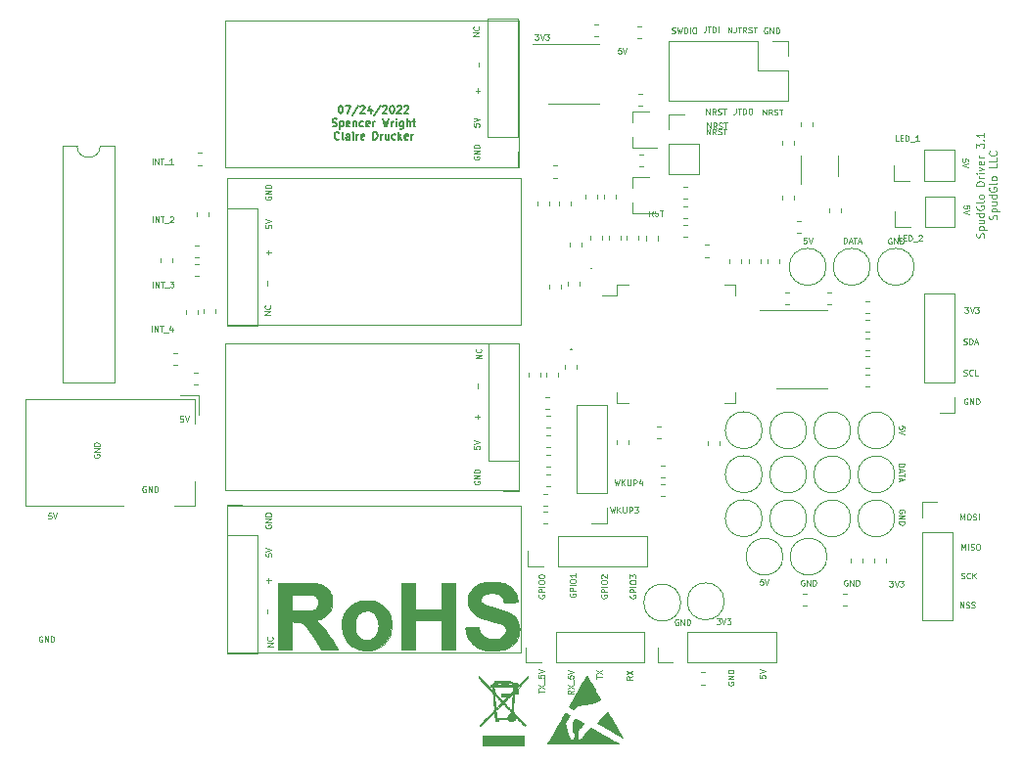
<source format=gto>
%TF.GenerationSoftware,KiCad,Pcbnew,(5.1.6-0-10_14)*%
%TF.CreationDate,2022-07-25T21:05:29-05:00*%
%TF.ProjectId,small_led_driver_with_optoisolator,736d616c-6c5f-46c6-9564-5f6472697665,rev?*%
%TF.SameCoordinates,Original*%
%TF.FileFunction,Legend,Top*%
%TF.FilePolarity,Positive*%
%FSLAX46Y46*%
G04 Gerber Fmt 4.6, Leading zero omitted, Abs format (unit mm)*
G04 Created by KiCad (PCBNEW (5.1.6-0-10_14)) date 2022-07-25 21:05:29*
%MOMM*%
%LPD*%
G01*
G04 APERTURE LIST*
%ADD10C,0.125000*%
%ADD11C,0.162500*%
%ADD12C,0.120000*%
%ADD13C,0.010000*%
%ADD14C,0.200000*%
%ADD15C,0.150000*%
%ADD16C,5.100000*%
%ADD17R,1.800000X1.800000*%
%ADD18O,1.800000X1.800000*%
%ADD19C,7.100000*%
%ADD20C,2.700000*%
%ADD21R,1.900000X4.500000*%
%ADD22O,1.900000X4.100000*%
%ADD23O,4.100000X1.900000*%
%ADD24R,1.000000X0.900000*%
%ADD25R,0.750000X1.160000*%
%ADD26R,1.100000X1.300000*%
%ADD27R,0.675000X1.240000*%
%ADD28O,2.500000X1.700000*%
%ADD29R,2.500000X1.700000*%
G04 APERTURE END LIST*
D10*
X181535571Y-79791190D02*
X181535571Y-79291190D01*
X181821285Y-79791190D01*
X181821285Y-79291190D01*
X182345095Y-79791190D02*
X182178428Y-79553095D01*
X182059380Y-79791190D02*
X182059380Y-79291190D01*
X182249857Y-79291190D01*
X182297476Y-79315000D01*
X182321285Y-79338809D01*
X182345095Y-79386428D01*
X182345095Y-79457857D01*
X182321285Y-79505476D01*
X182297476Y-79529285D01*
X182249857Y-79553095D01*
X182059380Y-79553095D01*
X182535571Y-79767380D02*
X182607000Y-79791190D01*
X182726047Y-79791190D01*
X182773666Y-79767380D01*
X182797476Y-79743571D01*
X182821285Y-79695952D01*
X182821285Y-79648333D01*
X182797476Y-79600714D01*
X182773666Y-79576904D01*
X182726047Y-79553095D01*
X182630809Y-79529285D01*
X182583190Y-79505476D01*
X182559380Y-79481666D01*
X182535571Y-79434047D01*
X182535571Y-79386428D01*
X182559380Y-79338809D01*
X182583190Y-79315000D01*
X182630809Y-79291190D01*
X182749857Y-79291190D01*
X182821285Y-79315000D01*
X182964142Y-79291190D02*
X183249857Y-79291190D01*
X183107000Y-79791190D02*
X183107000Y-79291190D01*
X184090047Y-79259190D02*
X184090047Y-79616333D01*
X184066238Y-79687761D01*
X184018619Y-79735380D01*
X183947190Y-79759190D01*
X183899571Y-79759190D01*
X184256714Y-79259190D02*
X184542428Y-79259190D01*
X184399571Y-79759190D02*
X184399571Y-79259190D01*
X184709095Y-79759190D02*
X184709095Y-79259190D01*
X184828142Y-79259190D01*
X184899571Y-79283000D01*
X184947190Y-79330619D01*
X184971000Y-79378238D01*
X184994809Y-79473476D01*
X184994809Y-79544904D01*
X184971000Y-79640142D01*
X184947190Y-79687761D01*
X184899571Y-79735380D01*
X184828142Y-79759190D01*
X184709095Y-79759190D01*
X185304333Y-79259190D02*
X185399571Y-79259190D01*
X185447190Y-79283000D01*
X185494809Y-79330619D01*
X185518619Y-79425857D01*
X185518619Y-79592523D01*
X185494809Y-79687761D01*
X185447190Y-79735380D01*
X185399571Y-79759190D01*
X185304333Y-79759190D01*
X185256714Y-79735380D01*
X185209095Y-79687761D01*
X185185285Y-79592523D01*
X185185285Y-79425857D01*
X185209095Y-79330619D01*
X185256714Y-79283000D01*
X185304333Y-79259190D01*
X198422000Y-90725190D02*
X198183904Y-90725190D01*
X198183904Y-90225190D01*
X198588666Y-90463285D02*
X198755333Y-90463285D01*
X198826761Y-90725190D02*
X198588666Y-90725190D01*
X198588666Y-90225190D01*
X198826761Y-90225190D01*
X199041047Y-90725190D02*
X199041047Y-90225190D01*
X199160095Y-90225190D01*
X199231523Y-90249000D01*
X199279142Y-90296619D01*
X199302952Y-90344238D01*
X199326761Y-90439476D01*
X199326761Y-90510904D01*
X199302952Y-90606142D01*
X199279142Y-90653761D01*
X199231523Y-90701380D01*
X199160095Y-90725190D01*
X199041047Y-90725190D01*
X199422000Y-90772809D02*
X199802952Y-90772809D01*
X199898190Y-90272809D02*
X199922000Y-90249000D01*
X199969619Y-90225190D01*
X200088666Y-90225190D01*
X200136285Y-90249000D01*
X200160095Y-90272809D01*
X200183904Y-90320428D01*
X200183904Y-90368047D01*
X200160095Y-90439476D01*
X199874380Y-90725190D01*
X200183904Y-90725190D01*
X198155000Y-82090190D02*
X197916904Y-82090190D01*
X197916904Y-81590190D01*
X198321666Y-81828285D02*
X198488333Y-81828285D01*
X198559761Y-82090190D02*
X198321666Y-82090190D01*
X198321666Y-81590190D01*
X198559761Y-81590190D01*
X198774047Y-82090190D02*
X198774047Y-81590190D01*
X198893095Y-81590190D01*
X198964523Y-81614000D01*
X199012142Y-81661619D01*
X199035952Y-81709238D01*
X199059761Y-81804476D01*
X199059761Y-81875904D01*
X199035952Y-81971142D01*
X199012142Y-82018761D01*
X198964523Y-82066380D01*
X198893095Y-82090190D01*
X198774047Y-82090190D01*
X199155000Y-82137809D02*
X199535952Y-82137809D01*
X199916904Y-82090190D02*
X199631190Y-82090190D01*
X199774047Y-82090190D02*
X199774047Y-81590190D01*
X199726428Y-81661619D01*
X199678809Y-81709238D01*
X199631190Y-81733047D01*
X181620571Y-81001190D02*
X181620571Y-80501190D01*
X181906285Y-81001190D01*
X181906285Y-80501190D01*
X182430095Y-81001190D02*
X182263428Y-80763095D01*
X182144380Y-81001190D02*
X182144380Y-80501190D01*
X182334857Y-80501190D01*
X182382476Y-80525000D01*
X182406285Y-80548809D01*
X182430095Y-80596428D01*
X182430095Y-80667857D01*
X182406285Y-80715476D01*
X182382476Y-80739285D01*
X182334857Y-80763095D01*
X182144380Y-80763095D01*
X182620571Y-80977380D02*
X182692000Y-81001190D01*
X182811047Y-81001190D01*
X182858666Y-80977380D01*
X182882476Y-80953571D01*
X182906285Y-80905952D01*
X182906285Y-80858333D01*
X182882476Y-80810714D01*
X182858666Y-80786904D01*
X182811047Y-80763095D01*
X182715809Y-80739285D01*
X182668190Y-80715476D01*
X182644380Y-80691666D01*
X182620571Y-80644047D01*
X182620571Y-80596428D01*
X182644380Y-80548809D01*
X182668190Y-80525000D01*
X182715809Y-80501190D01*
X182834857Y-80501190D01*
X182906285Y-80525000D01*
X183049142Y-80501190D02*
X183334857Y-80501190D01*
X183192000Y-81001190D02*
X183192000Y-80501190D01*
X183420987Y-72711977D02*
X183420987Y-72211977D01*
X183706701Y-72711977D01*
X183706701Y-72211977D01*
X184087653Y-72211977D02*
X184087653Y-72569120D01*
X184063844Y-72640548D01*
X184016225Y-72688167D01*
X183944796Y-72711977D01*
X183897177Y-72711977D01*
X184254320Y-72211977D02*
X184540034Y-72211977D01*
X184397177Y-72711977D02*
X184397177Y-72211977D01*
X184992415Y-72711977D02*
X184825748Y-72473882D01*
X184706701Y-72711977D02*
X184706701Y-72211977D01*
X184897177Y-72211977D01*
X184944796Y-72235787D01*
X184968606Y-72259596D01*
X184992415Y-72307215D01*
X184992415Y-72378644D01*
X184968606Y-72426263D01*
X184944796Y-72450072D01*
X184897177Y-72473882D01*
X184706701Y-72473882D01*
X185182891Y-72688167D02*
X185254320Y-72711977D01*
X185373368Y-72711977D01*
X185420987Y-72688167D01*
X185444796Y-72664358D01*
X185468606Y-72616739D01*
X185468606Y-72569120D01*
X185444796Y-72521501D01*
X185420987Y-72497691D01*
X185373368Y-72473882D01*
X185278129Y-72450072D01*
X185230510Y-72426263D01*
X185206701Y-72402453D01*
X185182891Y-72354834D01*
X185182891Y-72307215D01*
X185206701Y-72259596D01*
X185230510Y-72235787D01*
X185278129Y-72211977D01*
X185397177Y-72211977D01*
X185468606Y-72235787D01*
X185611463Y-72211977D02*
X185897177Y-72211977D01*
X185754320Y-72711977D02*
X185754320Y-72211977D01*
X181478904Y-72188190D02*
X181478904Y-72545333D01*
X181455095Y-72616761D01*
X181407476Y-72664380D01*
X181336047Y-72688190D01*
X181288428Y-72688190D01*
X181645571Y-72188190D02*
X181931285Y-72188190D01*
X181788428Y-72688190D02*
X181788428Y-72188190D01*
X182097952Y-72688190D02*
X182097952Y-72188190D01*
X182217000Y-72188190D01*
X182288428Y-72212000D01*
X182336047Y-72259619D01*
X182359857Y-72307238D01*
X182383666Y-72402476D01*
X182383666Y-72473904D01*
X182359857Y-72569142D01*
X182336047Y-72616761D01*
X182288428Y-72664380D01*
X182217000Y-72688190D01*
X182097952Y-72688190D01*
X182597952Y-72688190D02*
X182597952Y-72188190D01*
X178563844Y-72740167D02*
X178635272Y-72763977D01*
X178754320Y-72763977D01*
X178801939Y-72740167D01*
X178825748Y-72716358D01*
X178849558Y-72668739D01*
X178849558Y-72621120D01*
X178825748Y-72573501D01*
X178801939Y-72549691D01*
X178754320Y-72525882D01*
X178659082Y-72502072D01*
X178611463Y-72478263D01*
X178587653Y-72454453D01*
X178563844Y-72406834D01*
X178563844Y-72359215D01*
X178587653Y-72311596D01*
X178611463Y-72287787D01*
X178659082Y-72263977D01*
X178778129Y-72263977D01*
X178849558Y-72287787D01*
X179016225Y-72263977D02*
X179135272Y-72763977D01*
X179230510Y-72406834D01*
X179325748Y-72763977D01*
X179444796Y-72263977D01*
X179635272Y-72763977D02*
X179635272Y-72263977D01*
X179754320Y-72263977D01*
X179825748Y-72287787D01*
X179873368Y-72335406D01*
X179897177Y-72383025D01*
X179920987Y-72478263D01*
X179920987Y-72549691D01*
X179897177Y-72644929D01*
X179873368Y-72692548D01*
X179825748Y-72740167D01*
X179754320Y-72763977D01*
X179635272Y-72763977D01*
X180135272Y-72763977D02*
X180135272Y-72263977D01*
X180468606Y-72263977D02*
X180563844Y-72263977D01*
X180611463Y-72287787D01*
X180659082Y-72335406D01*
X180682891Y-72430644D01*
X180682891Y-72597310D01*
X180659082Y-72692548D01*
X180611463Y-72740167D01*
X180563844Y-72763977D01*
X180468606Y-72763977D01*
X180420987Y-72740167D01*
X180373368Y-72692548D01*
X180349558Y-72597310D01*
X180349558Y-72430644D01*
X180373368Y-72335406D01*
X180420987Y-72287787D01*
X180468606Y-72263977D01*
X174172761Y-74008190D02*
X173934666Y-74008190D01*
X173910857Y-74246285D01*
X173934666Y-74222476D01*
X173982285Y-74198666D01*
X174101333Y-74198666D01*
X174148952Y-74222476D01*
X174172761Y-74246285D01*
X174196571Y-74293904D01*
X174196571Y-74412952D01*
X174172761Y-74460571D01*
X174148952Y-74484380D01*
X174101333Y-74508190D01*
X173982285Y-74508190D01*
X173934666Y-74484380D01*
X173910857Y-74460571D01*
X174339428Y-74008190D02*
X174506095Y-74508190D01*
X174672761Y-74008190D01*
X166717320Y-72819977D02*
X167026844Y-72819977D01*
X166860177Y-73010453D01*
X166931606Y-73010453D01*
X166979225Y-73034263D01*
X167003034Y-73058072D01*
X167026844Y-73105691D01*
X167026844Y-73224739D01*
X167003034Y-73272358D01*
X166979225Y-73296167D01*
X166931606Y-73319977D01*
X166788748Y-73319977D01*
X166741129Y-73296167D01*
X166717320Y-73272358D01*
X167169701Y-72819977D02*
X167336368Y-73319977D01*
X167503034Y-72819977D01*
X167622082Y-72819977D02*
X167931606Y-72819977D01*
X167764939Y-73010453D01*
X167836368Y-73010453D01*
X167883987Y-73034263D01*
X167907796Y-73058072D01*
X167931606Y-73105691D01*
X167931606Y-73224739D01*
X167907796Y-73272358D01*
X167883987Y-73296167D01*
X167836368Y-73319977D01*
X167693510Y-73319977D01*
X167645891Y-73296167D01*
X167622082Y-73272358D01*
X133648047Y-89108190D02*
X133648047Y-88608190D01*
X133886142Y-89108190D02*
X133886142Y-88608190D01*
X134171857Y-89108190D01*
X134171857Y-88608190D01*
X134338523Y-88608190D02*
X134624238Y-88608190D01*
X134481380Y-89108190D02*
X134481380Y-88608190D01*
X134671857Y-89155809D02*
X135052809Y-89155809D01*
X135148047Y-88655809D02*
X135171857Y-88632000D01*
X135219476Y-88608190D01*
X135338523Y-88608190D01*
X135386142Y-88632000D01*
X135409952Y-88655809D01*
X135433761Y-88703428D01*
X135433761Y-88751047D01*
X135409952Y-88822476D01*
X135124238Y-89108190D01*
X135433761Y-89108190D01*
X133629047Y-84088190D02*
X133629047Y-83588190D01*
X133867142Y-84088190D02*
X133867142Y-83588190D01*
X134152857Y-84088190D01*
X134152857Y-83588190D01*
X134319523Y-83588190D02*
X134605238Y-83588190D01*
X134462380Y-84088190D02*
X134462380Y-83588190D01*
X134652857Y-84135809D02*
X135033809Y-84135809D01*
X135414761Y-84088190D02*
X135129047Y-84088190D01*
X135271904Y-84088190D02*
X135271904Y-83588190D01*
X135224285Y-83659619D01*
X135176666Y-83707238D01*
X135129047Y-83731047D01*
X133685047Y-94737190D02*
X133685047Y-94237190D01*
X133923142Y-94737190D02*
X133923142Y-94237190D01*
X134208857Y-94737190D01*
X134208857Y-94237190D01*
X134375523Y-94237190D02*
X134661238Y-94237190D01*
X134518380Y-94737190D02*
X134518380Y-94237190D01*
X134708857Y-94784809D02*
X135089809Y-94784809D01*
X135161238Y-94237190D02*
X135470761Y-94237190D01*
X135304095Y-94427666D01*
X135375523Y-94427666D01*
X135423142Y-94451476D01*
X135446952Y-94475285D01*
X135470761Y-94522904D01*
X135470761Y-94641952D01*
X135446952Y-94689571D01*
X135423142Y-94713380D01*
X135375523Y-94737190D01*
X135232666Y-94737190D01*
X135185047Y-94713380D01*
X135161238Y-94689571D01*
X133590047Y-98599190D02*
X133590047Y-98099190D01*
X133828142Y-98599190D02*
X133828142Y-98099190D01*
X134113857Y-98599190D01*
X134113857Y-98099190D01*
X134280523Y-98099190D02*
X134566238Y-98099190D01*
X134423380Y-98599190D02*
X134423380Y-98099190D01*
X134613857Y-98646809D02*
X134994809Y-98646809D01*
X135328142Y-98265857D02*
X135328142Y-98599190D01*
X135209095Y-98075380D02*
X135090047Y-98432523D01*
X135399571Y-98432523D01*
X136300666Y-105891569D02*
X136062571Y-105891569D01*
X136038762Y-106129664D01*
X136062571Y-106105855D01*
X136110190Y-106082045D01*
X136229238Y-106082045D01*
X136276857Y-106105855D01*
X136300666Y-106129664D01*
X136324476Y-106177283D01*
X136324476Y-106296331D01*
X136300666Y-106343950D01*
X136276857Y-106367759D01*
X136229238Y-106391569D01*
X136110190Y-106391569D01*
X136062571Y-106367759D01*
X136038762Y-106343950D01*
X136467333Y-105891569D02*
X136634000Y-106391569D01*
X136800666Y-105891569D01*
X133048753Y-111992182D02*
X133001134Y-111968372D01*
X132929706Y-111968372D01*
X132858277Y-111992182D01*
X132810658Y-112039801D01*
X132786848Y-112087420D01*
X132763039Y-112182658D01*
X132763039Y-112254086D01*
X132786848Y-112349324D01*
X132810658Y-112396943D01*
X132858277Y-112444562D01*
X132929706Y-112468372D01*
X132977325Y-112468372D01*
X133048753Y-112444562D01*
X133072563Y-112420753D01*
X133072563Y-112254086D01*
X132977325Y-112254086D01*
X133286848Y-112468372D02*
X133286848Y-111968372D01*
X133572563Y-112468372D01*
X133572563Y-111968372D01*
X133810658Y-112468372D02*
X133810658Y-111968372D01*
X133929706Y-111968372D01*
X134001134Y-111992182D01*
X134048753Y-112039801D01*
X134072563Y-112087420D01*
X134096372Y-112182658D01*
X134096372Y-112254086D01*
X134072563Y-112349324D01*
X134048753Y-112396943D01*
X134001134Y-112444562D01*
X133929706Y-112468372D01*
X133810658Y-112468372D01*
X128575182Y-109221246D02*
X128551372Y-109268865D01*
X128551372Y-109340294D01*
X128575182Y-109411722D01*
X128622801Y-109459341D01*
X128670420Y-109483151D01*
X128765658Y-109506960D01*
X128837086Y-109506960D01*
X128932324Y-109483151D01*
X128979943Y-109459341D01*
X129027562Y-109411722D01*
X129051372Y-109340294D01*
X129051372Y-109292674D01*
X129027562Y-109221246D01*
X129003753Y-109197436D01*
X128837086Y-109197436D01*
X128837086Y-109292674D01*
X129051372Y-108983151D02*
X128551372Y-108983151D01*
X129051372Y-108697436D01*
X128551372Y-108697436D01*
X129051372Y-108459341D02*
X128551372Y-108459341D01*
X128551372Y-108340294D01*
X128575182Y-108268865D01*
X128622801Y-108221246D01*
X128670420Y-108197436D01*
X128765658Y-108173627D01*
X128837086Y-108173627D01*
X128932324Y-108197436D01*
X128979943Y-108221246D01*
X129027562Y-108268865D01*
X129051372Y-108340294D01*
X129051372Y-108459341D01*
X124088753Y-124960182D02*
X124041134Y-124936372D01*
X123969706Y-124936372D01*
X123898277Y-124960182D01*
X123850658Y-125007801D01*
X123826848Y-125055420D01*
X123803039Y-125150658D01*
X123803039Y-125222086D01*
X123826848Y-125317324D01*
X123850658Y-125364943D01*
X123898277Y-125412562D01*
X123969706Y-125436372D01*
X124017325Y-125436372D01*
X124088753Y-125412562D01*
X124112563Y-125388753D01*
X124112563Y-125222086D01*
X124017325Y-125222086D01*
X124326848Y-125436372D02*
X124326848Y-124936372D01*
X124612563Y-125436372D01*
X124612563Y-124936372D01*
X124850658Y-125436372D02*
X124850658Y-124936372D01*
X124969706Y-124936372D01*
X125041134Y-124960182D01*
X125088753Y-125007801D01*
X125112563Y-125055420D01*
X125136372Y-125150658D01*
X125136372Y-125222086D01*
X125112563Y-125317324D01*
X125088753Y-125364943D01*
X125041134Y-125412562D01*
X124969706Y-125436372D01*
X124850658Y-125436372D01*
X124897666Y-114285569D02*
X124659571Y-114285569D01*
X124635762Y-114523664D01*
X124659571Y-114499855D01*
X124707190Y-114476045D01*
X124826238Y-114476045D01*
X124873857Y-114499855D01*
X124897666Y-114523664D01*
X124921476Y-114571283D01*
X124921476Y-114690331D01*
X124897666Y-114737950D01*
X124873857Y-114761759D01*
X124826238Y-114785569D01*
X124707190Y-114785569D01*
X124659571Y-114761759D01*
X124635762Y-114737950D01*
X125064333Y-114285569D02*
X125231000Y-114785569D01*
X125397666Y-114285569D01*
X205519095Y-90437523D02*
X205550047Y-90344666D01*
X205550047Y-90189904D01*
X205519095Y-90128000D01*
X205488142Y-90097047D01*
X205426238Y-90066095D01*
X205364333Y-90066095D01*
X205302428Y-90097047D01*
X205271476Y-90128000D01*
X205240523Y-90189904D01*
X205209571Y-90313714D01*
X205178619Y-90375619D01*
X205147666Y-90406571D01*
X205085761Y-90437523D01*
X205023857Y-90437523D01*
X204961952Y-90406571D01*
X204931000Y-90375619D01*
X204900047Y-90313714D01*
X204900047Y-90158952D01*
X204931000Y-90066095D01*
X205116714Y-89787523D02*
X205766714Y-89787523D01*
X205147666Y-89787523D02*
X205116714Y-89725619D01*
X205116714Y-89601809D01*
X205147666Y-89539904D01*
X205178619Y-89508952D01*
X205240523Y-89478000D01*
X205426238Y-89478000D01*
X205488142Y-89508952D01*
X205519095Y-89539904D01*
X205550047Y-89601809D01*
X205550047Y-89725619D01*
X205519095Y-89787523D01*
X205116714Y-88920857D02*
X205550047Y-88920857D01*
X205116714Y-89199428D02*
X205457190Y-89199428D01*
X205519095Y-89168476D01*
X205550047Y-89106571D01*
X205550047Y-89013714D01*
X205519095Y-88951809D01*
X205488142Y-88920857D01*
X205550047Y-88332761D02*
X204900047Y-88332761D01*
X205519095Y-88332761D02*
X205550047Y-88394666D01*
X205550047Y-88518476D01*
X205519095Y-88580380D01*
X205488142Y-88611333D01*
X205426238Y-88642285D01*
X205240523Y-88642285D01*
X205178619Y-88611333D01*
X205147666Y-88580380D01*
X205116714Y-88518476D01*
X205116714Y-88394666D01*
X205147666Y-88332761D01*
X204931000Y-87682761D02*
X204900047Y-87744666D01*
X204900047Y-87837523D01*
X204931000Y-87930380D01*
X204992904Y-87992285D01*
X205054809Y-88023238D01*
X205178619Y-88054190D01*
X205271476Y-88054190D01*
X205395285Y-88023238D01*
X205457190Y-87992285D01*
X205519095Y-87930380D01*
X205550047Y-87837523D01*
X205550047Y-87775619D01*
X205519095Y-87682761D01*
X205488142Y-87651809D01*
X205271476Y-87651809D01*
X205271476Y-87775619D01*
X205550047Y-87280380D02*
X205519095Y-87342285D01*
X205457190Y-87373238D01*
X204900047Y-87373238D01*
X205550047Y-86939904D02*
X205519095Y-87001809D01*
X205488142Y-87032761D01*
X205426238Y-87063714D01*
X205240523Y-87063714D01*
X205178619Y-87032761D01*
X205147666Y-87001809D01*
X205116714Y-86939904D01*
X205116714Y-86847047D01*
X205147666Y-86785142D01*
X205178619Y-86754190D01*
X205240523Y-86723238D01*
X205426238Y-86723238D01*
X205488142Y-86754190D01*
X205519095Y-86785142D01*
X205550047Y-86847047D01*
X205550047Y-86939904D01*
X205550047Y-85949428D02*
X204900047Y-85949428D01*
X204900047Y-85794666D01*
X204931000Y-85701809D01*
X204992904Y-85639904D01*
X205054809Y-85608952D01*
X205178619Y-85578000D01*
X205271476Y-85578000D01*
X205395285Y-85608952D01*
X205457190Y-85639904D01*
X205519095Y-85701809D01*
X205550047Y-85794666D01*
X205550047Y-85949428D01*
X205550047Y-85299428D02*
X205116714Y-85299428D01*
X205240523Y-85299428D02*
X205178619Y-85268476D01*
X205147666Y-85237523D01*
X205116714Y-85175619D01*
X205116714Y-85113714D01*
X205550047Y-84897047D02*
X205116714Y-84897047D01*
X204900047Y-84897047D02*
X204931000Y-84928000D01*
X204961952Y-84897047D01*
X204931000Y-84866095D01*
X204900047Y-84897047D01*
X204961952Y-84897047D01*
X205116714Y-84649428D02*
X205550047Y-84494666D01*
X205116714Y-84339904D01*
X205519095Y-83844666D02*
X205550047Y-83906571D01*
X205550047Y-84030380D01*
X205519095Y-84092285D01*
X205457190Y-84123238D01*
X205209571Y-84123238D01*
X205147666Y-84092285D01*
X205116714Y-84030380D01*
X205116714Y-83906571D01*
X205147666Y-83844666D01*
X205209571Y-83813714D01*
X205271476Y-83813714D01*
X205333380Y-84123238D01*
X205550047Y-83535142D02*
X205116714Y-83535142D01*
X205240523Y-83535142D02*
X205178619Y-83504190D01*
X205147666Y-83473238D01*
X205116714Y-83411333D01*
X205116714Y-83349428D01*
X204900047Y-82699428D02*
X204900047Y-82297047D01*
X205147666Y-82513714D01*
X205147666Y-82420857D01*
X205178619Y-82358952D01*
X205209571Y-82328000D01*
X205271476Y-82297047D01*
X205426238Y-82297047D01*
X205488142Y-82328000D01*
X205519095Y-82358952D01*
X205550047Y-82420857D01*
X205550047Y-82606571D01*
X205519095Y-82668476D01*
X205488142Y-82699428D01*
X205488142Y-82018476D02*
X205519095Y-81987523D01*
X205550047Y-82018476D01*
X205519095Y-82049428D01*
X205488142Y-82018476D01*
X205550047Y-82018476D01*
X205550047Y-81368476D02*
X205550047Y-81739904D01*
X205550047Y-81554190D02*
X204900047Y-81554190D01*
X204992904Y-81616095D01*
X205054809Y-81678000D01*
X205085761Y-81739904D01*
X206619095Y-88858952D02*
X206650047Y-88766095D01*
X206650047Y-88611333D01*
X206619095Y-88549428D01*
X206588142Y-88518476D01*
X206526238Y-88487523D01*
X206464333Y-88487523D01*
X206402428Y-88518476D01*
X206371476Y-88549428D01*
X206340523Y-88611333D01*
X206309571Y-88735142D01*
X206278619Y-88797047D01*
X206247666Y-88828000D01*
X206185761Y-88858952D01*
X206123857Y-88858952D01*
X206061952Y-88828000D01*
X206031000Y-88797047D01*
X206000047Y-88735142D01*
X206000047Y-88580380D01*
X206031000Y-88487523D01*
X206216714Y-88208952D02*
X206866714Y-88208952D01*
X206247666Y-88208952D02*
X206216714Y-88147047D01*
X206216714Y-88023238D01*
X206247666Y-87961333D01*
X206278619Y-87930380D01*
X206340523Y-87899428D01*
X206526238Y-87899428D01*
X206588142Y-87930380D01*
X206619095Y-87961333D01*
X206650047Y-88023238D01*
X206650047Y-88147047D01*
X206619095Y-88208952D01*
X206216714Y-87342285D02*
X206650047Y-87342285D01*
X206216714Y-87620857D02*
X206557190Y-87620857D01*
X206619095Y-87589904D01*
X206650047Y-87528000D01*
X206650047Y-87435142D01*
X206619095Y-87373238D01*
X206588142Y-87342285D01*
X206650047Y-86754190D02*
X206000047Y-86754190D01*
X206619095Y-86754190D02*
X206650047Y-86816095D01*
X206650047Y-86939904D01*
X206619095Y-87001809D01*
X206588142Y-87032761D01*
X206526238Y-87063714D01*
X206340523Y-87063714D01*
X206278619Y-87032761D01*
X206247666Y-87001809D01*
X206216714Y-86939904D01*
X206216714Y-86816095D01*
X206247666Y-86754190D01*
X206031000Y-86104190D02*
X206000047Y-86166095D01*
X206000047Y-86258952D01*
X206031000Y-86351809D01*
X206092904Y-86413714D01*
X206154809Y-86444666D01*
X206278619Y-86475619D01*
X206371476Y-86475619D01*
X206495285Y-86444666D01*
X206557190Y-86413714D01*
X206619095Y-86351809D01*
X206650047Y-86258952D01*
X206650047Y-86197047D01*
X206619095Y-86104190D01*
X206588142Y-86073238D01*
X206371476Y-86073238D01*
X206371476Y-86197047D01*
X206650047Y-85701809D02*
X206619095Y-85763714D01*
X206557190Y-85794666D01*
X206000047Y-85794666D01*
X206650047Y-85361333D02*
X206619095Y-85423238D01*
X206588142Y-85454190D01*
X206526238Y-85485142D01*
X206340523Y-85485142D01*
X206278619Y-85454190D01*
X206247666Y-85423238D01*
X206216714Y-85361333D01*
X206216714Y-85268476D01*
X206247666Y-85206571D01*
X206278619Y-85175619D01*
X206340523Y-85144666D01*
X206526238Y-85144666D01*
X206588142Y-85175619D01*
X206619095Y-85206571D01*
X206650047Y-85268476D01*
X206650047Y-85361333D01*
X206650047Y-84061333D02*
X206650047Y-84370857D01*
X206000047Y-84370857D01*
X206650047Y-83535142D02*
X206650047Y-83844666D01*
X206000047Y-83844666D01*
X206588142Y-82947047D02*
X206619095Y-82978000D01*
X206650047Y-83070857D01*
X206650047Y-83132761D01*
X206619095Y-83225619D01*
X206557190Y-83287523D01*
X206495285Y-83318476D01*
X206371476Y-83349428D01*
X206278619Y-83349428D01*
X206154809Y-83318476D01*
X206092904Y-83287523D01*
X206031000Y-83225619D01*
X206000047Y-83132761D01*
X206000047Y-83070857D01*
X206031000Y-82978000D01*
X206061952Y-82947047D01*
D11*
X149885428Y-79026547D02*
X149947333Y-79026547D01*
X150009238Y-79057500D01*
X150040190Y-79088452D01*
X150071142Y-79150357D01*
X150102095Y-79274166D01*
X150102095Y-79428928D01*
X150071142Y-79552738D01*
X150040190Y-79614642D01*
X150009238Y-79645595D01*
X149947333Y-79676547D01*
X149885428Y-79676547D01*
X149823523Y-79645595D01*
X149792571Y-79614642D01*
X149761619Y-79552738D01*
X149730666Y-79428928D01*
X149730666Y-79274166D01*
X149761619Y-79150357D01*
X149792571Y-79088452D01*
X149823523Y-79057500D01*
X149885428Y-79026547D01*
X150318761Y-79026547D02*
X150752095Y-79026547D01*
X150473523Y-79676547D01*
X151464000Y-78995595D02*
X150906857Y-79831309D01*
X151649714Y-79088452D02*
X151680666Y-79057500D01*
X151742571Y-79026547D01*
X151897333Y-79026547D01*
X151959238Y-79057500D01*
X151990190Y-79088452D01*
X152021142Y-79150357D01*
X152021142Y-79212261D01*
X151990190Y-79305119D01*
X151618761Y-79676547D01*
X152021142Y-79676547D01*
X152578285Y-79243214D02*
X152578285Y-79676547D01*
X152423523Y-78995595D02*
X152268761Y-79459880D01*
X152671142Y-79459880D01*
X153383047Y-78995595D02*
X152825904Y-79831309D01*
X153568761Y-79088452D02*
X153599714Y-79057500D01*
X153661619Y-79026547D01*
X153816380Y-79026547D01*
X153878285Y-79057500D01*
X153909238Y-79088452D01*
X153940190Y-79150357D01*
X153940190Y-79212261D01*
X153909238Y-79305119D01*
X153537809Y-79676547D01*
X153940190Y-79676547D01*
X154342571Y-79026547D02*
X154404476Y-79026547D01*
X154466380Y-79057500D01*
X154497333Y-79088452D01*
X154528285Y-79150357D01*
X154559238Y-79274166D01*
X154559238Y-79428928D01*
X154528285Y-79552738D01*
X154497333Y-79614642D01*
X154466380Y-79645595D01*
X154404476Y-79676547D01*
X154342571Y-79676547D01*
X154280666Y-79645595D01*
X154249714Y-79614642D01*
X154218761Y-79552738D01*
X154187809Y-79428928D01*
X154187809Y-79274166D01*
X154218761Y-79150357D01*
X154249714Y-79088452D01*
X154280666Y-79057500D01*
X154342571Y-79026547D01*
X154806857Y-79088452D02*
X154837809Y-79057500D01*
X154899714Y-79026547D01*
X155054476Y-79026547D01*
X155116380Y-79057500D01*
X155147333Y-79088452D01*
X155178285Y-79150357D01*
X155178285Y-79212261D01*
X155147333Y-79305119D01*
X154775904Y-79676547D01*
X155178285Y-79676547D01*
X155425904Y-79088452D02*
X155456857Y-79057500D01*
X155518761Y-79026547D01*
X155673523Y-79026547D01*
X155735428Y-79057500D01*
X155766380Y-79088452D01*
X155797333Y-79150357D01*
X155797333Y-79212261D01*
X155766380Y-79305119D01*
X155394952Y-79676547D01*
X155797333Y-79676547D01*
X149204476Y-80783095D02*
X149297333Y-80814047D01*
X149452095Y-80814047D01*
X149514000Y-80783095D01*
X149544952Y-80752142D01*
X149575904Y-80690238D01*
X149575904Y-80628333D01*
X149544952Y-80566428D01*
X149514000Y-80535476D01*
X149452095Y-80504523D01*
X149328285Y-80473571D01*
X149266380Y-80442619D01*
X149235428Y-80411666D01*
X149204476Y-80349761D01*
X149204476Y-80287857D01*
X149235428Y-80225952D01*
X149266380Y-80195000D01*
X149328285Y-80164047D01*
X149483047Y-80164047D01*
X149575904Y-80195000D01*
X149854476Y-80380714D02*
X149854476Y-81030714D01*
X149854476Y-80411666D02*
X149916380Y-80380714D01*
X150040190Y-80380714D01*
X150102095Y-80411666D01*
X150133047Y-80442619D01*
X150164000Y-80504523D01*
X150164000Y-80690238D01*
X150133047Y-80752142D01*
X150102095Y-80783095D01*
X150040190Y-80814047D01*
X149916380Y-80814047D01*
X149854476Y-80783095D01*
X150690190Y-80783095D02*
X150628285Y-80814047D01*
X150504476Y-80814047D01*
X150442571Y-80783095D01*
X150411619Y-80721190D01*
X150411619Y-80473571D01*
X150442571Y-80411666D01*
X150504476Y-80380714D01*
X150628285Y-80380714D01*
X150690190Y-80411666D01*
X150721142Y-80473571D01*
X150721142Y-80535476D01*
X150411619Y-80597380D01*
X150999714Y-80380714D02*
X150999714Y-80814047D01*
X150999714Y-80442619D02*
X151030666Y-80411666D01*
X151092571Y-80380714D01*
X151185428Y-80380714D01*
X151247333Y-80411666D01*
X151278285Y-80473571D01*
X151278285Y-80814047D01*
X151866380Y-80783095D02*
X151804476Y-80814047D01*
X151680666Y-80814047D01*
X151618761Y-80783095D01*
X151587809Y-80752142D01*
X151556857Y-80690238D01*
X151556857Y-80504523D01*
X151587809Y-80442619D01*
X151618761Y-80411666D01*
X151680666Y-80380714D01*
X151804476Y-80380714D01*
X151866380Y-80411666D01*
X152392571Y-80783095D02*
X152330666Y-80814047D01*
X152206857Y-80814047D01*
X152144952Y-80783095D01*
X152114000Y-80721190D01*
X152114000Y-80473571D01*
X152144952Y-80411666D01*
X152206857Y-80380714D01*
X152330666Y-80380714D01*
X152392571Y-80411666D01*
X152423523Y-80473571D01*
X152423523Y-80535476D01*
X152114000Y-80597380D01*
X152702095Y-80814047D02*
X152702095Y-80380714D01*
X152702095Y-80504523D02*
X152733047Y-80442619D01*
X152764000Y-80411666D01*
X152825904Y-80380714D01*
X152887809Y-80380714D01*
X153537809Y-80164047D02*
X153692571Y-80814047D01*
X153816380Y-80349761D01*
X153940190Y-80814047D01*
X154094952Y-80164047D01*
X154342571Y-80814047D02*
X154342571Y-80380714D01*
X154342571Y-80504523D02*
X154373523Y-80442619D01*
X154404476Y-80411666D01*
X154466380Y-80380714D01*
X154528285Y-80380714D01*
X154744952Y-80814047D02*
X154744952Y-80380714D01*
X154744952Y-80164047D02*
X154714000Y-80195000D01*
X154744952Y-80225952D01*
X154775904Y-80195000D01*
X154744952Y-80164047D01*
X154744952Y-80225952D01*
X155333047Y-80380714D02*
X155333047Y-80906904D01*
X155302095Y-80968809D01*
X155271142Y-80999761D01*
X155209238Y-81030714D01*
X155116380Y-81030714D01*
X155054476Y-80999761D01*
X155333047Y-80783095D02*
X155271142Y-80814047D01*
X155147333Y-80814047D01*
X155085428Y-80783095D01*
X155054476Y-80752142D01*
X155023523Y-80690238D01*
X155023523Y-80504523D01*
X155054476Y-80442619D01*
X155085428Y-80411666D01*
X155147333Y-80380714D01*
X155271142Y-80380714D01*
X155333047Y-80411666D01*
X155642571Y-80814047D02*
X155642571Y-80164047D01*
X155921142Y-80814047D02*
X155921142Y-80473571D01*
X155890190Y-80411666D01*
X155828285Y-80380714D01*
X155735428Y-80380714D01*
X155673523Y-80411666D01*
X155642571Y-80442619D01*
X156137809Y-80380714D02*
X156385428Y-80380714D01*
X156230666Y-80164047D02*
X156230666Y-80721190D01*
X156261619Y-80783095D01*
X156323523Y-80814047D01*
X156385428Y-80814047D01*
X149777095Y-81889642D02*
X149746142Y-81920595D01*
X149653285Y-81951547D01*
X149591380Y-81951547D01*
X149498523Y-81920595D01*
X149436619Y-81858690D01*
X149405666Y-81796785D01*
X149374714Y-81672976D01*
X149374714Y-81580119D01*
X149405666Y-81456309D01*
X149436619Y-81394404D01*
X149498523Y-81332500D01*
X149591380Y-81301547D01*
X149653285Y-81301547D01*
X149746142Y-81332500D01*
X149777095Y-81363452D01*
X150148523Y-81951547D02*
X150086619Y-81920595D01*
X150055666Y-81858690D01*
X150055666Y-81301547D01*
X150674714Y-81951547D02*
X150674714Y-81611071D01*
X150643761Y-81549166D01*
X150581857Y-81518214D01*
X150458047Y-81518214D01*
X150396142Y-81549166D01*
X150674714Y-81920595D02*
X150612809Y-81951547D01*
X150458047Y-81951547D01*
X150396142Y-81920595D01*
X150365190Y-81858690D01*
X150365190Y-81796785D01*
X150396142Y-81734880D01*
X150458047Y-81703928D01*
X150612809Y-81703928D01*
X150674714Y-81672976D01*
X150984238Y-81951547D02*
X150984238Y-81518214D01*
X150984238Y-81301547D02*
X150953285Y-81332500D01*
X150984238Y-81363452D01*
X151015190Y-81332500D01*
X150984238Y-81301547D01*
X150984238Y-81363452D01*
X151293761Y-81951547D02*
X151293761Y-81518214D01*
X151293761Y-81642023D02*
X151324714Y-81580119D01*
X151355666Y-81549166D01*
X151417571Y-81518214D01*
X151479476Y-81518214D01*
X151943761Y-81920595D02*
X151881857Y-81951547D01*
X151758047Y-81951547D01*
X151696142Y-81920595D01*
X151665190Y-81858690D01*
X151665190Y-81611071D01*
X151696142Y-81549166D01*
X151758047Y-81518214D01*
X151881857Y-81518214D01*
X151943761Y-81549166D01*
X151974714Y-81611071D01*
X151974714Y-81672976D01*
X151665190Y-81734880D01*
X152748523Y-81951547D02*
X152748523Y-81301547D01*
X152903285Y-81301547D01*
X152996142Y-81332500D01*
X153058047Y-81394404D01*
X153089000Y-81456309D01*
X153119952Y-81580119D01*
X153119952Y-81672976D01*
X153089000Y-81796785D01*
X153058047Y-81858690D01*
X152996142Y-81920595D01*
X152903285Y-81951547D01*
X152748523Y-81951547D01*
X153398523Y-81951547D02*
X153398523Y-81518214D01*
X153398523Y-81642023D02*
X153429476Y-81580119D01*
X153460428Y-81549166D01*
X153522333Y-81518214D01*
X153584238Y-81518214D01*
X154079476Y-81518214D02*
X154079476Y-81951547D01*
X153800904Y-81518214D02*
X153800904Y-81858690D01*
X153831857Y-81920595D01*
X153893761Y-81951547D01*
X153986619Y-81951547D01*
X154048523Y-81920595D01*
X154079476Y-81889642D01*
X154667571Y-81920595D02*
X154605666Y-81951547D01*
X154481857Y-81951547D01*
X154419952Y-81920595D01*
X154389000Y-81889642D01*
X154358047Y-81827738D01*
X154358047Y-81642023D01*
X154389000Y-81580119D01*
X154419952Y-81549166D01*
X154481857Y-81518214D01*
X154605666Y-81518214D01*
X154667571Y-81549166D01*
X154946142Y-81951547D02*
X154946142Y-81301547D01*
X155008047Y-81703928D02*
X155193761Y-81951547D01*
X155193761Y-81518214D02*
X154946142Y-81765833D01*
X155719952Y-81920595D02*
X155658047Y-81951547D01*
X155534238Y-81951547D01*
X155472333Y-81920595D01*
X155441380Y-81858690D01*
X155441380Y-81611071D01*
X155472333Y-81549166D01*
X155534238Y-81518214D01*
X155658047Y-81518214D01*
X155719952Y-81549166D01*
X155750904Y-81611071D01*
X155750904Y-81672976D01*
X155441380Y-81734880D01*
X156029476Y-81951547D02*
X156029476Y-81518214D01*
X156029476Y-81642023D02*
X156060428Y-81580119D01*
X156091380Y-81549166D01*
X156153285Y-81518214D01*
X156215190Y-81518214D01*
D10*
X182438952Y-123411190D02*
X182748476Y-123411190D01*
X182581809Y-123601666D01*
X182653238Y-123601666D01*
X182700857Y-123625476D01*
X182724666Y-123649285D01*
X182748476Y-123696904D01*
X182748476Y-123815952D01*
X182724666Y-123863571D01*
X182700857Y-123887380D01*
X182653238Y-123911190D01*
X182510380Y-123911190D01*
X182462761Y-123887380D01*
X182438952Y-123863571D01*
X182891333Y-123411190D02*
X183058000Y-123911190D01*
X183224666Y-123411190D01*
X183343714Y-123411190D02*
X183653238Y-123411190D01*
X183486571Y-123601666D01*
X183558000Y-123601666D01*
X183605619Y-123625476D01*
X183629428Y-123649285D01*
X183653238Y-123696904D01*
X183653238Y-123815952D01*
X183629428Y-123863571D01*
X183605619Y-123887380D01*
X183558000Y-123911190D01*
X183415142Y-123911190D01*
X183367523Y-123887380D01*
X183343714Y-123863571D01*
X167060000Y-121378095D02*
X167036190Y-121425714D01*
X167036190Y-121497142D01*
X167060000Y-121568571D01*
X167107619Y-121616190D01*
X167155238Y-121640000D01*
X167250476Y-121663809D01*
X167321904Y-121663809D01*
X167417142Y-121640000D01*
X167464761Y-121616190D01*
X167512380Y-121568571D01*
X167536190Y-121497142D01*
X167536190Y-121449523D01*
X167512380Y-121378095D01*
X167488571Y-121354285D01*
X167321904Y-121354285D01*
X167321904Y-121449523D01*
X167536190Y-121140000D02*
X167036190Y-121140000D01*
X167036190Y-120949523D01*
X167060000Y-120901904D01*
X167083809Y-120878095D01*
X167131428Y-120854285D01*
X167202857Y-120854285D01*
X167250476Y-120878095D01*
X167274285Y-120901904D01*
X167298095Y-120949523D01*
X167298095Y-121140000D01*
X167536190Y-120640000D02*
X167036190Y-120640000D01*
X167036190Y-120306666D02*
X167036190Y-120211428D01*
X167060000Y-120163809D01*
X167107619Y-120116190D01*
X167202857Y-120092380D01*
X167369523Y-120092380D01*
X167464761Y-120116190D01*
X167512380Y-120163809D01*
X167536190Y-120211428D01*
X167536190Y-120306666D01*
X167512380Y-120354285D01*
X167464761Y-120401904D01*
X167369523Y-120425714D01*
X167202857Y-120425714D01*
X167107619Y-120401904D01*
X167060000Y-120354285D01*
X167036190Y-120306666D01*
X167036190Y-119782857D02*
X167036190Y-119735238D01*
X167060000Y-119687619D01*
X167083809Y-119663809D01*
X167131428Y-119640000D01*
X167226666Y-119616190D01*
X167345714Y-119616190D01*
X167440952Y-119640000D01*
X167488571Y-119663809D01*
X167512380Y-119687619D01*
X167536190Y-119735238D01*
X167536190Y-119782857D01*
X167512380Y-119830476D01*
X167488571Y-119854285D01*
X167440952Y-119878095D01*
X167345714Y-119901904D01*
X167226666Y-119901904D01*
X167131428Y-119878095D01*
X167083809Y-119854285D01*
X167060000Y-119830476D01*
X167036190Y-119782857D01*
X144036190Y-125832857D02*
X143536190Y-125832857D01*
X144036190Y-125547142D01*
X143536190Y-125547142D01*
X143988571Y-125023333D02*
X144012380Y-125047142D01*
X144036190Y-125118571D01*
X144036190Y-125166190D01*
X144012380Y-125237619D01*
X143964761Y-125285238D01*
X143917142Y-125309047D01*
X143821904Y-125332857D01*
X143750476Y-125332857D01*
X143655238Y-125309047D01*
X143607619Y-125285238D01*
X143560000Y-125237619D01*
X143536190Y-125166190D01*
X143536190Y-125118571D01*
X143560000Y-125047142D01*
X143583809Y-125023333D01*
X143676365Y-119939719D02*
X143676365Y-120320672D01*
X143485889Y-120130196D02*
X143866841Y-120130196D01*
X143430182Y-115310246D02*
X143406372Y-115357865D01*
X143406372Y-115429294D01*
X143430182Y-115500722D01*
X143477801Y-115548341D01*
X143525420Y-115572151D01*
X143620658Y-115595960D01*
X143692086Y-115595960D01*
X143787324Y-115572151D01*
X143834943Y-115548341D01*
X143882562Y-115500722D01*
X143906372Y-115429294D01*
X143906372Y-115381674D01*
X143882562Y-115310246D01*
X143858753Y-115286436D01*
X143692086Y-115286436D01*
X143692086Y-115381674D01*
X143906372Y-115072151D02*
X143406372Y-115072151D01*
X143906372Y-114786436D01*
X143406372Y-114786436D01*
X143906372Y-114548341D02*
X143406372Y-114548341D01*
X143406372Y-114429294D01*
X143430182Y-114357865D01*
X143477801Y-114310246D01*
X143525420Y-114286436D01*
X143620658Y-114262627D01*
X143692086Y-114262627D01*
X143787324Y-114286436D01*
X143834943Y-114310246D01*
X143882562Y-114357865D01*
X143906372Y-114429294D01*
X143906372Y-114548341D01*
X143425569Y-117774333D02*
X143425569Y-118012428D01*
X143663664Y-118036237D01*
X143639855Y-118012428D01*
X143616045Y-117964809D01*
X143616045Y-117845761D01*
X143639855Y-117798142D01*
X143663664Y-117774333D01*
X143711283Y-117750523D01*
X143830331Y-117750523D01*
X143877950Y-117774333D01*
X143901759Y-117798142D01*
X143925569Y-117845761D01*
X143925569Y-117964809D01*
X143901759Y-118012428D01*
X143877950Y-118036237D01*
X143425569Y-117607666D02*
X143925569Y-117440999D01*
X143425569Y-117274333D01*
X143608095Y-123000373D02*
X143608095Y-122619420D01*
X143836190Y-97132857D02*
X143336190Y-97132857D01*
X143836190Y-96847142D01*
X143336190Y-96847142D01*
X143788571Y-96323333D02*
X143812380Y-96347142D01*
X143836190Y-96418571D01*
X143836190Y-96466190D01*
X143812380Y-96537619D01*
X143764761Y-96585238D01*
X143717142Y-96609047D01*
X143621904Y-96632857D01*
X143550476Y-96632857D01*
X143455238Y-96609047D01*
X143407619Y-96585238D01*
X143360000Y-96537619D01*
X143336190Y-96466190D01*
X143336190Y-96418571D01*
X143360000Y-96347142D01*
X143383809Y-96323333D01*
X143676365Y-91539719D02*
X143676365Y-91920672D01*
X143485889Y-91730196D02*
X143866841Y-91730196D01*
X143430182Y-86910246D02*
X143406372Y-86957865D01*
X143406372Y-87029294D01*
X143430182Y-87100722D01*
X143477801Y-87148341D01*
X143525420Y-87172151D01*
X143620658Y-87195960D01*
X143692086Y-87195960D01*
X143787324Y-87172151D01*
X143834943Y-87148341D01*
X143882562Y-87100722D01*
X143906372Y-87029294D01*
X143906372Y-86981674D01*
X143882562Y-86910246D01*
X143858753Y-86886436D01*
X143692086Y-86886436D01*
X143692086Y-86981674D01*
X143906372Y-86672151D02*
X143406372Y-86672151D01*
X143906372Y-86386436D01*
X143406372Y-86386436D01*
X143906372Y-86148341D02*
X143406372Y-86148341D01*
X143406372Y-86029294D01*
X143430182Y-85957865D01*
X143477801Y-85910246D01*
X143525420Y-85886436D01*
X143620658Y-85862627D01*
X143692086Y-85862627D01*
X143787324Y-85886436D01*
X143834943Y-85910246D01*
X143882562Y-85957865D01*
X143906372Y-86029294D01*
X143906372Y-86148341D01*
X143425569Y-89374333D02*
X143425569Y-89612428D01*
X143663664Y-89636237D01*
X143639855Y-89612428D01*
X143616045Y-89564809D01*
X143616045Y-89445761D01*
X143639855Y-89398142D01*
X143663664Y-89374333D01*
X143711283Y-89350523D01*
X143830331Y-89350523D01*
X143877950Y-89374333D01*
X143901759Y-89398142D01*
X143925569Y-89445761D01*
X143925569Y-89564809D01*
X143901759Y-89612428D01*
X143877950Y-89636237D01*
X143425569Y-89207666D02*
X143925569Y-89040999D01*
X143425569Y-88874333D01*
X143608095Y-94600373D02*
X143608095Y-94219420D01*
X204119047Y-104400000D02*
X204071428Y-104376190D01*
X204000000Y-104376190D01*
X203928571Y-104400000D01*
X203880952Y-104447619D01*
X203857142Y-104495238D01*
X203833333Y-104590476D01*
X203833333Y-104661904D01*
X203857142Y-104757142D01*
X203880952Y-104804761D01*
X203928571Y-104852380D01*
X204000000Y-104876190D01*
X204047619Y-104876190D01*
X204119047Y-104852380D01*
X204142857Y-104828571D01*
X204142857Y-104661904D01*
X204047619Y-104661904D01*
X204357142Y-104876190D02*
X204357142Y-104376190D01*
X204642857Y-104876190D01*
X204642857Y-104376190D01*
X204880952Y-104876190D02*
X204880952Y-104376190D01*
X205000000Y-104376190D01*
X205071428Y-104400000D01*
X205119047Y-104447619D01*
X205142857Y-104495238D01*
X205166666Y-104590476D01*
X205166666Y-104661904D01*
X205142857Y-104757142D01*
X205119047Y-104804761D01*
X205071428Y-104852380D01*
X205000000Y-104876190D01*
X204880952Y-104876190D01*
X203804761Y-102352380D02*
X203876190Y-102376190D01*
X203995238Y-102376190D01*
X204042857Y-102352380D01*
X204066666Y-102328571D01*
X204090476Y-102280952D01*
X204090476Y-102233333D01*
X204066666Y-102185714D01*
X204042857Y-102161904D01*
X203995238Y-102138095D01*
X203900000Y-102114285D01*
X203852380Y-102090476D01*
X203828571Y-102066666D01*
X203804761Y-102019047D01*
X203804761Y-101971428D01*
X203828571Y-101923809D01*
X203852380Y-101900000D01*
X203900000Y-101876190D01*
X204019047Y-101876190D01*
X204090476Y-101900000D01*
X204590476Y-102328571D02*
X204566666Y-102352380D01*
X204495238Y-102376190D01*
X204447619Y-102376190D01*
X204376190Y-102352380D01*
X204328571Y-102304761D01*
X204304761Y-102257142D01*
X204280952Y-102161904D01*
X204280952Y-102090476D01*
X204304761Y-101995238D01*
X204328571Y-101947619D01*
X204376190Y-101900000D01*
X204447619Y-101876190D01*
X204495238Y-101876190D01*
X204566666Y-101900000D01*
X204590476Y-101923809D01*
X205042857Y-102376190D02*
X204804761Y-102376190D01*
X204804761Y-101876190D01*
X203792857Y-99652380D02*
X203864285Y-99676190D01*
X203983333Y-99676190D01*
X204030952Y-99652380D01*
X204054761Y-99628571D01*
X204078571Y-99580952D01*
X204078571Y-99533333D01*
X204054761Y-99485714D01*
X204030952Y-99461904D01*
X203983333Y-99438095D01*
X203888095Y-99414285D01*
X203840476Y-99390476D01*
X203816666Y-99366666D01*
X203792857Y-99319047D01*
X203792857Y-99271428D01*
X203816666Y-99223809D01*
X203840476Y-99200000D01*
X203888095Y-99176190D01*
X204007142Y-99176190D01*
X204078571Y-99200000D01*
X204292857Y-99676190D02*
X204292857Y-99176190D01*
X204411904Y-99176190D01*
X204483333Y-99200000D01*
X204530952Y-99247619D01*
X204554761Y-99295238D01*
X204578571Y-99390476D01*
X204578571Y-99461904D01*
X204554761Y-99557142D01*
X204530952Y-99604761D01*
X204483333Y-99652380D01*
X204411904Y-99676190D01*
X204292857Y-99676190D01*
X204769047Y-99533333D02*
X205007142Y-99533333D01*
X204721428Y-99676190D02*
X204888095Y-99176190D01*
X205054761Y-99676190D01*
D12*
X139935415Y-99588712D02*
X139935413Y-112288714D01*
X165335414Y-112288710D02*
X139935416Y-112288713D01*
X139935415Y-99588712D02*
X165335415Y-99588710D01*
X165335415Y-99588710D02*
X165335414Y-112288710D01*
D10*
X161446811Y-108496143D02*
X161446811Y-108734238D01*
X161684906Y-108758047D01*
X161661097Y-108734238D01*
X161637287Y-108686619D01*
X161637287Y-108567571D01*
X161661097Y-108519952D01*
X161684906Y-108496143D01*
X161732525Y-108472333D01*
X161851573Y-108472333D01*
X161899192Y-108496143D01*
X161923001Y-108519952D01*
X161946811Y-108567571D01*
X161946811Y-108686619D01*
X161923001Y-108734238D01*
X161899192Y-108758047D01*
X161446811Y-108329476D02*
X161946811Y-108162809D01*
X161446811Y-107996143D01*
X161489819Y-111531658D02*
X161466009Y-111579277D01*
X161466009Y-111650706D01*
X161489819Y-111722134D01*
X161537438Y-111769753D01*
X161585057Y-111793563D01*
X161680295Y-111817372D01*
X161751723Y-111817372D01*
X161846961Y-111793563D01*
X161894580Y-111769753D01*
X161942199Y-111722134D01*
X161966009Y-111650706D01*
X161966009Y-111603086D01*
X161942199Y-111531658D01*
X161918390Y-111507848D01*
X161751723Y-111507848D01*
X161751723Y-111603086D01*
X161966009Y-111293563D02*
X161466009Y-111293563D01*
X161966009Y-111007848D01*
X161466009Y-111007848D01*
X161966009Y-110769753D02*
X161466009Y-110769753D01*
X161466009Y-110650706D01*
X161489819Y-110579277D01*
X161537438Y-110531658D01*
X161585057Y-110507848D01*
X161680295Y-110484039D01*
X161751723Y-110484039D01*
X161846961Y-110507848D01*
X161894580Y-110531658D01*
X161942199Y-110579277D01*
X161966009Y-110650706D01*
X161966009Y-110769753D01*
X161811904Y-103079626D02*
X161811904Y-103460579D01*
X161743634Y-106140280D02*
X161743634Y-105759327D01*
X161934110Y-105949804D02*
X161553158Y-105949804D01*
X162086510Y-100894361D02*
X161586510Y-100894361D01*
X162086510Y-100608646D01*
X161586510Y-100608646D01*
X162038891Y-100084837D02*
X162062700Y-100108646D01*
X162086510Y-100180075D01*
X162086510Y-100227694D01*
X162062700Y-100299123D01*
X162015081Y-100346742D01*
X161967462Y-100370551D01*
X161872224Y-100394361D01*
X161800796Y-100394361D01*
X161705558Y-100370551D01*
X161657939Y-100346742D01*
X161610320Y-100299123D01*
X161586510Y-100227694D01*
X161586510Y-100180075D01*
X161610320Y-100108646D01*
X161634129Y-100084837D01*
D12*
X165488795Y-85305399D02*
X165488794Y-98005399D01*
X140088793Y-98005400D02*
X140088796Y-85305400D01*
X165488794Y-98005399D02*
X140088793Y-98005400D01*
X140088796Y-85305400D02*
X165488795Y-85305399D01*
X165490473Y-126359828D02*
X140090474Y-126359829D01*
X140090474Y-126359829D02*
X140090474Y-113659830D01*
X140090474Y-113659830D02*
X165490476Y-113659830D01*
X165490476Y-113659830D02*
X165490473Y-126359828D01*
D10*
X161832392Y-75296710D02*
X161832392Y-75677663D01*
X161430789Y-83424283D02*
X161406979Y-83471902D01*
X161406979Y-83543331D01*
X161430789Y-83614759D01*
X161478408Y-83662378D01*
X161526027Y-83686188D01*
X161621265Y-83709997D01*
X161692693Y-83709997D01*
X161787931Y-83686188D01*
X161835550Y-83662378D01*
X161883169Y-83614759D01*
X161906979Y-83543331D01*
X161906979Y-83495711D01*
X161883169Y-83424283D01*
X161859360Y-83400473D01*
X161692693Y-83400473D01*
X161692693Y-83495711D01*
X161906979Y-83186188D02*
X161406979Y-83186188D01*
X161906979Y-82900473D01*
X161406979Y-82900473D01*
X161906979Y-82662378D02*
X161406979Y-82662378D01*
X161406979Y-82543331D01*
X161430789Y-82471902D01*
X161478408Y-82424283D01*
X161526027Y-82400473D01*
X161621265Y-82376664D01*
X161692693Y-82376664D01*
X161787931Y-82400473D01*
X161835550Y-82424283D01*
X161883169Y-82471902D01*
X161906979Y-82543331D01*
X161906979Y-82662378D01*
X161778272Y-77524953D02*
X161778272Y-77905906D01*
X161587796Y-77715430D02*
X161968748Y-77715430D01*
X161891297Y-73001044D02*
X161391297Y-73001044D01*
X161891297Y-72715329D01*
X161391297Y-72715329D01*
X161843678Y-72191520D02*
X161867487Y-72215329D01*
X161891297Y-72286758D01*
X161891297Y-72334377D01*
X161867487Y-72405806D01*
X161819868Y-72453425D01*
X161772249Y-72477234D01*
X161677011Y-72501044D01*
X161605583Y-72501044D01*
X161510345Y-72477234D01*
X161462726Y-72453425D01*
X161415107Y-72405806D01*
X161391297Y-72334377D01*
X161391297Y-72286758D01*
X161415107Y-72215329D01*
X161438916Y-72191520D01*
X161406977Y-80585870D02*
X161406977Y-80823965D01*
X161645072Y-80847774D01*
X161621263Y-80823965D01*
X161597453Y-80776346D01*
X161597453Y-80657298D01*
X161621263Y-80609679D01*
X161645072Y-80585870D01*
X161692691Y-80562060D01*
X161811739Y-80562060D01*
X161859358Y-80585870D01*
X161883167Y-80609679D01*
X161906977Y-80657298D01*
X161906977Y-80776346D01*
X161883167Y-80823965D01*
X161859358Y-80847774D01*
X161406977Y-80419203D02*
X161906977Y-80252536D01*
X161406977Y-80085870D01*
D12*
X165291710Y-71662022D02*
X165291706Y-84362019D01*
X139891708Y-71662022D02*
X165291710Y-71662022D01*
X139891708Y-84362021D02*
X139891708Y-71662022D01*
X165291706Y-84362019D02*
X139891708Y-84362021D01*
D10*
X203490952Y-122483190D02*
X203490952Y-121983190D01*
X203776666Y-122483190D01*
X203776666Y-121983190D01*
X203990952Y-122459380D02*
X204062380Y-122483190D01*
X204181428Y-122483190D01*
X204229047Y-122459380D01*
X204252857Y-122435571D01*
X204276666Y-122387952D01*
X204276666Y-122340333D01*
X204252857Y-122292714D01*
X204229047Y-122268904D01*
X204181428Y-122245095D01*
X204086190Y-122221285D01*
X204038571Y-122197476D01*
X204014761Y-122173666D01*
X203990952Y-122126047D01*
X203990952Y-122078428D01*
X204014761Y-122030809D01*
X204038571Y-122007000D01*
X204086190Y-121983190D01*
X204205238Y-121983190D01*
X204276666Y-122007000D01*
X204467142Y-122459380D02*
X204538571Y-122483190D01*
X204657619Y-122483190D01*
X204705238Y-122459380D01*
X204729047Y-122435571D01*
X204752857Y-122387952D01*
X204752857Y-122340333D01*
X204729047Y-122292714D01*
X204705238Y-122268904D01*
X204657619Y-122245095D01*
X204562380Y-122221285D01*
X204514761Y-122197476D01*
X204490952Y-122173666D01*
X204467142Y-122126047D01*
X204467142Y-122078428D01*
X204490952Y-122030809D01*
X204514761Y-122007000D01*
X204562380Y-121983190D01*
X204681428Y-121983190D01*
X204752857Y-122007000D01*
X167018191Y-129863809D02*
X167018191Y-129578095D01*
X167518191Y-129720952D02*
X167018191Y-129720952D01*
X167018191Y-129459047D02*
X167518191Y-129125714D01*
X167018191Y-129125714D02*
X167518191Y-129459047D01*
X167565810Y-129054285D02*
X167565810Y-128673333D01*
X167018191Y-128316190D02*
X167018191Y-128554285D01*
X167256286Y-128578095D01*
X167232477Y-128554285D01*
X167208667Y-128506666D01*
X167208667Y-128387619D01*
X167232477Y-128340000D01*
X167256286Y-128316190D01*
X167303905Y-128292380D01*
X167422953Y-128292380D01*
X167470572Y-128316190D01*
X167494381Y-128340000D01*
X167518191Y-128387619D01*
X167518191Y-128506666D01*
X167494381Y-128554285D01*
X167470572Y-128578095D01*
X167018191Y-128149523D02*
X167518191Y-127982857D01*
X167018191Y-127816190D01*
X170036190Y-129666190D02*
X169798095Y-129832857D01*
X170036190Y-129951904D02*
X169536190Y-129951904D01*
X169536190Y-129761428D01*
X169560000Y-129713809D01*
X169583809Y-129690000D01*
X169631428Y-129666190D01*
X169702857Y-129666190D01*
X169750476Y-129690000D01*
X169774285Y-129713809D01*
X169798095Y-129761428D01*
X169798095Y-129951904D01*
X169536190Y-129499523D02*
X170036190Y-129166190D01*
X169536190Y-129166190D02*
X170036190Y-129499523D01*
X170083809Y-129094761D02*
X170083809Y-128713809D01*
X169536190Y-128356666D02*
X169536190Y-128594761D01*
X169774285Y-128618571D01*
X169750476Y-128594761D01*
X169726666Y-128547142D01*
X169726666Y-128428095D01*
X169750476Y-128380476D01*
X169774285Y-128356666D01*
X169821904Y-128332857D01*
X169940952Y-128332857D01*
X169988571Y-128356666D01*
X170012380Y-128380476D01*
X170036190Y-128428095D01*
X170036190Y-128547142D01*
X170012380Y-128594761D01*
X169988571Y-128618571D01*
X169536190Y-128190000D02*
X170036190Y-128023333D01*
X169536190Y-127856666D01*
X172036190Y-128620952D02*
X172036190Y-128335238D01*
X172536190Y-128478095D02*
X172036190Y-128478095D01*
X172036190Y-128216190D02*
X172536190Y-127882857D01*
X172036190Y-127882857D02*
X172536190Y-128216190D01*
X175136190Y-128423333D02*
X174898095Y-128590000D01*
X175136190Y-128709047D02*
X174636190Y-128709047D01*
X174636190Y-128518571D01*
X174660000Y-128470952D01*
X174683809Y-128447142D01*
X174731428Y-128423333D01*
X174802857Y-128423333D01*
X174850476Y-128447142D01*
X174874285Y-128470952D01*
X174898095Y-128518571D01*
X174898095Y-128709047D01*
X174636190Y-128256666D02*
X175136190Y-127923333D01*
X174636190Y-127923333D02*
X175136190Y-128256666D01*
X186422571Y-79823190D02*
X186422571Y-79323190D01*
X186708285Y-79823190D01*
X186708285Y-79323190D01*
X187232095Y-79823190D02*
X187065428Y-79585095D01*
X186946380Y-79823190D02*
X186946380Y-79323190D01*
X187136857Y-79323190D01*
X187184476Y-79347000D01*
X187208285Y-79370809D01*
X187232095Y-79418428D01*
X187232095Y-79489857D01*
X187208285Y-79537476D01*
X187184476Y-79561285D01*
X187136857Y-79585095D01*
X186946380Y-79585095D01*
X187422571Y-79799380D02*
X187494000Y-79823190D01*
X187613047Y-79823190D01*
X187660666Y-79799380D01*
X187684476Y-79775571D01*
X187708285Y-79727952D01*
X187708285Y-79680333D01*
X187684476Y-79632714D01*
X187660666Y-79608904D01*
X187613047Y-79585095D01*
X187517809Y-79561285D01*
X187470190Y-79537476D01*
X187446380Y-79513666D01*
X187422571Y-79466047D01*
X187422571Y-79418428D01*
X187446380Y-79370809D01*
X187470190Y-79347000D01*
X187517809Y-79323190D01*
X187636857Y-79323190D01*
X187708285Y-79347000D01*
X187851142Y-79323190D02*
X188136857Y-79323190D01*
X187994000Y-79823190D02*
X187994000Y-79323190D01*
X179100047Y-123493000D02*
X179052428Y-123469190D01*
X178981000Y-123469190D01*
X178909571Y-123493000D01*
X178861952Y-123540619D01*
X178838142Y-123588238D01*
X178814333Y-123683476D01*
X178814333Y-123754904D01*
X178838142Y-123850142D01*
X178861952Y-123897761D01*
X178909571Y-123945380D01*
X178981000Y-123969190D01*
X179028619Y-123969190D01*
X179100047Y-123945380D01*
X179123857Y-123921571D01*
X179123857Y-123754904D01*
X179028619Y-123754904D01*
X179338142Y-123969190D02*
X179338142Y-123469190D01*
X179623857Y-123969190D01*
X179623857Y-123469190D01*
X179861952Y-123969190D02*
X179861952Y-123469190D01*
X179981000Y-123469190D01*
X180052428Y-123493000D01*
X180100047Y-123540619D01*
X180123857Y-123588238D01*
X180147666Y-123683476D01*
X180147666Y-123754904D01*
X180123857Y-123850142D01*
X180100047Y-123897761D01*
X180052428Y-123945380D01*
X179981000Y-123969190D01*
X179861952Y-123969190D01*
X186803047Y-72294000D02*
X186755428Y-72270190D01*
X186684000Y-72270190D01*
X186612571Y-72294000D01*
X186564952Y-72341619D01*
X186541142Y-72389238D01*
X186517333Y-72484476D01*
X186517333Y-72555904D01*
X186541142Y-72651142D01*
X186564952Y-72698761D01*
X186612571Y-72746380D01*
X186684000Y-72770190D01*
X186731619Y-72770190D01*
X186803047Y-72746380D01*
X186826857Y-72722571D01*
X186826857Y-72555904D01*
X186731619Y-72555904D01*
X187041142Y-72770190D02*
X187041142Y-72270190D01*
X187326857Y-72770190D01*
X187326857Y-72270190D01*
X187564952Y-72770190D02*
X187564952Y-72270190D01*
X187684000Y-72270190D01*
X187755428Y-72294000D01*
X187803047Y-72341619D01*
X187826857Y-72389238D01*
X187850666Y-72484476D01*
X187850666Y-72555904D01*
X187826857Y-72651142D01*
X187803047Y-72698761D01*
X187755428Y-72746380D01*
X187684000Y-72770190D01*
X187564952Y-72770190D01*
X181554571Y-81516190D02*
X181554571Y-81016190D01*
X181840285Y-81516190D01*
X181840285Y-81016190D01*
X182364095Y-81516190D02*
X182197428Y-81278095D01*
X182078380Y-81516190D02*
X182078380Y-81016190D01*
X182268857Y-81016190D01*
X182316476Y-81040000D01*
X182340285Y-81063809D01*
X182364095Y-81111428D01*
X182364095Y-81182857D01*
X182340285Y-81230476D01*
X182316476Y-81254285D01*
X182268857Y-81278095D01*
X182078380Y-81278095D01*
X182554571Y-81492380D02*
X182626000Y-81516190D01*
X182745047Y-81516190D01*
X182792666Y-81492380D01*
X182816476Y-81468571D01*
X182840285Y-81420952D01*
X182840285Y-81373333D01*
X182816476Y-81325714D01*
X182792666Y-81301904D01*
X182745047Y-81278095D01*
X182649809Y-81254285D01*
X182602190Y-81230476D01*
X182578380Y-81206666D01*
X182554571Y-81159047D01*
X182554571Y-81111428D01*
X182578380Y-81063809D01*
X182602190Y-81040000D01*
X182649809Y-81016190D01*
X182768857Y-81016190D01*
X182840285Y-81040000D01*
X182983142Y-81016190D02*
X183268857Y-81016190D01*
X183126000Y-81516190D02*
X183126000Y-81016190D01*
X183435000Y-128920952D02*
X183411190Y-128968571D01*
X183411190Y-129040000D01*
X183435000Y-129111428D01*
X183482619Y-129159047D01*
X183530238Y-129182857D01*
X183625476Y-129206666D01*
X183696904Y-129206666D01*
X183792142Y-129182857D01*
X183839761Y-129159047D01*
X183887380Y-129111428D01*
X183911190Y-129040000D01*
X183911190Y-128992380D01*
X183887380Y-128920952D01*
X183863571Y-128897142D01*
X183696904Y-128897142D01*
X183696904Y-128992380D01*
X183911190Y-128682857D02*
X183411190Y-128682857D01*
X183911190Y-128397142D01*
X183411190Y-128397142D01*
X183911190Y-128159047D02*
X183411190Y-128159047D01*
X183411190Y-128040000D01*
X183435000Y-127968571D01*
X183482619Y-127920952D01*
X183530238Y-127897142D01*
X183625476Y-127873333D01*
X183696904Y-127873333D01*
X183792142Y-127897142D01*
X183839761Y-127920952D01*
X183887380Y-127968571D01*
X183911190Y-128040000D01*
X183911190Y-128159047D01*
X204292809Y-87931761D02*
X204292809Y-87693666D01*
X204054714Y-87669857D01*
X204078523Y-87693666D01*
X204102333Y-87741285D01*
X204102333Y-87860333D01*
X204078523Y-87907952D01*
X204054714Y-87931761D01*
X204007095Y-87955571D01*
X203888047Y-87955571D01*
X203840428Y-87931761D01*
X203816619Y-87907952D01*
X203792809Y-87860333D01*
X203792809Y-87741285D01*
X203816619Y-87693666D01*
X203840428Y-87669857D01*
X204292809Y-88098428D02*
X203792809Y-88265095D01*
X204292809Y-88431761D01*
X204166809Y-83891761D02*
X204166809Y-83653666D01*
X203928714Y-83629857D01*
X203952523Y-83653666D01*
X203976333Y-83701285D01*
X203976333Y-83820333D01*
X203952523Y-83867952D01*
X203928714Y-83891761D01*
X203881095Y-83915571D01*
X203762047Y-83915571D01*
X203714428Y-83891761D01*
X203690619Y-83867952D01*
X203666809Y-83820333D01*
X203666809Y-83701285D01*
X203690619Y-83653666D01*
X203714428Y-83629857D01*
X204166809Y-84058428D02*
X203666809Y-84225095D01*
X204166809Y-84391761D01*
X186136190Y-128335238D02*
X186136190Y-128573333D01*
X186374285Y-128597142D01*
X186350476Y-128573333D01*
X186326666Y-128525714D01*
X186326666Y-128406666D01*
X186350476Y-128359047D01*
X186374285Y-128335238D01*
X186421904Y-128311428D01*
X186540952Y-128311428D01*
X186588571Y-128335238D01*
X186612380Y-128359047D01*
X186636190Y-128406666D01*
X186636190Y-128525714D01*
X186612380Y-128573333D01*
X186588571Y-128597142D01*
X186136190Y-128168571D02*
X186636190Y-128001904D01*
X186136190Y-127835238D01*
X203880953Y-96476190D02*
X204190477Y-96476190D01*
X204023810Y-96666666D01*
X204095239Y-96666666D01*
X204142858Y-96690476D01*
X204166667Y-96714285D01*
X204190477Y-96761904D01*
X204190477Y-96880952D01*
X204166667Y-96928571D01*
X204142858Y-96952380D01*
X204095239Y-96976190D01*
X203952381Y-96976190D01*
X203904762Y-96952380D01*
X203880953Y-96928571D01*
X204333334Y-96476190D02*
X204500001Y-96976190D01*
X204666667Y-96476190D01*
X204785715Y-96476190D02*
X205095239Y-96476190D01*
X204928572Y-96666666D01*
X205000001Y-96666666D01*
X205047620Y-96690476D01*
X205071429Y-96714285D01*
X205095239Y-96761904D01*
X205095239Y-96880952D01*
X205071429Y-96928571D01*
X205047620Y-96952380D01*
X205000001Y-96976190D01*
X204857143Y-96976190D01*
X204809524Y-96952380D01*
X204785715Y-96928571D01*
X173609714Y-111404190D02*
X173728761Y-111904190D01*
X173824000Y-111547047D01*
X173919238Y-111904190D01*
X174038285Y-111404190D01*
X174228761Y-111904190D02*
X174228761Y-111404190D01*
X174514476Y-111904190D02*
X174300190Y-111618476D01*
X174514476Y-111404190D02*
X174228761Y-111689904D01*
X174728761Y-111404190D02*
X174728761Y-111808952D01*
X174752571Y-111856571D01*
X174776380Y-111880380D01*
X174824000Y-111904190D01*
X174919238Y-111904190D01*
X174966857Y-111880380D01*
X174990666Y-111856571D01*
X175014476Y-111808952D01*
X175014476Y-111404190D01*
X175252571Y-111904190D02*
X175252571Y-111404190D01*
X175443047Y-111404190D01*
X175490666Y-111428000D01*
X175514476Y-111451809D01*
X175538285Y-111499428D01*
X175538285Y-111570857D01*
X175514476Y-111618476D01*
X175490666Y-111642285D01*
X175443047Y-111666095D01*
X175252571Y-111666095D01*
X175966857Y-111570857D02*
X175966857Y-111904190D01*
X175847809Y-111380380D02*
X175728761Y-111737523D01*
X176038285Y-111737523D01*
X174960000Y-121378095D02*
X174936190Y-121425714D01*
X174936190Y-121497142D01*
X174960000Y-121568571D01*
X175007619Y-121616190D01*
X175055238Y-121640000D01*
X175150476Y-121663809D01*
X175221904Y-121663809D01*
X175317142Y-121640000D01*
X175364761Y-121616190D01*
X175412380Y-121568571D01*
X175436190Y-121497142D01*
X175436190Y-121449523D01*
X175412380Y-121378095D01*
X175388571Y-121354285D01*
X175221904Y-121354285D01*
X175221904Y-121449523D01*
X175436190Y-121140000D02*
X174936190Y-121140000D01*
X174936190Y-120949523D01*
X174960000Y-120901904D01*
X174983809Y-120878095D01*
X175031428Y-120854285D01*
X175102857Y-120854285D01*
X175150476Y-120878095D01*
X175174285Y-120901904D01*
X175198095Y-120949523D01*
X175198095Y-121140000D01*
X175436190Y-120640000D02*
X174936190Y-120640000D01*
X174936190Y-120306666D02*
X174936190Y-120211428D01*
X174960000Y-120163809D01*
X175007619Y-120116190D01*
X175102857Y-120092380D01*
X175269523Y-120092380D01*
X175364761Y-120116190D01*
X175412380Y-120163809D01*
X175436190Y-120211428D01*
X175436190Y-120306666D01*
X175412380Y-120354285D01*
X175364761Y-120401904D01*
X175269523Y-120425714D01*
X175102857Y-120425714D01*
X175007619Y-120401904D01*
X174960000Y-120354285D01*
X174936190Y-120306666D01*
X174936190Y-119925714D02*
X174936190Y-119616190D01*
X175126666Y-119782857D01*
X175126666Y-119711428D01*
X175150476Y-119663809D01*
X175174285Y-119640000D01*
X175221904Y-119616190D01*
X175340952Y-119616190D01*
X175388571Y-119640000D01*
X175412380Y-119663809D01*
X175436190Y-119711428D01*
X175436190Y-119854285D01*
X175412380Y-119901904D01*
X175388571Y-119925714D01*
X172460000Y-121378095D02*
X172436190Y-121425714D01*
X172436190Y-121497142D01*
X172460000Y-121568571D01*
X172507619Y-121616190D01*
X172555238Y-121640000D01*
X172650476Y-121663809D01*
X172721904Y-121663809D01*
X172817142Y-121640000D01*
X172864761Y-121616190D01*
X172912380Y-121568571D01*
X172936190Y-121497142D01*
X172936190Y-121449523D01*
X172912380Y-121378095D01*
X172888571Y-121354285D01*
X172721904Y-121354285D01*
X172721904Y-121449523D01*
X172936190Y-121140000D02*
X172436190Y-121140000D01*
X172436190Y-120949523D01*
X172460000Y-120901904D01*
X172483809Y-120878095D01*
X172531428Y-120854285D01*
X172602857Y-120854285D01*
X172650476Y-120878095D01*
X172674285Y-120901904D01*
X172698095Y-120949523D01*
X172698095Y-121140000D01*
X172936190Y-120640000D02*
X172436190Y-120640000D01*
X172436190Y-120306666D02*
X172436190Y-120211428D01*
X172460000Y-120163809D01*
X172507619Y-120116190D01*
X172602857Y-120092380D01*
X172769523Y-120092380D01*
X172864761Y-120116190D01*
X172912380Y-120163809D01*
X172936190Y-120211428D01*
X172936190Y-120306666D01*
X172912380Y-120354285D01*
X172864761Y-120401904D01*
X172769523Y-120425714D01*
X172602857Y-120425714D01*
X172507619Y-120401904D01*
X172460000Y-120354285D01*
X172436190Y-120306666D01*
X172483809Y-119901904D02*
X172460000Y-119878095D01*
X172436190Y-119830476D01*
X172436190Y-119711428D01*
X172460000Y-119663809D01*
X172483809Y-119640000D01*
X172531428Y-119616190D01*
X172579047Y-119616190D01*
X172650476Y-119640000D01*
X172936190Y-119925714D01*
X172936190Y-119616190D01*
X169760000Y-121278095D02*
X169736190Y-121325714D01*
X169736190Y-121397142D01*
X169760000Y-121468571D01*
X169807619Y-121516190D01*
X169855238Y-121540000D01*
X169950476Y-121563809D01*
X170021904Y-121563809D01*
X170117142Y-121540000D01*
X170164761Y-121516190D01*
X170212380Y-121468571D01*
X170236190Y-121397142D01*
X170236190Y-121349523D01*
X170212380Y-121278095D01*
X170188571Y-121254285D01*
X170021904Y-121254285D01*
X170021904Y-121349523D01*
X170236190Y-121040000D02*
X169736190Y-121040000D01*
X169736190Y-120849523D01*
X169760000Y-120801904D01*
X169783809Y-120778095D01*
X169831428Y-120754285D01*
X169902857Y-120754285D01*
X169950476Y-120778095D01*
X169974285Y-120801904D01*
X169998095Y-120849523D01*
X169998095Y-121040000D01*
X170236190Y-120540000D02*
X169736190Y-120540000D01*
X169736190Y-120206666D02*
X169736190Y-120111428D01*
X169760000Y-120063809D01*
X169807619Y-120016190D01*
X169902857Y-119992380D01*
X170069523Y-119992380D01*
X170164761Y-120016190D01*
X170212380Y-120063809D01*
X170236190Y-120111428D01*
X170236190Y-120206666D01*
X170212380Y-120254285D01*
X170164761Y-120301904D01*
X170069523Y-120325714D01*
X169902857Y-120325714D01*
X169807619Y-120301904D01*
X169760000Y-120254285D01*
X169736190Y-120206666D01*
X170236190Y-119516190D02*
X170236190Y-119801904D01*
X170236190Y-119659047D02*
X169736190Y-119659047D01*
X169807619Y-119706666D01*
X169855238Y-119754285D01*
X169879047Y-119801904D01*
X186448561Y-120001189D02*
X186210466Y-120001189D01*
X186186657Y-120239284D01*
X186210466Y-120215475D01*
X186258085Y-120191665D01*
X186377133Y-120191665D01*
X186424752Y-120215475D01*
X186448561Y-120239284D01*
X186472371Y-120286903D01*
X186472371Y-120405951D01*
X186448561Y-120453570D01*
X186424752Y-120477379D01*
X186377133Y-120501189D01*
X186258085Y-120501189D01*
X186210466Y-120477379D01*
X186186657Y-120453570D01*
X186615228Y-120001189D02*
X186781895Y-120501189D01*
X186948561Y-120001189D01*
X189998247Y-120101200D02*
X189950628Y-120077390D01*
X189879200Y-120077390D01*
X189807771Y-120101200D01*
X189760152Y-120148819D01*
X189736342Y-120196438D01*
X189712533Y-120291676D01*
X189712533Y-120363104D01*
X189736342Y-120458342D01*
X189760152Y-120505961D01*
X189807771Y-120553580D01*
X189879200Y-120577390D01*
X189926819Y-120577390D01*
X189998247Y-120553580D01*
X190022057Y-120529771D01*
X190022057Y-120363104D01*
X189926819Y-120363104D01*
X190236342Y-120577390D02*
X190236342Y-120077390D01*
X190522057Y-120577390D01*
X190522057Y-120077390D01*
X190760152Y-120577390D02*
X190760152Y-120077390D01*
X190879200Y-120077390D01*
X190950628Y-120101200D01*
X190998247Y-120148819D01*
X191022057Y-120196438D01*
X191045866Y-120291676D01*
X191045866Y-120363104D01*
X191022057Y-120458342D01*
X190998247Y-120505961D01*
X190950628Y-120553580D01*
X190879200Y-120577390D01*
X190760152Y-120577390D01*
X197354752Y-120140890D02*
X197664276Y-120140890D01*
X197497609Y-120331366D01*
X197569038Y-120331366D01*
X197616657Y-120355176D01*
X197640466Y-120378985D01*
X197664276Y-120426604D01*
X197664276Y-120545652D01*
X197640466Y-120593271D01*
X197616657Y-120617080D01*
X197569038Y-120640890D01*
X197426180Y-120640890D01*
X197378561Y-120617080D01*
X197354752Y-120593271D01*
X197807133Y-120140890D02*
X197973800Y-120640890D01*
X198140466Y-120140890D01*
X198259514Y-120140890D02*
X198569038Y-120140890D01*
X198402371Y-120331366D01*
X198473800Y-120331366D01*
X198521419Y-120355176D01*
X198545228Y-120378985D01*
X198569038Y-120426604D01*
X198569038Y-120545652D01*
X198545228Y-120593271D01*
X198521419Y-120617080D01*
X198473800Y-120640890D01*
X198330942Y-120640890D01*
X198283323Y-120617080D01*
X198259514Y-120593271D01*
X193732047Y-120101200D02*
X193684428Y-120077390D01*
X193613000Y-120077390D01*
X193541571Y-120101200D01*
X193493952Y-120148819D01*
X193470142Y-120196438D01*
X193446333Y-120291676D01*
X193446333Y-120363104D01*
X193470142Y-120458342D01*
X193493952Y-120505961D01*
X193541571Y-120553580D01*
X193613000Y-120577390D01*
X193660619Y-120577390D01*
X193732047Y-120553580D01*
X193755857Y-120529771D01*
X193755857Y-120363104D01*
X193660619Y-120363104D01*
X193970142Y-120577390D02*
X193970142Y-120077390D01*
X194255857Y-120577390D01*
X194255857Y-120077390D01*
X194493952Y-120577390D02*
X194493952Y-120077390D01*
X194613000Y-120077390D01*
X194684428Y-120101200D01*
X194732047Y-120148819D01*
X194755857Y-120196438D01*
X194779666Y-120291676D01*
X194779666Y-120363104D01*
X194755857Y-120458342D01*
X194732047Y-120505961D01*
X194684428Y-120553580D01*
X194613000Y-120577390D01*
X194493952Y-120577390D01*
X193409899Y-90922096D02*
X193409899Y-90422096D01*
X193528946Y-90422096D01*
X193600375Y-90445906D01*
X193647994Y-90493525D01*
X193671803Y-90541144D01*
X193695613Y-90636382D01*
X193695613Y-90707810D01*
X193671803Y-90803048D01*
X193647994Y-90850667D01*
X193600375Y-90898286D01*
X193528946Y-90922096D01*
X193409899Y-90922096D01*
X193886089Y-90779239D02*
X194124184Y-90779239D01*
X193838470Y-90922096D02*
X194005137Y-90422096D01*
X194171803Y-90922096D01*
X194267041Y-90422096D02*
X194552756Y-90422096D01*
X194409899Y-90922096D02*
X194409899Y-90422096D01*
X194695613Y-90779239D02*
X194933708Y-90779239D01*
X194647994Y-90922096D02*
X194814660Y-90422096D01*
X194981327Y-90922096D01*
X176901110Y-88565050D02*
X176734443Y-88326955D01*
X176615396Y-88565050D02*
X176615396Y-88065050D01*
X176805872Y-88065050D01*
X176853491Y-88088860D01*
X176877300Y-88112669D01*
X176901110Y-88160288D01*
X176901110Y-88231717D01*
X176877300Y-88279336D01*
X176853491Y-88303145D01*
X176805872Y-88326955D01*
X176615396Y-88326955D01*
X177091586Y-88541240D02*
X177163015Y-88565050D01*
X177282062Y-88565050D01*
X177329681Y-88541240D01*
X177353491Y-88517431D01*
X177377300Y-88469812D01*
X177377300Y-88422193D01*
X177353491Y-88374574D01*
X177329681Y-88350764D01*
X177282062Y-88326955D01*
X177186824Y-88303145D01*
X177139205Y-88279336D01*
X177115396Y-88255526D01*
X177091586Y-88207907D01*
X177091586Y-88160288D01*
X177115396Y-88112669D01*
X177139205Y-88088860D01*
X177186824Y-88065050D01*
X177305872Y-88065050D01*
X177377300Y-88088860D01*
X177520158Y-88065050D02*
X177805872Y-88065050D01*
X177663015Y-88565050D02*
X177663015Y-88065050D01*
X198147809Y-110005000D02*
X198647809Y-110005000D01*
X198647809Y-110124047D01*
X198624000Y-110195476D01*
X198576380Y-110243095D01*
X198528761Y-110266904D01*
X198433523Y-110290714D01*
X198362095Y-110290714D01*
X198266857Y-110266904D01*
X198219238Y-110243095D01*
X198171619Y-110195476D01*
X198147809Y-110124047D01*
X198147809Y-110005000D01*
X198290666Y-110481190D02*
X198290666Y-110719285D01*
X198147809Y-110433571D02*
X198647809Y-110600238D01*
X198147809Y-110766904D01*
X198647809Y-110862142D02*
X198647809Y-111147857D01*
X198147809Y-111005000D02*
X198647809Y-111005000D01*
X198290666Y-111290714D02*
X198290666Y-111528809D01*
X198147809Y-111243095D02*
X198647809Y-111409761D01*
X198147809Y-111576428D01*
X198690809Y-107000761D02*
X198690809Y-106762666D01*
X198452714Y-106738857D01*
X198476523Y-106762666D01*
X198500333Y-106810285D01*
X198500333Y-106929333D01*
X198476523Y-106976952D01*
X198452714Y-107000761D01*
X198405095Y-107024571D01*
X198286047Y-107024571D01*
X198238428Y-107000761D01*
X198214619Y-106976952D01*
X198190809Y-106929333D01*
X198190809Y-106810285D01*
X198214619Y-106762666D01*
X198238428Y-106738857D01*
X198690809Y-107167428D02*
X198190809Y-107334095D01*
X198690809Y-107500761D01*
X198684000Y-114266048D02*
X198707809Y-114218429D01*
X198707809Y-114147001D01*
X198684000Y-114075572D01*
X198636380Y-114027953D01*
X198588761Y-114004143D01*
X198493523Y-113980334D01*
X198422095Y-113980334D01*
X198326857Y-114004143D01*
X198279238Y-114027953D01*
X198231619Y-114075572D01*
X198207809Y-114147001D01*
X198207809Y-114194620D01*
X198231619Y-114266048D01*
X198255428Y-114289858D01*
X198422095Y-114289858D01*
X198422095Y-114194620D01*
X198207809Y-114504143D02*
X198707809Y-114504143D01*
X198207809Y-114789858D01*
X198707809Y-114789858D01*
X198207809Y-115027953D02*
X198707809Y-115027953D01*
X198707809Y-115147001D01*
X198684000Y-115218429D01*
X198636380Y-115266048D01*
X198588761Y-115289858D01*
X198493523Y-115313667D01*
X198422095Y-115313667D01*
X198326857Y-115289858D01*
X198279238Y-115266048D01*
X198231619Y-115218429D01*
X198207809Y-115147001D01*
X198207809Y-115027953D01*
X173214714Y-113775190D02*
X173333761Y-114275190D01*
X173429000Y-113918047D01*
X173524238Y-114275190D01*
X173643285Y-113775190D01*
X173833761Y-114275190D02*
X173833761Y-113775190D01*
X174119476Y-114275190D02*
X173905190Y-113989476D01*
X174119476Y-113775190D02*
X173833761Y-114060904D01*
X174333761Y-113775190D02*
X174333761Y-114179952D01*
X174357571Y-114227571D01*
X174381380Y-114251380D01*
X174429000Y-114275190D01*
X174524238Y-114275190D01*
X174571857Y-114251380D01*
X174595666Y-114227571D01*
X174619476Y-114179952D01*
X174619476Y-113775190D01*
X174857571Y-114275190D02*
X174857571Y-113775190D01*
X175048047Y-113775190D01*
X175095666Y-113799000D01*
X175119476Y-113822809D01*
X175143285Y-113870428D01*
X175143285Y-113941857D01*
X175119476Y-113989476D01*
X175095666Y-114013285D01*
X175048047Y-114037095D01*
X174857571Y-114037095D01*
X175309952Y-113775190D02*
X175619476Y-113775190D01*
X175452809Y-113965666D01*
X175524238Y-113965666D01*
X175571857Y-113989476D01*
X175595666Y-114013285D01*
X175619476Y-114060904D01*
X175619476Y-114179952D01*
X175595666Y-114227571D01*
X175571857Y-114251380D01*
X175524238Y-114275190D01*
X175381380Y-114275190D01*
X175333761Y-114251380D01*
X175309952Y-114227571D01*
X203524285Y-114866190D02*
X203524285Y-114366190D01*
X203690952Y-114723333D01*
X203857619Y-114366190D01*
X203857619Y-114866190D01*
X204190952Y-114366190D02*
X204286190Y-114366190D01*
X204333809Y-114390000D01*
X204381428Y-114437619D01*
X204405238Y-114532857D01*
X204405238Y-114699523D01*
X204381428Y-114794761D01*
X204333809Y-114842380D01*
X204286190Y-114866190D01*
X204190952Y-114866190D01*
X204143333Y-114842380D01*
X204095714Y-114794761D01*
X204071904Y-114699523D01*
X204071904Y-114532857D01*
X204095714Y-114437619D01*
X204143333Y-114390000D01*
X204190952Y-114366190D01*
X204595714Y-114842380D02*
X204667142Y-114866190D01*
X204786190Y-114866190D01*
X204833809Y-114842380D01*
X204857619Y-114818571D01*
X204881428Y-114770952D01*
X204881428Y-114723333D01*
X204857619Y-114675714D01*
X204833809Y-114651904D01*
X204786190Y-114628095D01*
X204690952Y-114604285D01*
X204643333Y-114580476D01*
X204619523Y-114556666D01*
X204595714Y-114509047D01*
X204595714Y-114461428D01*
X204619523Y-114413809D01*
X204643333Y-114390000D01*
X204690952Y-114366190D01*
X204810000Y-114366190D01*
X204881428Y-114390000D01*
X205095714Y-114866190D02*
X205095714Y-114366190D01*
X203624285Y-117466190D02*
X203624285Y-116966190D01*
X203790952Y-117323333D01*
X203957619Y-116966190D01*
X203957619Y-117466190D01*
X204195714Y-117466190D02*
X204195714Y-116966190D01*
X204410000Y-117442380D02*
X204481428Y-117466190D01*
X204600476Y-117466190D01*
X204648095Y-117442380D01*
X204671904Y-117418571D01*
X204695714Y-117370952D01*
X204695714Y-117323333D01*
X204671904Y-117275714D01*
X204648095Y-117251904D01*
X204600476Y-117228095D01*
X204505238Y-117204285D01*
X204457619Y-117180476D01*
X204433809Y-117156666D01*
X204410000Y-117109047D01*
X204410000Y-117061428D01*
X204433809Y-117013809D01*
X204457619Y-116990000D01*
X204505238Y-116966190D01*
X204624285Y-116966190D01*
X204695714Y-116990000D01*
X205005238Y-116966190D02*
X205100476Y-116966190D01*
X205148095Y-116990000D01*
X205195714Y-117037619D01*
X205219523Y-117132857D01*
X205219523Y-117299523D01*
X205195714Y-117394761D01*
X205148095Y-117442380D01*
X205100476Y-117466190D01*
X205005238Y-117466190D01*
X204957619Y-117442380D01*
X204910000Y-117394761D01*
X204886190Y-117299523D01*
X204886190Y-117132857D01*
X204910000Y-117037619D01*
X204957619Y-116990000D01*
X205005238Y-116966190D01*
X203567142Y-119937380D02*
X203638571Y-119961190D01*
X203757619Y-119961190D01*
X203805238Y-119937380D01*
X203829047Y-119913571D01*
X203852857Y-119865952D01*
X203852857Y-119818333D01*
X203829047Y-119770714D01*
X203805238Y-119746904D01*
X203757619Y-119723095D01*
X203662380Y-119699285D01*
X203614761Y-119675476D01*
X203590952Y-119651666D01*
X203567142Y-119604047D01*
X203567142Y-119556428D01*
X203590952Y-119508809D01*
X203614761Y-119485000D01*
X203662380Y-119461190D01*
X203781428Y-119461190D01*
X203852857Y-119485000D01*
X204352857Y-119913571D02*
X204329047Y-119937380D01*
X204257619Y-119961190D01*
X204210000Y-119961190D01*
X204138571Y-119937380D01*
X204090952Y-119889761D01*
X204067142Y-119842142D01*
X204043333Y-119746904D01*
X204043333Y-119675476D01*
X204067142Y-119580238D01*
X204090952Y-119532619D01*
X204138571Y-119485000D01*
X204210000Y-119461190D01*
X204257619Y-119461190D01*
X204329047Y-119485000D01*
X204352857Y-119508809D01*
X204567142Y-119961190D02*
X204567142Y-119461190D01*
X204852857Y-119961190D02*
X204638571Y-119675476D01*
X204852857Y-119461190D02*
X204567142Y-119746904D01*
X197543047Y-90508000D02*
X197495428Y-90484190D01*
X197424000Y-90484190D01*
X197352571Y-90508000D01*
X197304952Y-90555619D01*
X197281142Y-90603238D01*
X197257333Y-90698476D01*
X197257333Y-90769904D01*
X197281142Y-90865142D01*
X197304952Y-90912761D01*
X197352571Y-90960380D01*
X197424000Y-90984190D01*
X197471619Y-90984190D01*
X197543047Y-90960380D01*
X197566857Y-90936571D01*
X197566857Y-90769904D01*
X197471619Y-90769904D01*
X197781142Y-90984190D02*
X197781142Y-90484190D01*
X198066857Y-90984190D01*
X198066857Y-90484190D01*
X198304952Y-90984190D02*
X198304952Y-90484190D01*
X198424000Y-90484190D01*
X198495428Y-90508000D01*
X198543047Y-90555619D01*
X198566857Y-90603238D01*
X198590666Y-90698476D01*
X198590666Y-90769904D01*
X198566857Y-90865142D01*
X198543047Y-90912761D01*
X198495428Y-90960380D01*
X198424000Y-90984190D01*
X198304952Y-90984190D01*
X190197761Y-90445190D02*
X189959666Y-90445190D01*
X189935857Y-90683285D01*
X189959666Y-90659476D01*
X190007285Y-90635666D01*
X190126333Y-90635666D01*
X190173952Y-90659476D01*
X190197761Y-90683285D01*
X190221571Y-90730904D01*
X190221571Y-90849952D01*
X190197761Y-90897571D01*
X190173952Y-90921380D01*
X190126333Y-90945190D01*
X190007285Y-90945190D01*
X189959666Y-90921380D01*
X189935857Y-90897571D01*
X190364428Y-90445190D02*
X190531095Y-90945190D01*
X190697761Y-90445190D01*
X197023761Y-77374190D02*
X196785666Y-77374190D01*
X196761857Y-77612285D01*
X196785666Y-77588476D01*
X196833285Y-77564666D01*
X196952333Y-77564666D01*
X196999952Y-77588476D01*
X197023761Y-77612285D01*
X197047571Y-77659904D01*
X197047571Y-77778952D01*
X197023761Y-77826571D01*
X196999952Y-77850380D01*
X196952333Y-77874190D01*
X196833285Y-77874190D01*
X196785666Y-77850380D01*
X196761857Y-77826571D01*
X197190428Y-77374190D02*
X197357095Y-77874190D01*
X197523761Y-77374190D01*
D13*
%TO.C,REF\u002A\u002A*%
G36*
X169353094Y-131594158D02*
G01*
X169385619Y-131606736D01*
X169435193Y-131631712D01*
X169506374Y-131670876D01*
X169511916Y-131673988D01*
X169577474Y-131711476D01*
X169632798Y-131744319D01*
X169672455Y-131769205D01*
X169691012Y-131782820D01*
X169691531Y-131783487D01*
X169687048Y-131802390D01*
X169666486Y-131844605D01*
X169631183Y-131907832D01*
X169582480Y-131989772D01*
X169521718Y-132088122D01*
X169450236Y-132200585D01*
X169432445Y-132228165D01*
X169386093Y-132304699D01*
X169352342Y-132370556D01*
X169334153Y-132419782D01*
X169332286Y-132429507D01*
X169333115Y-132472312D01*
X169342394Y-132540209D01*
X169358968Y-132628843D01*
X169381680Y-132733859D01*
X169409373Y-132850902D01*
X169440890Y-132975616D01*
X169475075Y-133103645D01*
X169510771Y-133230634D01*
X169546821Y-133352228D01*
X169582068Y-133464072D01*
X169615356Y-133561810D01*
X169645528Y-133641087D01*
X169666561Y-133688122D01*
X169691337Y-133738225D01*
X169714730Y-133786168D01*
X169715997Y-133788793D01*
X169754699Y-133837220D01*
X169811184Y-133869828D01*
X169876939Y-133885454D01*
X169943451Y-133882937D01*
X170002205Y-133861114D01*
X170035258Y-133832382D01*
X170082859Y-133753583D01*
X170117739Y-133655378D01*
X170136877Y-133547779D01*
X170139588Y-133486780D01*
X170128670Y-133372935D01*
X170096624Y-133278660D01*
X170041726Y-133199379D01*
X170024607Y-133181733D01*
X169973661Y-133132235D01*
X169970163Y-132782362D01*
X169966664Y-132432489D01*
X170055818Y-132297531D01*
X170097654Y-132236445D01*
X170137945Y-132181493D01*
X170170943Y-132140336D01*
X170185126Y-132125192D01*
X170225281Y-132087810D01*
X170279665Y-132117098D01*
X170314039Y-132138084D01*
X170332846Y-132154378D01*
X170334049Y-132157307D01*
X170346903Y-132169728D01*
X170368896Y-132178977D01*
X170390150Y-132187313D01*
X170422694Y-132203149D01*
X170469322Y-132228033D01*
X170532829Y-132263509D01*
X170616008Y-132311123D01*
X170721653Y-132372422D01*
X170779062Y-132405932D01*
X170846594Y-132446071D01*
X170890885Y-132474659D01*
X170915855Y-132495039D01*
X170925423Y-132510553D01*
X170923508Y-132524546D01*
X170921911Y-132527796D01*
X170906376Y-132548266D01*
X170873136Y-132586665D01*
X170826062Y-132638696D01*
X170769028Y-132700066D01*
X170719700Y-132752090D01*
X170606030Y-132875567D01*
X170517105Y-132982591D01*
X170452134Y-133074240D01*
X170410321Y-133151588D01*
X170396217Y-133190866D01*
X170390392Y-133225249D01*
X170384375Y-133283899D01*
X170378696Y-133360117D01*
X170373884Y-133447202D01*
X170371619Y-133502268D01*
X170368459Y-133597464D01*
X170367069Y-133667062D01*
X170367858Y-133716409D01*
X170371235Y-133750854D01*
X170377608Y-133775743D01*
X170387387Y-133796425D01*
X170395067Y-133809053D01*
X170439421Y-133857726D01*
X170496574Y-133891645D01*
X170556708Y-133906438D01*
X170601773Y-133901086D01*
X170642576Y-133877930D01*
X170693724Y-133836462D01*
X170748042Y-133783912D01*
X170798357Y-133727516D01*
X170837494Y-133674505D01*
X170851905Y-133648889D01*
X170873491Y-133613814D01*
X170912753Y-133560389D01*
X170966102Y-133492789D01*
X171029952Y-133415190D01*
X171100715Y-133331768D01*
X171174804Y-133246698D01*
X171248632Y-133164155D01*
X171318611Y-133088316D01*
X171381155Y-133023356D01*
X171430260Y-132975669D01*
X171484779Y-132928032D01*
X171530642Y-132892908D01*
X171562811Y-132873949D01*
X171573489Y-132871864D01*
X171589853Y-132880274D01*
X171630671Y-132902846D01*
X171693586Y-132938224D01*
X171776244Y-132985054D01*
X171876289Y-133041981D01*
X171991366Y-133107649D01*
X172119119Y-133180703D01*
X172257194Y-133259788D01*
X172403234Y-133343548D01*
X172554884Y-133430629D01*
X172709790Y-133519676D01*
X172865595Y-133609332D01*
X173019944Y-133698243D01*
X173170482Y-133785054D01*
X173314854Y-133868409D01*
X173450704Y-133946954D01*
X173575677Y-134019333D01*
X173687417Y-134084190D01*
X173783570Y-134140171D01*
X173861779Y-134185920D01*
X173919689Y-134220083D01*
X173954946Y-134241304D01*
X173965165Y-134247963D01*
X173951402Y-134249280D01*
X173908104Y-134250559D01*
X173836714Y-134251796D01*
X173738673Y-134252983D01*
X173615422Y-134254115D01*
X173468403Y-134255186D01*
X173299057Y-134256189D01*
X173108826Y-134257119D01*
X172899151Y-134257968D01*
X172671473Y-134258732D01*
X172427235Y-134259403D01*
X172167877Y-134259976D01*
X171894841Y-134260444D01*
X171609568Y-134260802D01*
X171313500Y-134261042D01*
X171008079Y-134261159D01*
X170879924Y-134261171D01*
X167779970Y-134261171D01*
X168001053Y-133877847D01*
X168047856Y-133796680D01*
X168108102Y-133692166D01*
X168179778Y-133567801D01*
X168260869Y-133427082D01*
X168349362Y-133273503D01*
X168443240Y-133110562D01*
X168540491Y-132941754D01*
X168639100Y-132770575D01*
X168737053Y-132600521D01*
X168761825Y-132557512D01*
X168852152Y-132400857D01*
X168938289Y-132251803D01*
X169018942Y-132112568D01*
X169092816Y-131985371D01*
X169158617Y-131872432D01*
X169215050Y-131775968D01*
X169260821Y-131698200D01*
X169294635Y-131641346D01*
X169315198Y-131607625D01*
X169320953Y-131599040D01*
X169333058Y-131592189D01*
X169353094Y-131594158D01*
G37*
X169353094Y-131594158D02*
X169385619Y-131606736D01*
X169435193Y-131631712D01*
X169506374Y-131670876D01*
X169511916Y-131673988D01*
X169577474Y-131711476D01*
X169632798Y-131744319D01*
X169672455Y-131769205D01*
X169691012Y-131782820D01*
X169691531Y-131783487D01*
X169687048Y-131802390D01*
X169666486Y-131844605D01*
X169631183Y-131907832D01*
X169582480Y-131989772D01*
X169521718Y-132088122D01*
X169450236Y-132200585D01*
X169432445Y-132228165D01*
X169386093Y-132304699D01*
X169352342Y-132370556D01*
X169334153Y-132419782D01*
X169332286Y-132429507D01*
X169333115Y-132472312D01*
X169342394Y-132540209D01*
X169358968Y-132628843D01*
X169381680Y-132733859D01*
X169409373Y-132850902D01*
X169440890Y-132975616D01*
X169475075Y-133103645D01*
X169510771Y-133230634D01*
X169546821Y-133352228D01*
X169582068Y-133464072D01*
X169615356Y-133561810D01*
X169645528Y-133641087D01*
X169666561Y-133688122D01*
X169691337Y-133738225D01*
X169714730Y-133786168D01*
X169715997Y-133788793D01*
X169754699Y-133837220D01*
X169811184Y-133869828D01*
X169876939Y-133885454D01*
X169943451Y-133882937D01*
X170002205Y-133861114D01*
X170035258Y-133832382D01*
X170082859Y-133753583D01*
X170117739Y-133655378D01*
X170136877Y-133547779D01*
X170139588Y-133486780D01*
X170128670Y-133372935D01*
X170096624Y-133278660D01*
X170041726Y-133199379D01*
X170024607Y-133181733D01*
X169973661Y-133132235D01*
X169970163Y-132782362D01*
X169966664Y-132432489D01*
X170055818Y-132297531D01*
X170097654Y-132236445D01*
X170137945Y-132181493D01*
X170170943Y-132140336D01*
X170185126Y-132125192D01*
X170225281Y-132087810D01*
X170279665Y-132117098D01*
X170314039Y-132138084D01*
X170332846Y-132154378D01*
X170334049Y-132157307D01*
X170346903Y-132169728D01*
X170368896Y-132178977D01*
X170390150Y-132187313D01*
X170422694Y-132203149D01*
X170469322Y-132228033D01*
X170532829Y-132263509D01*
X170616008Y-132311123D01*
X170721653Y-132372422D01*
X170779062Y-132405932D01*
X170846594Y-132446071D01*
X170890885Y-132474659D01*
X170915855Y-132495039D01*
X170925423Y-132510553D01*
X170923508Y-132524546D01*
X170921911Y-132527796D01*
X170906376Y-132548266D01*
X170873136Y-132586665D01*
X170826062Y-132638696D01*
X170769028Y-132700066D01*
X170719700Y-132752090D01*
X170606030Y-132875567D01*
X170517105Y-132982591D01*
X170452134Y-133074240D01*
X170410321Y-133151588D01*
X170396217Y-133190866D01*
X170390392Y-133225249D01*
X170384375Y-133283899D01*
X170378696Y-133360117D01*
X170373884Y-133447202D01*
X170371619Y-133502268D01*
X170368459Y-133597464D01*
X170367069Y-133667062D01*
X170367858Y-133716409D01*
X170371235Y-133750854D01*
X170377608Y-133775743D01*
X170387387Y-133796425D01*
X170395067Y-133809053D01*
X170439421Y-133857726D01*
X170496574Y-133891645D01*
X170556708Y-133906438D01*
X170601773Y-133901086D01*
X170642576Y-133877930D01*
X170693724Y-133836462D01*
X170748042Y-133783912D01*
X170798357Y-133727516D01*
X170837494Y-133674505D01*
X170851905Y-133648889D01*
X170873491Y-133613814D01*
X170912753Y-133560389D01*
X170966102Y-133492789D01*
X171029952Y-133415190D01*
X171100715Y-133331768D01*
X171174804Y-133246698D01*
X171248632Y-133164155D01*
X171318611Y-133088316D01*
X171381155Y-133023356D01*
X171430260Y-132975669D01*
X171484779Y-132928032D01*
X171530642Y-132892908D01*
X171562811Y-132873949D01*
X171573489Y-132871864D01*
X171589853Y-132880274D01*
X171630671Y-132902846D01*
X171693586Y-132938224D01*
X171776244Y-132985054D01*
X171876289Y-133041981D01*
X171991366Y-133107649D01*
X172119119Y-133180703D01*
X172257194Y-133259788D01*
X172403234Y-133343548D01*
X172554884Y-133430629D01*
X172709790Y-133519676D01*
X172865595Y-133609332D01*
X173019944Y-133698243D01*
X173170482Y-133785054D01*
X173314854Y-133868409D01*
X173450704Y-133946954D01*
X173575677Y-134019333D01*
X173687417Y-134084190D01*
X173783570Y-134140171D01*
X173861779Y-134185920D01*
X173919689Y-134220083D01*
X173954946Y-134241304D01*
X173965165Y-134247963D01*
X173951402Y-134249280D01*
X173908104Y-134250559D01*
X173836714Y-134251796D01*
X173738673Y-134252983D01*
X173615422Y-134254115D01*
X173468403Y-134255186D01*
X173299057Y-134256189D01*
X173108826Y-134257119D01*
X172899151Y-134257968D01*
X172671473Y-134258732D01*
X172427235Y-134259403D01*
X172167877Y-134259976D01*
X171894841Y-134260444D01*
X171609568Y-134260802D01*
X171313500Y-134261042D01*
X171008079Y-134261159D01*
X170879924Y-134261171D01*
X167779970Y-134261171D01*
X168001053Y-133877847D01*
X168047856Y-133796680D01*
X168108102Y-133692166D01*
X168179778Y-133567801D01*
X168260869Y-133427082D01*
X168349362Y-133273503D01*
X168443240Y-133110562D01*
X168540491Y-132941754D01*
X168639100Y-132770575D01*
X168737053Y-132600521D01*
X168761825Y-132557512D01*
X168852152Y-132400857D01*
X168938289Y-132251803D01*
X169018942Y-132112568D01*
X169092816Y-131985371D01*
X169158617Y-131872432D01*
X169215050Y-131775968D01*
X169260821Y-131698200D01*
X169294635Y-131641346D01*
X169315198Y-131607625D01*
X169320953Y-131599040D01*
X169333058Y-131592189D01*
X169353094Y-131594158D01*
G36*
X173018528Y-131537619D02*
G01*
X173029908Y-131556693D01*
X173055488Y-131600421D01*
X173094002Y-131666619D01*
X173144186Y-131753102D01*
X173204775Y-131857685D01*
X173274503Y-131978183D01*
X173352107Y-132112412D01*
X173436320Y-132258187D01*
X173525879Y-132413323D01*
X173617998Y-132573000D01*
X173712076Y-132736117D01*
X173802402Y-132892709D01*
X173887665Y-133040506D01*
X173966557Y-133177240D01*
X174037769Y-133300642D01*
X174099991Y-133408444D01*
X174151913Y-133498377D01*
X174192228Y-133568173D01*
X174219624Y-133615564D01*
X174232507Y-133637786D01*
X174253507Y-133675330D01*
X174264925Y-133698831D01*
X174265551Y-133702920D01*
X174251636Y-133695242D01*
X174212941Y-133673203D01*
X174151487Y-133637971D01*
X174069298Y-133590711D01*
X173968396Y-133532589D01*
X173850805Y-133464771D01*
X173718546Y-133388424D01*
X173573642Y-133304714D01*
X173418117Y-133214806D01*
X173253992Y-133119867D01*
X173191549Y-133083732D01*
X173024487Y-132987083D01*
X172865074Y-132894938D01*
X172715355Y-132808475D01*
X172577376Y-132728871D01*
X172453185Y-132657305D01*
X172344827Y-132594955D01*
X172254348Y-132542998D01*
X172183796Y-132502613D01*
X172135215Y-132474978D01*
X172110654Y-132461272D01*
X172108085Y-132459974D01*
X172115569Y-132448220D01*
X172141614Y-132416795D01*
X172183559Y-132368594D01*
X172238746Y-132306510D01*
X172304517Y-132233439D01*
X172378212Y-132152276D01*
X172457173Y-132065916D01*
X172538740Y-131977253D01*
X172620254Y-131889182D01*
X172699057Y-131804599D01*
X172772490Y-131726397D01*
X172837893Y-131657472D01*
X172892608Y-131600719D01*
X172933977Y-131559032D01*
X172948164Y-131545363D01*
X172995180Y-131501201D01*
X173018528Y-131537619D01*
G37*
X173018528Y-131537619D02*
X173029908Y-131556693D01*
X173055488Y-131600421D01*
X173094002Y-131666619D01*
X173144186Y-131753102D01*
X173204775Y-131857685D01*
X173274503Y-131978183D01*
X173352107Y-132112412D01*
X173436320Y-132258187D01*
X173525879Y-132413323D01*
X173617998Y-132573000D01*
X173712076Y-132736117D01*
X173802402Y-132892709D01*
X173887665Y-133040506D01*
X173966557Y-133177240D01*
X174037769Y-133300642D01*
X174099991Y-133408444D01*
X174151913Y-133498377D01*
X174192228Y-133568173D01*
X174219624Y-133615564D01*
X174232507Y-133637786D01*
X174253507Y-133675330D01*
X174264925Y-133698831D01*
X174265551Y-133702920D01*
X174251636Y-133695242D01*
X174212941Y-133673203D01*
X174151487Y-133637971D01*
X174069298Y-133590711D01*
X173968396Y-133532589D01*
X173850805Y-133464771D01*
X173718546Y-133388424D01*
X173573642Y-133304714D01*
X173418117Y-133214806D01*
X173253992Y-133119867D01*
X173191549Y-133083732D01*
X173024487Y-132987083D01*
X172865074Y-132894938D01*
X172715355Y-132808475D01*
X172577376Y-132728871D01*
X172453185Y-132657305D01*
X172344827Y-132594955D01*
X172254348Y-132542998D01*
X172183796Y-132502613D01*
X172135215Y-132474978D01*
X172110654Y-132461272D01*
X172108085Y-132459974D01*
X172115569Y-132448220D01*
X172141614Y-132416795D01*
X172183559Y-132368594D01*
X172238746Y-132306510D01*
X172304517Y-132233439D01*
X172378212Y-132152276D01*
X172457173Y-132065916D01*
X172538740Y-131977253D01*
X172620254Y-131889182D01*
X172699057Y-131804599D01*
X172772490Y-131726397D01*
X172837893Y-131657472D01*
X172892608Y-131600719D01*
X172933977Y-131559032D01*
X172948164Y-131545363D01*
X172995180Y-131501201D01*
X173018528Y-131537619D01*
G36*
X171195043Y-128388835D02*
G01*
X171218065Y-128426245D01*
X171253534Y-128485514D01*
X171299996Y-128564118D01*
X171355996Y-128659538D01*
X171420081Y-128769250D01*
X171490796Y-128890734D01*
X171566687Y-129021468D01*
X171646299Y-129158930D01*
X171728178Y-129300598D01*
X171810870Y-129443951D01*
X171892921Y-129586467D01*
X171972876Y-129725624D01*
X172049281Y-129858901D01*
X172120682Y-129983776D01*
X172185624Y-130097727D01*
X172242653Y-130198233D01*
X172290315Y-130282772D01*
X172327155Y-130348822D01*
X172351720Y-130393862D01*
X172362554Y-130415370D01*
X172362951Y-130416714D01*
X172349501Y-130434965D01*
X172312114Y-130462882D01*
X172255235Y-130497725D01*
X172183312Y-130536754D01*
X172108015Y-130573843D01*
X172005560Y-130618817D01*
X171897817Y-130659226D01*
X171781073Y-130695969D01*
X171651618Y-130729942D01*
X171505740Y-130762044D01*
X171339726Y-130793173D01*
X171149866Y-130824227D01*
X170953469Y-130853145D01*
X170782834Y-130878800D01*
X170639545Y-130904198D01*
X170520008Y-130930602D01*
X170420630Y-130959273D01*
X170337818Y-130991473D01*
X170267978Y-131028465D01*
X170207518Y-131071512D01*
X170152845Y-131121875D01*
X170135214Y-131140583D01*
X170097000Y-131184139D01*
X170068732Y-131219682D01*
X170055618Y-131240583D01*
X170055268Y-131242297D01*
X170050680Y-131252806D01*
X170034758Y-131252924D01*
X170004266Y-131241254D01*
X169955968Y-131216396D01*
X169886627Y-131176952D01*
X169838439Y-131148587D01*
X169766583Y-131104247D01*
X169710742Y-131066279D01*
X169674667Y-131037416D01*
X169662113Y-131020388D01*
X169662121Y-131020264D01*
X169669906Y-131004037D01*
X169691892Y-130963400D01*
X169726803Y-130900567D01*
X169773363Y-130817752D01*
X169830295Y-130717172D01*
X169896323Y-130601040D01*
X169970172Y-130471571D01*
X170050564Y-130330980D01*
X170136224Y-130181482D01*
X170225876Y-130025292D01*
X170318243Y-129864624D01*
X170412049Y-129701693D01*
X170506018Y-129538713D01*
X170598874Y-129377900D01*
X170689340Y-129221468D01*
X170776141Y-129071633D01*
X170858000Y-128930608D01*
X170933641Y-128800609D01*
X171001787Y-128683849D01*
X171061163Y-128582545D01*
X171110493Y-128498911D01*
X171148500Y-128435162D01*
X171173907Y-128393511D01*
X171185440Y-128376175D01*
X171185923Y-128375805D01*
X171195043Y-128388835D01*
G37*
X171195043Y-128388835D02*
X171218065Y-128426245D01*
X171253534Y-128485514D01*
X171299996Y-128564118D01*
X171355996Y-128659538D01*
X171420081Y-128769250D01*
X171490796Y-128890734D01*
X171566687Y-129021468D01*
X171646299Y-129158930D01*
X171728178Y-129300598D01*
X171810870Y-129443951D01*
X171892921Y-129586467D01*
X171972876Y-129725624D01*
X172049281Y-129858901D01*
X172120682Y-129983776D01*
X172185624Y-130097727D01*
X172242653Y-130198233D01*
X172290315Y-130282772D01*
X172327155Y-130348822D01*
X172351720Y-130393862D01*
X172362554Y-130415370D01*
X172362951Y-130416714D01*
X172349501Y-130434965D01*
X172312114Y-130462882D01*
X172255235Y-130497725D01*
X172183312Y-130536754D01*
X172108015Y-130573843D01*
X172005560Y-130618817D01*
X171897817Y-130659226D01*
X171781073Y-130695969D01*
X171651618Y-130729942D01*
X171505740Y-130762044D01*
X171339726Y-130793173D01*
X171149866Y-130824227D01*
X170953469Y-130853145D01*
X170782834Y-130878800D01*
X170639545Y-130904198D01*
X170520008Y-130930602D01*
X170420630Y-130959273D01*
X170337818Y-130991473D01*
X170267978Y-131028465D01*
X170207518Y-131071512D01*
X170152845Y-131121875D01*
X170135214Y-131140583D01*
X170097000Y-131184139D01*
X170068732Y-131219682D01*
X170055618Y-131240583D01*
X170055268Y-131242297D01*
X170050680Y-131252806D01*
X170034758Y-131252924D01*
X170004266Y-131241254D01*
X169955968Y-131216396D01*
X169886627Y-131176952D01*
X169838439Y-131148587D01*
X169766583Y-131104247D01*
X169710742Y-131066279D01*
X169674667Y-131037416D01*
X169662113Y-131020388D01*
X169662121Y-131020264D01*
X169669906Y-131004037D01*
X169691892Y-130963400D01*
X169726803Y-130900567D01*
X169773363Y-130817752D01*
X169830295Y-130717172D01*
X169896323Y-130601040D01*
X169970172Y-130471571D01*
X170050564Y-130330980D01*
X170136224Y-130181482D01*
X170225876Y-130025292D01*
X170318243Y-129864624D01*
X170412049Y-129701693D01*
X170506018Y-129538713D01*
X170598874Y-129377900D01*
X170689340Y-129221468D01*
X170776141Y-129071633D01*
X170858000Y-128930608D01*
X170933641Y-128800609D01*
X171001787Y-128683849D01*
X171061163Y-128582545D01*
X171110493Y-128498911D01*
X171148500Y-128435162D01*
X171173907Y-128393511D01*
X171185440Y-128376175D01*
X171185923Y-128375805D01*
X171195043Y-128388835D01*
G36*
X165736822Y-134426822D02*
G01*
X162216029Y-134426822D01*
X162216029Y-133559198D01*
X165736822Y-133559198D01*
X165736822Y-134426822D01*
G37*
X165736822Y-134426822D02*
X162216029Y-134426822D01*
X162216029Y-133559198D01*
X165736822Y-133559198D01*
X165736822Y-134426822D01*
G36*
X166113430Y-128473848D02*
G01*
X166112811Y-128560931D01*
X165661086Y-129019891D01*
X165209361Y-129478852D01*
X165209032Y-129689471D01*
X165208703Y-129900089D01*
X164933610Y-129900089D01*
X164926522Y-129953530D01*
X164923838Y-129977888D01*
X164919313Y-130023759D01*
X164913191Y-130088405D01*
X164905712Y-130169091D01*
X164897119Y-130263081D01*
X164887654Y-130367637D01*
X164877558Y-130480025D01*
X164867074Y-130597507D01*
X164856444Y-130717348D01*
X164845909Y-130836811D01*
X164835713Y-130953159D01*
X164826095Y-131063657D01*
X164817300Y-131165569D01*
X164809568Y-131256158D01*
X164803142Y-131332687D01*
X164798263Y-131392421D01*
X164795175Y-131432624D01*
X164794117Y-131450559D01*
X164794118Y-131450644D01*
X164801827Y-131465035D01*
X164824981Y-131494748D01*
X164863895Y-131540131D01*
X164918884Y-131601529D01*
X164990264Y-131679288D01*
X165078349Y-131773754D01*
X165183454Y-131885272D01*
X165305895Y-132014188D01*
X165340310Y-132050287D01*
X165886137Y-132622416D01*
X165797881Y-132710436D01*
X165726485Y-132632758D01*
X165700366Y-132604686D01*
X165659566Y-132561274D01*
X165606777Y-132505366D01*
X165544691Y-132439808D01*
X165476000Y-132367441D01*
X165403396Y-132291112D01*
X165359960Y-132245524D01*
X165278416Y-132160119D01*
X165212504Y-132091710D01*
X165160544Y-132039053D01*
X165120855Y-132000905D01*
X165091757Y-131976020D01*
X165071569Y-131963156D01*
X165058610Y-131961068D01*
X165051200Y-131968513D01*
X165047658Y-131984246D01*
X165046303Y-132007023D01*
X165046121Y-132013239D01*
X165036703Y-132056061D01*
X165013497Y-132107819D01*
X164981136Y-132160328D01*
X164944252Y-132205403D01*
X164929493Y-132219328D01*
X164853767Y-132268047D01*
X164765308Y-132295306D01*
X164687100Y-132301773D01*
X164598468Y-132289576D01*
X164516612Y-132253813D01*
X164444164Y-132195722D01*
X164430797Y-132181262D01*
X164381918Y-132125733D01*
X163536326Y-132125733D01*
X163536326Y-132301773D01*
X163309990Y-132301773D01*
X163309990Y-132219531D01*
X163307150Y-132163386D01*
X163297607Y-132124416D01*
X163286009Y-132103219D01*
X163277723Y-132088052D01*
X163270627Y-132066062D01*
X163264252Y-132033987D01*
X163258128Y-131988569D01*
X163251784Y-131926548D01*
X163244750Y-131844662D01*
X163239934Y-131783746D01*
X163217839Y-131498343D01*
X162675435Y-132047805D01*
X162577363Y-132147228D01*
X162483216Y-132242815D01*
X162394715Y-132332810D01*
X162313580Y-132415457D01*
X162241531Y-132489001D01*
X162180288Y-132551684D01*
X162131573Y-132601752D01*
X162097104Y-132637448D01*
X162078621Y-132656995D01*
X162048257Y-132687944D01*
X162022929Y-132709530D01*
X162009305Y-132716723D01*
X161991905Y-132708297D01*
X161966540Y-132687245D01*
X161957942Y-132678671D01*
X161921486Y-132640620D01*
X162122198Y-132436658D01*
X162173404Y-132384699D01*
X162239431Y-132317820D01*
X162317382Y-132238950D01*
X162404362Y-132151014D01*
X162497474Y-132056941D01*
X162593821Y-131959658D01*
X162690508Y-131862093D01*
X162759866Y-131792145D01*
X162865297Y-131685550D01*
X162953871Y-131595307D01*
X163026719Y-131520192D01*
X163084977Y-131458986D01*
X163129775Y-131410466D01*
X163151979Y-131385129D01*
X163330276Y-131385129D01*
X163352599Y-131670555D01*
X163359331Y-131754219D01*
X163365843Y-131830727D01*
X163371766Y-131896081D01*
X163376732Y-131946281D01*
X163380371Y-131977329D01*
X163381542Y-131984273D01*
X163388162Y-132012565D01*
X164337636Y-132012565D01*
X164343974Y-131933606D01*
X164363110Y-131840315D01*
X164403154Y-131757791D01*
X164461582Y-131689038D01*
X164535871Y-131637063D01*
X164619252Y-131605863D01*
X164646302Y-131591228D01*
X164659844Y-131559819D01*
X164660128Y-131558434D01*
X164661753Y-131545174D01*
X164659744Y-131531595D01*
X164652142Y-131515181D01*
X164636984Y-131493411D01*
X164612312Y-131463767D01*
X164576164Y-131423732D01*
X164526580Y-131370785D01*
X164461599Y-131302409D01*
X164457401Y-131298005D01*
X164387507Y-131224611D01*
X164313200Y-131146437D01*
X164239586Y-131068864D01*
X164171771Y-130997275D01*
X164114860Y-130937051D01*
X164102168Y-130923587D01*
X164053513Y-130872820D01*
X164010291Y-130829375D01*
X163975605Y-130796241D01*
X163952556Y-130776405D01*
X163944818Y-130772046D01*
X163933278Y-130781170D01*
X163906290Y-130806200D01*
X163865979Y-130845052D01*
X163814471Y-130895643D01*
X163753891Y-130955888D01*
X163686364Y-131023704D01*
X163631174Y-131079565D01*
X163330276Y-131385129D01*
X163151979Y-131385129D01*
X163162249Y-131373411D01*
X163183529Y-131346599D01*
X163194749Y-131328808D01*
X163197246Y-131320570D01*
X163196300Y-131302590D01*
X163193427Y-131261892D01*
X163188813Y-131200819D01*
X163182642Y-131121713D01*
X163175102Y-131026914D01*
X163166379Y-130918767D01*
X163156657Y-130799612D01*
X163146124Y-130671791D01*
X163137635Y-130569635D01*
X163089604Y-129993674D01*
X163213195Y-129993674D01*
X163213727Y-130006104D01*
X163216231Y-130041110D01*
X163220504Y-130096215D01*
X163226347Y-130168943D01*
X163233557Y-130256814D01*
X163241934Y-130357351D01*
X163251277Y-130468077D01*
X163260242Y-130573205D01*
X163270398Y-130692483D01*
X163279858Y-130805080D01*
X163288404Y-130908305D01*
X163295821Y-130999473D01*
X163301892Y-131075895D01*
X163306399Y-131134883D01*
X163309127Y-131173749D01*
X163309884Y-131188844D01*
X163311065Y-131198238D01*
X163315744Y-131201966D01*
X163325724Y-131198471D01*
X163342810Y-131186199D01*
X163368804Y-131163594D01*
X163405510Y-131129100D01*
X163454733Y-131081162D01*
X163518274Y-131018224D01*
X163585695Y-130950968D01*
X163861399Y-130675477D01*
X163859467Y-130673406D01*
X164041710Y-130673406D01*
X164050016Y-130684780D01*
X164073267Y-130711563D01*
X164109135Y-130751292D01*
X164155287Y-130801507D01*
X164209394Y-130859746D01*
X164269126Y-130923547D01*
X164332152Y-130990449D01*
X164396142Y-131057990D01*
X164458764Y-131123710D01*
X164517690Y-131185146D01*
X164570588Y-131239837D01*
X164615128Y-131285322D01*
X164648980Y-131319138D01*
X164669812Y-131338826D01*
X164675494Y-131342837D01*
X164677366Y-131329891D01*
X164681254Y-131294134D01*
X164686943Y-131237804D01*
X164694219Y-131163140D01*
X164702869Y-131072380D01*
X164712678Y-130967762D01*
X164723434Y-130851526D01*
X164734921Y-130725908D01*
X164744093Y-130624618D01*
X164755826Y-130493279D01*
X164766665Y-130369552D01*
X164776430Y-130255681D01*
X164784937Y-130153911D01*
X164792005Y-130066487D01*
X164797451Y-129995653D01*
X164801092Y-129943653D01*
X164802747Y-129912732D01*
X164802558Y-129904703D01*
X164792666Y-129911854D01*
X164767476Y-129934841D01*
X164729190Y-129971439D01*
X164680011Y-130019422D01*
X164622139Y-130076566D01*
X164557778Y-130140647D01*
X164489129Y-130209438D01*
X164418395Y-130280716D01*
X164347778Y-130352255D01*
X164279480Y-130421830D01*
X164215704Y-130487217D01*
X164158650Y-130546191D01*
X164110522Y-130596527D01*
X164073522Y-130635999D01*
X164049852Y-130662383D01*
X164041710Y-130673406D01*
X163859467Y-130673406D01*
X163758591Y-130565295D01*
X163706232Y-130509377D01*
X163647465Y-130446948D01*
X163584615Y-130380443D01*
X163520005Y-130312298D01*
X163455958Y-130244948D01*
X163394797Y-130180828D01*
X163338847Y-130122372D01*
X163290430Y-130072018D01*
X163251870Y-130032198D01*
X163225491Y-130005350D01*
X163213616Y-129993908D01*
X163213195Y-129993674D01*
X163089604Y-129993674D01*
X163077599Y-129849726D01*
X162477062Y-129218158D01*
X161876525Y-128586589D01*
X161876966Y-128498315D01*
X161877408Y-128410040D01*
X161974417Y-128513666D01*
X162028709Y-128571463D01*
X162092808Y-128639368D01*
X162164984Y-128715572D01*
X162243508Y-128798269D01*
X162326651Y-128885653D01*
X162412681Y-128975915D01*
X162499870Y-129067250D01*
X162586487Y-129157849D01*
X162670803Y-129245907D01*
X162751088Y-129329615D01*
X162825613Y-129407167D01*
X162892646Y-129476757D01*
X162950459Y-129536576D01*
X162997321Y-129584818D01*
X163031504Y-129619676D01*
X163051276Y-129639343D01*
X163055610Y-129643116D01*
X163055908Y-129629992D01*
X163054269Y-129596389D01*
X163050977Y-129546880D01*
X163046318Y-129486037D01*
X163044318Y-129461732D01*
X163029423Y-129283951D01*
X163146045Y-129283951D01*
X163152066Y-129312243D01*
X163155137Y-129334618D01*
X163159452Y-129376717D01*
X163164512Y-129433178D01*
X163169819Y-129498635D01*
X163171656Y-129522862D01*
X163177073Y-129592421D01*
X163182541Y-129657018D01*
X163187512Y-129710548D01*
X163191439Y-129746910D01*
X163192325Y-129753509D01*
X163195666Y-129767056D01*
X163202899Y-129782914D01*
X163215560Y-129802861D01*
X163235189Y-129828673D01*
X163263322Y-129862129D01*
X163301498Y-129905007D01*
X163351254Y-129959083D01*
X163414129Y-130026136D01*
X163491659Y-130107943D01*
X163570749Y-130190950D01*
X163649436Y-130273094D01*
X163722888Y-130349169D01*
X163789276Y-130417325D01*
X163846773Y-130475712D01*
X163893549Y-130522481D01*
X163927776Y-130555782D01*
X163947627Y-130573767D01*
X163951860Y-130576442D01*
X163962997Y-130566741D01*
X163989029Y-130541441D01*
X164027430Y-130503082D01*
X164075672Y-130454200D01*
X164131230Y-130397334D01*
X164171408Y-130355906D01*
X164381169Y-130139000D01*
X163762663Y-130139000D01*
X163762663Y-129900089D01*
X164517119Y-129900089D01*
X164517119Y-130006542D01*
X164655435Y-129868654D01*
X164753553Y-129770840D01*
X164944643Y-129770840D01*
X164946471Y-129786270D01*
X164955723Y-129794867D01*
X164978050Y-129798613D01*
X165019105Y-129799489D01*
X165026376Y-129799495D01*
X165108109Y-129799495D01*
X165108109Y-129580172D01*
X165026376Y-129661179D01*
X164980270Y-129710428D01*
X164952694Y-129748159D01*
X164944643Y-129770840D01*
X164753553Y-129770840D01*
X164793752Y-129730766D01*
X164793752Y-129607952D01*
X164794137Y-129551450D01*
X164795900Y-129515505D01*
X164799950Y-129495530D01*
X164807199Y-129486937D01*
X164818130Y-129485139D01*
X164830288Y-129482498D01*
X164839273Y-129471912D01*
X164846174Y-129449381D01*
X164852076Y-129410909D01*
X164858065Y-129352498D01*
X164859987Y-129331104D01*
X164864148Y-129283951D01*
X163146045Y-129283951D01*
X163029423Y-129283951D01*
X162869891Y-129283951D01*
X162869891Y-129170782D01*
X162937686Y-129170782D01*
X162977338Y-129169696D01*
X162998884Y-129164454D01*
X163001520Y-129161334D01*
X163140384Y-129161334D01*
X163147692Y-129168462D01*
X163173007Y-129170662D01*
X163190092Y-129170782D01*
X163247119Y-129170782D01*
X163459779Y-129170782D01*
X164874302Y-129170782D01*
X164826458Y-129121786D01*
X164752150Y-129061324D01*
X164660184Y-129014691D01*
X164549002Y-128981249D01*
X164438529Y-128962753D01*
X164366227Y-128954122D01*
X164366227Y-129045040D01*
X163787812Y-129045040D01*
X163787812Y-128941893D01*
X163702935Y-128950496D01*
X163643632Y-128957756D01*
X163580449Y-128967379D01*
X163542614Y-128974252D01*
X163467168Y-128989407D01*
X163463474Y-129080095D01*
X163459779Y-129170782D01*
X163247119Y-129170782D01*
X163247119Y-129120485D01*
X163245456Y-129088976D01*
X163241303Y-129071463D01*
X163239629Y-129070188D01*
X163221013Y-129078254D01*
X163193817Y-129097820D01*
X163166552Y-129121944D01*
X163147733Y-129143682D01*
X163146057Y-129146508D01*
X163140384Y-129161334D01*
X163001520Y-129161334D01*
X163009338Y-129152081D01*
X163013558Y-129138604D01*
X163030781Y-129103627D01*
X163063862Y-129061579D01*
X163107107Y-129018356D01*
X163154826Y-128979854D01*
X163186170Y-128959801D01*
X163221877Y-128937851D01*
X163240181Y-128919411D01*
X163246612Y-128897668D01*
X163247106Y-128884718D01*
X163247106Y-128881575D01*
X163888406Y-128881575D01*
X163888406Y-128944446D01*
X164265633Y-128944446D01*
X164265633Y-128881575D01*
X163888406Y-128881575D01*
X163247106Y-128881575D01*
X163247119Y-128843852D01*
X163352952Y-128843852D01*
X163401645Y-128845029D01*
X163439595Y-128848165D01*
X163460692Y-128852671D01*
X163462977Y-128854495D01*
X163476359Y-128857295D01*
X163508926Y-128856148D01*
X163555084Y-128851393D01*
X163586624Y-128847003D01*
X163643812Y-128838378D01*
X163696114Y-128830591D01*
X163735418Y-128824847D01*
X163746945Y-128823215D01*
X163777063Y-128813888D01*
X163787812Y-128799272D01*
X163791080Y-128793320D01*
X163802770Y-128788778D01*
X163825712Y-128785470D01*
X163862735Y-128783215D01*
X163916668Y-128781834D01*
X163990340Y-128781150D01*
X164077020Y-128780980D01*
X164169529Y-128781077D01*
X164239906Y-128781530D01*
X164291164Y-128782590D01*
X164326320Y-128784503D01*
X164348389Y-128787519D01*
X164360385Y-128791885D01*
X164365324Y-128797849D01*
X164366227Y-128804784D01*
X164373921Y-128826795D01*
X164399121Y-128839321D01*
X164445009Y-128843788D01*
X164453264Y-128843852D01*
X164530973Y-128851868D01*
X164619233Y-128873936D01*
X164710085Y-128907084D01*
X164795570Y-128948339D01*
X164867726Y-128994731D01*
X164877072Y-129002082D01*
X164907533Y-129025998D01*
X164925572Y-129035576D01*
X164938169Y-129032480D01*
X164951100Y-129019704D01*
X164989293Y-128994678D01*
X165038998Y-128985071D01*
X165092524Y-128990067D01*
X165142178Y-129008851D01*
X165180267Y-129040606D01*
X165183025Y-129044297D01*
X165211526Y-129103575D01*
X165216828Y-129164934D01*
X165199518Y-129223427D01*
X165160180Y-129274104D01*
X165155370Y-129278289D01*
X165127440Y-129298167D01*
X165099102Y-129306921D01*
X165059263Y-129307553D01*
X165049311Y-129306992D01*
X165010332Y-129305562D01*
X164990254Y-129308839D01*
X164982985Y-129318728D01*
X164982240Y-129327961D01*
X164980716Y-129354744D01*
X164976935Y-129395025D01*
X164974218Y-129419124D01*
X164970277Y-129457401D01*
X164971916Y-129476996D01*
X164981421Y-129484158D01*
X164998351Y-129485139D01*
X165008392Y-129481901D01*
X165024590Y-129471420D01*
X165048145Y-129452548D01*
X165080257Y-129424135D01*
X165122128Y-129385035D01*
X165174957Y-129334097D01*
X165239945Y-129270173D01*
X165318291Y-129192114D01*
X165411197Y-129098772D01*
X165519863Y-128988998D01*
X165572231Y-128935952D01*
X166114049Y-128386767D01*
X166113430Y-128473848D01*
G37*
X166113430Y-128473848D02*
X166112811Y-128560931D01*
X165661086Y-129019891D01*
X165209361Y-129478852D01*
X165209032Y-129689471D01*
X165208703Y-129900089D01*
X164933610Y-129900089D01*
X164926522Y-129953530D01*
X164923838Y-129977888D01*
X164919313Y-130023759D01*
X164913191Y-130088405D01*
X164905712Y-130169091D01*
X164897119Y-130263081D01*
X164887654Y-130367637D01*
X164877558Y-130480025D01*
X164867074Y-130597507D01*
X164856444Y-130717348D01*
X164845909Y-130836811D01*
X164835713Y-130953159D01*
X164826095Y-131063657D01*
X164817300Y-131165569D01*
X164809568Y-131256158D01*
X164803142Y-131332687D01*
X164798263Y-131392421D01*
X164795175Y-131432624D01*
X164794117Y-131450559D01*
X164794118Y-131450644D01*
X164801827Y-131465035D01*
X164824981Y-131494748D01*
X164863895Y-131540131D01*
X164918884Y-131601529D01*
X164990264Y-131679288D01*
X165078349Y-131773754D01*
X165183454Y-131885272D01*
X165305895Y-132014188D01*
X165340310Y-132050287D01*
X165886137Y-132622416D01*
X165797881Y-132710436D01*
X165726485Y-132632758D01*
X165700366Y-132604686D01*
X165659566Y-132561274D01*
X165606777Y-132505366D01*
X165544691Y-132439808D01*
X165476000Y-132367441D01*
X165403396Y-132291112D01*
X165359960Y-132245524D01*
X165278416Y-132160119D01*
X165212504Y-132091710D01*
X165160544Y-132039053D01*
X165120855Y-132000905D01*
X165091757Y-131976020D01*
X165071569Y-131963156D01*
X165058610Y-131961068D01*
X165051200Y-131968513D01*
X165047658Y-131984246D01*
X165046303Y-132007023D01*
X165046121Y-132013239D01*
X165036703Y-132056061D01*
X165013497Y-132107819D01*
X164981136Y-132160328D01*
X164944252Y-132205403D01*
X164929493Y-132219328D01*
X164853767Y-132268047D01*
X164765308Y-132295306D01*
X164687100Y-132301773D01*
X164598468Y-132289576D01*
X164516612Y-132253813D01*
X164444164Y-132195722D01*
X164430797Y-132181262D01*
X164381918Y-132125733D01*
X163536326Y-132125733D01*
X163536326Y-132301773D01*
X163309990Y-132301773D01*
X163309990Y-132219531D01*
X163307150Y-132163386D01*
X163297607Y-132124416D01*
X163286009Y-132103219D01*
X163277723Y-132088052D01*
X163270627Y-132066062D01*
X163264252Y-132033987D01*
X163258128Y-131988569D01*
X163251784Y-131926548D01*
X163244750Y-131844662D01*
X163239934Y-131783746D01*
X163217839Y-131498343D01*
X162675435Y-132047805D01*
X162577363Y-132147228D01*
X162483216Y-132242815D01*
X162394715Y-132332810D01*
X162313580Y-132415457D01*
X162241531Y-132489001D01*
X162180288Y-132551684D01*
X162131573Y-132601752D01*
X162097104Y-132637448D01*
X162078621Y-132656995D01*
X162048257Y-132687944D01*
X162022929Y-132709530D01*
X162009305Y-132716723D01*
X161991905Y-132708297D01*
X161966540Y-132687245D01*
X161957942Y-132678671D01*
X161921486Y-132640620D01*
X162122198Y-132436658D01*
X162173404Y-132384699D01*
X162239431Y-132317820D01*
X162317382Y-132238950D01*
X162404362Y-132151014D01*
X162497474Y-132056941D01*
X162593821Y-131959658D01*
X162690508Y-131862093D01*
X162759866Y-131792145D01*
X162865297Y-131685550D01*
X162953871Y-131595307D01*
X163026719Y-131520192D01*
X163084977Y-131458986D01*
X163129775Y-131410466D01*
X163151979Y-131385129D01*
X163330276Y-131385129D01*
X163352599Y-131670555D01*
X163359331Y-131754219D01*
X163365843Y-131830727D01*
X163371766Y-131896081D01*
X163376732Y-131946281D01*
X163380371Y-131977329D01*
X163381542Y-131984273D01*
X163388162Y-132012565D01*
X164337636Y-132012565D01*
X164343974Y-131933606D01*
X164363110Y-131840315D01*
X164403154Y-131757791D01*
X164461582Y-131689038D01*
X164535871Y-131637063D01*
X164619252Y-131605863D01*
X164646302Y-131591228D01*
X164659844Y-131559819D01*
X164660128Y-131558434D01*
X164661753Y-131545174D01*
X164659744Y-131531595D01*
X164652142Y-131515181D01*
X164636984Y-131493411D01*
X164612312Y-131463767D01*
X164576164Y-131423732D01*
X164526580Y-131370785D01*
X164461599Y-131302409D01*
X164457401Y-131298005D01*
X164387507Y-131224611D01*
X164313200Y-131146437D01*
X164239586Y-131068864D01*
X164171771Y-130997275D01*
X164114860Y-130937051D01*
X164102168Y-130923587D01*
X164053513Y-130872820D01*
X164010291Y-130829375D01*
X163975605Y-130796241D01*
X163952556Y-130776405D01*
X163944818Y-130772046D01*
X163933278Y-130781170D01*
X163906290Y-130806200D01*
X163865979Y-130845052D01*
X163814471Y-130895643D01*
X163753891Y-130955888D01*
X163686364Y-131023704D01*
X163631174Y-131079565D01*
X163330276Y-131385129D01*
X163151979Y-131385129D01*
X163162249Y-131373411D01*
X163183529Y-131346599D01*
X163194749Y-131328808D01*
X163197246Y-131320570D01*
X163196300Y-131302590D01*
X163193427Y-131261892D01*
X163188813Y-131200819D01*
X163182642Y-131121713D01*
X163175102Y-131026914D01*
X163166379Y-130918767D01*
X163156657Y-130799612D01*
X163146124Y-130671791D01*
X163137635Y-130569635D01*
X163089604Y-129993674D01*
X163213195Y-129993674D01*
X163213727Y-130006104D01*
X163216231Y-130041110D01*
X163220504Y-130096215D01*
X163226347Y-130168943D01*
X163233557Y-130256814D01*
X163241934Y-130357351D01*
X163251277Y-130468077D01*
X163260242Y-130573205D01*
X163270398Y-130692483D01*
X163279858Y-130805080D01*
X163288404Y-130908305D01*
X163295821Y-130999473D01*
X163301892Y-131075895D01*
X163306399Y-131134883D01*
X163309127Y-131173749D01*
X163309884Y-131188844D01*
X163311065Y-131198238D01*
X163315744Y-131201966D01*
X163325724Y-131198471D01*
X163342810Y-131186199D01*
X163368804Y-131163594D01*
X163405510Y-131129100D01*
X163454733Y-131081162D01*
X163518274Y-131018224D01*
X163585695Y-130950968D01*
X163861399Y-130675477D01*
X163859467Y-130673406D01*
X164041710Y-130673406D01*
X164050016Y-130684780D01*
X164073267Y-130711563D01*
X164109135Y-130751292D01*
X164155287Y-130801507D01*
X164209394Y-130859746D01*
X164269126Y-130923547D01*
X164332152Y-130990449D01*
X164396142Y-131057990D01*
X164458764Y-131123710D01*
X164517690Y-131185146D01*
X164570588Y-131239837D01*
X164615128Y-131285322D01*
X164648980Y-131319138D01*
X164669812Y-131338826D01*
X164675494Y-131342837D01*
X164677366Y-131329891D01*
X164681254Y-131294134D01*
X164686943Y-131237804D01*
X164694219Y-131163140D01*
X164702869Y-131072380D01*
X164712678Y-130967762D01*
X164723434Y-130851526D01*
X164734921Y-130725908D01*
X164744093Y-130624618D01*
X164755826Y-130493279D01*
X164766665Y-130369552D01*
X164776430Y-130255681D01*
X164784937Y-130153911D01*
X164792005Y-130066487D01*
X164797451Y-129995653D01*
X164801092Y-129943653D01*
X164802747Y-129912732D01*
X164802558Y-129904703D01*
X164792666Y-129911854D01*
X164767476Y-129934841D01*
X164729190Y-129971439D01*
X164680011Y-130019422D01*
X164622139Y-130076566D01*
X164557778Y-130140647D01*
X164489129Y-130209438D01*
X164418395Y-130280716D01*
X164347778Y-130352255D01*
X164279480Y-130421830D01*
X164215704Y-130487217D01*
X164158650Y-130546191D01*
X164110522Y-130596527D01*
X164073522Y-130635999D01*
X164049852Y-130662383D01*
X164041710Y-130673406D01*
X163859467Y-130673406D01*
X163758591Y-130565295D01*
X163706232Y-130509377D01*
X163647465Y-130446948D01*
X163584615Y-130380443D01*
X163520005Y-130312298D01*
X163455958Y-130244948D01*
X163394797Y-130180828D01*
X163338847Y-130122372D01*
X163290430Y-130072018D01*
X163251870Y-130032198D01*
X163225491Y-130005350D01*
X163213616Y-129993908D01*
X163213195Y-129993674D01*
X163089604Y-129993674D01*
X163077599Y-129849726D01*
X162477062Y-129218158D01*
X161876525Y-128586589D01*
X161876966Y-128498315D01*
X161877408Y-128410040D01*
X161974417Y-128513666D01*
X162028709Y-128571463D01*
X162092808Y-128639368D01*
X162164984Y-128715572D01*
X162243508Y-128798269D01*
X162326651Y-128885653D01*
X162412681Y-128975915D01*
X162499870Y-129067250D01*
X162586487Y-129157849D01*
X162670803Y-129245907D01*
X162751088Y-129329615D01*
X162825613Y-129407167D01*
X162892646Y-129476757D01*
X162950459Y-129536576D01*
X162997321Y-129584818D01*
X163031504Y-129619676D01*
X163051276Y-129639343D01*
X163055610Y-129643116D01*
X163055908Y-129629992D01*
X163054269Y-129596389D01*
X163050977Y-129546880D01*
X163046318Y-129486037D01*
X163044318Y-129461732D01*
X163029423Y-129283951D01*
X163146045Y-129283951D01*
X163152066Y-129312243D01*
X163155137Y-129334618D01*
X163159452Y-129376717D01*
X163164512Y-129433178D01*
X163169819Y-129498635D01*
X163171656Y-129522862D01*
X163177073Y-129592421D01*
X163182541Y-129657018D01*
X163187512Y-129710548D01*
X163191439Y-129746910D01*
X163192325Y-129753509D01*
X163195666Y-129767056D01*
X163202899Y-129782914D01*
X163215560Y-129802861D01*
X163235189Y-129828673D01*
X163263322Y-129862129D01*
X163301498Y-129905007D01*
X163351254Y-129959083D01*
X163414129Y-130026136D01*
X163491659Y-130107943D01*
X163570749Y-130190950D01*
X163649436Y-130273094D01*
X163722888Y-130349169D01*
X163789276Y-130417325D01*
X163846773Y-130475712D01*
X163893549Y-130522481D01*
X163927776Y-130555782D01*
X163947627Y-130573767D01*
X163951860Y-130576442D01*
X163962997Y-130566741D01*
X163989029Y-130541441D01*
X164027430Y-130503082D01*
X164075672Y-130454200D01*
X164131230Y-130397334D01*
X164171408Y-130355906D01*
X164381169Y-130139000D01*
X163762663Y-130139000D01*
X163762663Y-129900089D01*
X164517119Y-129900089D01*
X164517119Y-130006542D01*
X164655435Y-129868654D01*
X164753553Y-129770840D01*
X164944643Y-129770840D01*
X164946471Y-129786270D01*
X164955723Y-129794867D01*
X164978050Y-129798613D01*
X165019105Y-129799489D01*
X165026376Y-129799495D01*
X165108109Y-129799495D01*
X165108109Y-129580172D01*
X165026376Y-129661179D01*
X164980270Y-129710428D01*
X164952694Y-129748159D01*
X164944643Y-129770840D01*
X164753553Y-129770840D01*
X164793752Y-129730766D01*
X164793752Y-129607952D01*
X164794137Y-129551450D01*
X164795900Y-129515505D01*
X164799950Y-129495530D01*
X164807199Y-129486937D01*
X164818130Y-129485139D01*
X164830288Y-129482498D01*
X164839273Y-129471912D01*
X164846174Y-129449381D01*
X164852076Y-129410909D01*
X164858065Y-129352498D01*
X164859987Y-129331104D01*
X164864148Y-129283951D01*
X163146045Y-129283951D01*
X163029423Y-129283951D01*
X162869891Y-129283951D01*
X162869891Y-129170782D01*
X162937686Y-129170782D01*
X162977338Y-129169696D01*
X162998884Y-129164454D01*
X163001520Y-129161334D01*
X163140384Y-129161334D01*
X163147692Y-129168462D01*
X163173007Y-129170662D01*
X163190092Y-129170782D01*
X163247119Y-129170782D01*
X163459779Y-129170782D01*
X164874302Y-129170782D01*
X164826458Y-129121786D01*
X164752150Y-129061324D01*
X164660184Y-129014691D01*
X164549002Y-128981249D01*
X164438529Y-128962753D01*
X164366227Y-128954122D01*
X164366227Y-129045040D01*
X163787812Y-129045040D01*
X163787812Y-128941893D01*
X163702935Y-128950496D01*
X163643632Y-128957756D01*
X163580449Y-128967379D01*
X163542614Y-128974252D01*
X163467168Y-128989407D01*
X163463474Y-129080095D01*
X163459779Y-129170782D01*
X163247119Y-129170782D01*
X163247119Y-129120485D01*
X163245456Y-129088976D01*
X163241303Y-129071463D01*
X163239629Y-129070188D01*
X163221013Y-129078254D01*
X163193817Y-129097820D01*
X163166552Y-129121944D01*
X163147733Y-129143682D01*
X163146057Y-129146508D01*
X163140384Y-129161334D01*
X163001520Y-129161334D01*
X163009338Y-129152081D01*
X163013558Y-129138604D01*
X163030781Y-129103627D01*
X163063862Y-129061579D01*
X163107107Y-129018356D01*
X163154826Y-128979854D01*
X163186170Y-128959801D01*
X163221877Y-128937851D01*
X163240181Y-128919411D01*
X163246612Y-128897668D01*
X163247106Y-128884718D01*
X163247106Y-128881575D01*
X163888406Y-128881575D01*
X163888406Y-128944446D01*
X164265633Y-128944446D01*
X164265633Y-128881575D01*
X163888406Y-128881575D01*
X163247106Y-128881575D01*
X163247119Y-128843852D01*
X163352952Y-128843852D01*
X163401645Y-128845029D01*
X163439595Y-128848165D01*
X163460692Y-128852671D01*
X163462977Y-128854495D01*
X163476359Y-128857295D01*
X163508926Y-128856148D01*
X163555084Y-128851393D01*
X163586624Y-128847003D01*
X163643812Y-128838378D01*
X163696114Y-128830591D01*
X163735418Y-128824847D01*
X163746945Y-128823215D01*
X163777063Y-128813888D01*
X163787812Y-128799272D01*
X163791080Y-128793320D01*
X163802770Y-128788778D01*
X163825712Y-128785470D01*
X163862735Y-128783215D01*
X163916668Y-128781834D01*
X163990340Y-128781150D01*
X164077020Y-128780980D01*
X164169529Y-128781077D01*
X164239906Y-128781530D01*
X164291164Y-128782590D01*
X164326320Y-128784503D01*
X164348389Y-128787519D01*
X164360385Y-128791885D01*
X164365324Y-128797849D01*
X164366227Y-128804784D01*
X164373921Y-128826795D01*
X164399121Y-128839321D01*
X164445009Y-128843788D01*
X164453264Y-128843852D01*
X164530973Y-128851868D01*
X164619233Y-128873936D01*
X164710085Y-128907084D01*
X164795570Y-128948339D01*
X164867726Y-128994731D01*
X164877072Y-129002082D01*
X164907533Y-129025998D01*
X164925572Y-129035576D01*
X164938169Y-129032480D01*
X164951100Y-129019704D01*
X164989293Y-128994678D01*
X165038998Y-128985071D01*
X165092524Y-128990067D01*
X165142178Y-129008851D01*
X165180267Y-129040606D01*
X165183025Y-129044297D01*
X165211526Y-129103575D01*
X165216828Y-129164934D01*
X165199518Y-129223427D01*
X165160180Y-129274104D01*
X165155370Y-129278289D01*
X165127440Y-129298167D01*
X165099102Y-129306921D01*
X165059263Y-129307553D01*
X165049311Y-129306992D01*
X165010332Y-129305562D01*
X164990254Y-129308839D01*
X164982985Y-129318728D01*
X164982240Y-129327961D01*
X164980716Y-129354744D01*
X164976935Y-129395025D01*
X164974218Y-129419124D01*
X164970277Y-129457401D01*
X164971916Y-129476996D01*
X164981421Y-129484158D01*
X164998351Y-129485139D01*
X165008392Y-129481901D01*
X165024590Y-129471420D01*
X165048145Y-129452548D01*
X165080257Y-129424135D01*
X165122128Y-129385035D01*
X165174957Y-129334097D01*
X165239945Y-129270173D01*
X165318291Y-129192114D01*
X165411197Y-129098772D01*
X165519863Y-128988998D01*
X165572231Y-128935952D01*
X166114049Y-128386767D01*
X166113430Y-128473848D01*
G36*
X152172214Y-121830139D02*
G01*
X152323632Y-121831181D01*
X152440317Y-121834145D01*
X152532881Y-121840060D01*
X152611938Y-121849951D01*
X152688104Y-121864847D01*
X152771992Y-121885772D01*
X152785977Y-121889516D01*
X153076131Y-121990250D01*
X153343691Y-122128979D01*
X153585674Y-122303213D01*
X153799095Y-122510467D01*
X153980971Y-122748253D01*
X154123936Y-123004678D01*
X154207031Y-123208601D01*
X154265668Y-123417963D01*
X154302748Y-123645596D01*
X154319857Y-123871394D01*
X154316946Y-124205223D01*
X154277266Y-124513691D01*
X154199974Y-124799125D01*
X154084226Y-125063849D01*
X153929181Y-125310189D01*
X153733996Y-125540472D01*
X153704044Y-125570937D01*
X153482705Y-125766500D01*
X153248111Y-125921647D01*
X152992469Y-126040986D01*
X152803276Y-126103854D01*
X152685005Y-126129662D01*
X152535262Y-126150474D01*
X152367751Y-126165339D01*
X152196178Y-126173310D01*
X152034247Y-126173438D01*
X151906538Y-126165912D01*
X151669853Y-126126899D01*
X151425823Y-126058784D01*
X151186517Y-125966426D01*
X150964004Y-125854685D01*
X150770353Y-125728419D01*
X150718863Y-125687747D01*
X150525198Y-125497838D01*
X150360439Y-125275038D01*
X150226306Y-125022762D01*
X150124519Y-124744424D01*
X150056797Y-124443440D01*
X150042890Y-124345268D01*
X150020331Y-124001926D01*
X150020779Y-123993750D01*
X151169201Y-123993750D01*
X151182929Y-124263973D01*
X151226686Y-124501240D01*
X151301221Y-124707234D01*
X151407282Y-124883638D01*
X151545616Y-125032135D01*
X151673311Y-125127695D01*
X151779507Y-125189022D01*
X151879397Y-125228883D01*
X151987199Y-125250725D01*
X152117129Y-125257998D01*
X152206232Y-125256954D01*
X152322911Y-125251720D01*
X152409321Y-125241662D01*
X152480505Y-125223986D01*
X152551505Y-125195903D01*
X152562695Y-125190793D01*
X152696989Y-125110974D01*
X152828719Y-125001219D01*
X152942615Y-124875136D01*
X152985955Y-124813617D01*
X153062295Y-124661827D01*
X153121447Y-124478326D01*
X153161412Y-124274143D01*
X153180188Y-124060304D01*
X153175777Y-123847838D01*
X153170688Y-123795092D01*
X153133670Y-123565291D01*
X153077408Y-123371242D01*
X152999188Y-123206456D01*
X152896291Y-123064446D01*
X152839897Y-123004955D01*
X152679097Y-122877246D01*
X152502347Y-122788650D01*
X152315606Y-122739164D01*
X152124834Y-122728788D01*
X151935991Y-122757520D01*
X151755035Y-122825358D01*
X151587927Y-122932300D01*
X151506565Y-123005282D01*
X151382384Y-123152991D01*
X151288328Y-123318858D01*
X151222637Y-123508039D01*
X151183550Y-123725694D01*
X151169306Y-123976980D01*
X151169201Y-123993750D01*
X150020779Y-123993750D01*
X150038294Y-123674671D01*
X150096249Y-123365131D01*
X150193671Y-123074933D01*
X150330031Y-122805704D01*
X150504803Y-122559073D01*
X150683642Y-122367967D01*
X150900689Y-122192640D01*
X151148726Y-122045890D01*
X151420707Y-121931595D01*
X151550521Y-121891370D01*
X151637131Y-121868368D01*
X151711742Y-121851863D01*
X151784883Y-121840815D01*
X151867082Y-121834189D01*
X151968868Y-121830947D01*
X152100771Y-121830053D01*
X152172214Y-121830139D01*
G37*
X152172214Y-121830139D02*
X152323632Y-121831181D01*
X152440317Y-121834145D01*
X152532881Y-121840060D01*
X152611938Y-121849951D01*
X152688104Y-121864847D01*
X152771992Y-121885772D01*
X152785977Y-121889516D01*
X153076131Y-121990250D01*
X153343691Y-122128979D01*
X153585674Y-122303213D01*
X153799095Y-122510467D01*
X153980971Y-122748253D01*
X154123936Y-123004678D01*
X154207031Y-123208601D01*
X154265668Y-123417963D01*
X154302748Y-123645596D01*
X154319857Y-123871394D01*
X154316946Y-124205223D01*
X154277266Y-124513691D01*
X154199974Y-124799125D01*
X154084226Y-125063849D01*
X153929181Y-125310189D01*
X153733996Y-125540472D01*
X153704044Y-125570937D01*
X153482705Y-125766500D01*
X153248111Y-125921647D01*
X152992469Y-126040986D01*
X152803276Y-126103854D01*
X152685005Y-126129662D01*
X152535262Y-126150474D01*
X152367751Y-126165339D01*
X152196178Y-126173310D01*
X152034247Y-126173438D01*
X151906538Y-126165912D01*
X151669853Y-126126899D01*
X151425823Y-126058784D01*
X151186517Y-125966426D01*
X150964004Y-125854685D01*
X150770353Y-125728419D01*
X150718863Y-125687747D01*
X150525198Y-125497838D01*
X150360439Y-125275038D01*
X150226306Y-125022762D01*
X150124519Y-124744424D01*
X150056797Y-124443440D01*
X150042890Y-124345268D01*
X150020331Y-124001926D01*
X150020779Y-123993750D01*
X151169201Y-123993750D01*
X151182929Y-124263973D01*
X151226686Y-124501240D01*
X151301221Y-124707234D01*
X151407282Y-124883638D01*
X151545616Y-125032135D01*
X151673311Y-125127695D01*
X151779507Y-125189022D01*
X151879397Y-125228883D01*
X151987199Y-125250725D01*
X152117129Y-125257998D01*
X152206232Y-125256954D01*
X152322911Y-125251720D01*
X152409321Y-125241662D01*
X152480505Y-125223986D01*
X152551505Y-125195903D01*
X152562695Y-125190793D01*
X152696989Y-125110974D01*
X152828719Y-125001219D01*
X152942615Y-124875136D01*
X152985955Y-124813617D01*
X153062295Y-124661827D01*
X153121447Y-124478326D01*
X153161412Y-124274143D01*
X153180188Y-124060304D01*
X153175777Y-123847838D01*
X153170688Y-123795092D01*
X153133670Y-123565291D01*
X153077408Y-123371242D01*
X152999188Y-123206456D01*
X152896291Y-123064446D01*
X152839897Y-123004955D01*
X152679097Y-122877246D01*
X152502347Y-122788650D01*
X152315606Y-122739164D01*
X152124834Y-122728788D01*
X151935991Y-122757520D01*
X151755035Y-122825358D01*
X151587927Y-122932300D01*
X151506565Y-123005282D01*
X151382384Y-123152991D01*
X151288328Y-123318858D01*
X151222637Y-123508039D01*
X151183550Y-123725694D01*
X151169306Y-123976980D01*
X151169201Y-123993750D01*
X150020779Y-123993750D01*
X150038294Y-123674671D01*
X150096249Y-123365131D01*
X150193671Y-123074933D01*
X150330031Y-122805704D01*
X150504803Y-122559073D01*
X150683642Y-122367967D01*
X150900689Y-122192640D01*
X151148726Y-122045890D01*
X151420707Y-121931595D01*
X151550521Y-121891370D01*
X151637131Y-121868368D01*
X151711742Y-121851863D01*
X151784883Y-121840815D01*
X151867082Y-121834189D01*
X151968868Y-121830947D01*
X152100771Y-121830053D01*
X152172214Y-121830139D01*
G36*
X163425632Y-120244987D02*
G01*
X163654956Y-120272497D01*
X163864995Y-120316937D01*
X164063833Y-120379711D01*
X164259557Y-120462226D01*
X164302706Y-120483023D01*
X164536308Y-120621313D01*
X164736374Y-120789953D01*
X164903331Y-120989436D01*
X165037605Y-121220254D01*
X165124327Y-121435363D01*
X165160998Y-121563355D01*
X165189695Y-121698596D01*
X165204667Y-121810670D01*
X165218241Y-121986696D01*
X165152950Y-121987926D01*
X165111922Y-121989067D01*
X165032991Y-121991586D01*
X164923579Y-121995232D01*
X164791112Y-121999758D01*
X164643014Y-122004914D01*
X164566053Y-122007628D01*
X164044446Y-122026101D01*
X164003182Y-121865734D01*
X163933587Y-121672995D01*
X163832741Y-121511979D01*
X163701870Y-121384046D01*
X163542204Y-121290559D01*
X163454803Y-121258041D01*
X163349822Y-121234995D01*
X163213864Y-121219055D01*
X163060807Y-121210596D01*
X162904529Y-121209994D01*
X162758909Y-121217626D01*
X162637824Y-121233866D01*
X162629025Y-121235673D01*
X162452834Y-121286343D01*
X162299331Y-121356861D01*
X162175255Y-121443180D01*
X162087346Y-121541252D01*
X162069386Y-121571686D01*
X162046454Y-121648025D01*
X162038531Y-121747458D01*
X162045690Y-121850256D01*
X162068004Y-121936685D01*
X162068032Y-121936752D01*
X162103967Y-121996107D01*
X162159362Y-122061327D01*
X162186407Y-122087116D01*
X162245873Y-122134232D01*
X162315214Y-122178289D01*
X162398893Y-122220901D01*
X162501377Y-122263682D01*
X162627130Y-122308248D01*
X162780618Y-122356213D01*
X162966305Y-122409192D01*
X163188657Y-122468799D01*
X163375428Y-122517103D01*
X163689274Y-122601297D01*
X163962178Y-122683583D01*
X164198378Y-122766098D01*
X164402107Y-122850977D01*
X164577601Y-122940357D01*
X164729096Y-123036375D01*
X164860828Y-123141167D01*
X164977031Y-123256868D01*
X165072647Y-123373166D01*
X165181507Y-123545468D01*
X165271520Y-123742798D01*
X165334397Y-123946074D01*
X165346405Y-124003585D01*
X165364052Y-124145109D01*
X165371548Y-124310686D01*
X165369263Y-124484673D01*
X165357569Y-124651429D01*
X165336839Y-124795314D01*
X165326500Y-124841401D01*
X165262079Y-125032721D01*
X165168110Y-125230214D01*
X165053633Y-125416207D01*
X164987303Y-125504613D01*
X164812069Y-125685408D01*
X164601131Y-125840166D01*
X164356594Y-125967908D01*
X164080561Y-126067654D01*
X163775136Y-126138424D01*
X163561637Y-126168445D01*
X163385432Y-126182327D01*
X163189022Y-126189306D01*
X162986612Y-126189504D01*
X162792409Y-126183046D01*
X162620616Y-126170055D01*
X162536321Y-126159498D01*
X162226341Y-126098740D01*
X161951881Y-126014451D01*
X161708461Y-125904486D01*
X161491604Y-125766698D01*
X161296829Y-125598942D01*
X161237040Y-125537078D01*
X161090579Y-125351526D01*
X160960569Y-125132745D01*
X160851629Y-124891292D01*
X160768375Y-124637725D01*
X160715423Y-124382601D01*
X160708406Y-124328259D01*
X160701091Y-124255101D01*
X160702756Y-124216161D01*
X160716626Y-124200666D01*
X160745928Y-124197842D01*
X160747454Y-124197840D01*
X160785837Y-124195702D01*
X160861629Y-124189746D01*
X160967103Y-124180644D01*
X161094533Y-124169066D01*
X161236193Y-124155683D01*
X161266321Y-124152775D01*
X161440296Y-124135879D01*
X161574424Y-124123213D01*
X161674030Y-124114932D01*
X161744442Y-124111190D01*
X161790985Y-124112139D01*
X161818986Y-124117934D01*
X161833771Y-124128728D01*
X161840666Y-124144676D01*
X161844997Y-124165932D01*
X161845738Y-124169509D01*
X161876902Y-124284752D01*
X161922833Y-124417631D01*
X161976496Y-124550014D01*
X162030854Y-124663769D01*
X162052243Y-124701702D01*
X162175881Y-124863918D01*
X162331416Y-124994475D01*
X162517787Y-125092873D01*
X162733931Y-125158616D01*
X162978789Y-125191205D01*
X163103285Y-125194927D01*
X163356181Y-125180309D01*
X163576328Y-125135989D01*
X163765849Y-125061266D01*
X163926868Y-124955440D01*
X163983309Y-124904697D01*
X164095896Y-124769232D01*
X164169659Y-124624532D01*
X164204015Y-124476086D01*
X164198382Y-124329380D01*
X164152178Y-124189904D01*
X164071789Y-124070925D01*
X164021217Y-124019365D01*
X163962219Y-123972122D01*
X163890629Y-123927619D01*
X163802284Y-123884280D01*
X163693019Y-123840527D01*
X163558669Y-123794785D01*
X163395069Y-123745477D01*
X163198056Y-123691026D01*
X162963465Y-123629856D01*
X162792667Y-123586699D01*
X162440473Y-123489589D01*
X162131105Y-123385409D01*
X161865115Y-123274386D01*
X161643059Y-123156745D01*
X161497187Y-123057843D01*
X161308578Y-122885709D01*
X161154784Y-122688385D01*
X161036833Y-122470946D01*
X160955757Y-122238465D01*
X160912584Y-121996017D01*
X160908346Y-121748677D01*
X160944073Y-121501518D01*
X161020794Y-121259616D01*
X161099070Y-121096799D01*
X161223884Y-120913077D01*
X161384529Y-120741503D01*
X161571659Y-120590164D01*
X161775930Y-120467145D01*
X161883721Y-120417905D01*
X162050354Y-120355619D01*
X162210902Y-120308682D01*
X162376851Y-120274980D01*
X162559689Y-120252400D01*
X162770903Y-120238826D01*
X162876791Y-120235134D01*
X163168939Y-120233001D01*
X163425632Y-120244987D01*
G37*
X163425632Y-120244987D02*
X163654956Y-120272497D01*
X163864995Y-120316937D01*
X164063833Y-120379711D01*
X164259557Y-120462226D01*
X164302706Y-120483023D01*
X164536308Y-120621313D01*
X164736374Y-120789953D01*
X164903331Y-120989436D01*
X165037605Y-121220254D01*
X165124327Y-121435363D01*
X165160998Y-121563355D01*
X165189695Y-121698596D01*
X165204667Y-121810670D01*
X165218241Y-121986696D01*
X165152950Y-121987926D01*
X165111922Y-121989067D01*
X165032991Y-121991586D01*
X164923579Y-121995232D01*
X164791112Y-121999758D01*
X164643014Y-122004914D01*
X164566053Y-122007628D01*
X164044446Y-122026101D01*
X164003182Y-121865734D01*
X163933587Y-121672995D01*
X163832741Y-121511979D01*
X163701870Y-121384046D01*
X163542204Y-121290559D01*
X163454803Y-121258041D01*
X163349822Y-121234995D01*
X163213864Y-121219055D01*
X163060807Y-121210596D01*
X162904529Y-121209994D01*
X162758909Y-121217626D01*
X162637824Y-121233866D01*
X162629025Y-121235673D01*
X162452834Y-121286343D01*
X162299331Y-121356861D01*
X162175255Y-121443180D01*
X162087346Y-121541252D01*
X162069386Y-121571686D01*
X162046454Y-121648025D01*
X162038531Y-121747458D01*
X162045690Y-121850256D01*
X162068004Y-121936685D01*
X162068032Y-121936752D01*
X162103967Y-121996107D01*
X162159362Y-122061327D01*
X162186407Y-122087116D01*
X162245873Y-122134232D01*
X162315214Y-122178289D01*
X162398893Y-122220901D01*
X162501377Y-122263682D01*
X162627130Y-122308248D01*
X162780618Y-122356213D01*
X162966305Y-122409192D01*
X163188657Y-122468799D01*
X163375428Y-122517103D01*
X163689274Y-122601297D01*
X163962178Y-122683583D01*
X164198378Y-122766098D01*
X164402107Y-122850977D01*
X164577601Y-122940357D01*
X164729096Y-123036375D01*
X164860828Y-123141167D01*
X164977031Y-123256868D01*
X165072647Y-123373166D01*
X165181507Y-123545468D01*
X165271520Y-123742798D01*
X165334397Y-123946074D01*
X165346405Y-124003585D01*
X165364052Y-124145109D01*
X165371548Y-124310686D01*
X165369263Y-124484673D01*
X165357569Y-124651429D01*
X165336839Y-124795314D01*
X165326500Y-124841401D01*
X165262079Y-125032721D01*
X165168110Y-125230214D01*
X165053633Y-125416207D01*
X164987303Y-125504613D01*
X164812069Y-125685408D01*
X164601131Y-125840166D01*
X164356594Y-125967908D01*
X164080561Y-126067654D01*
X163775136Y-126138424D01*
X163561637Y-126168445D01*
X163385432Y-126182327D01*
X163189022Y-126189306D01*
X162986612Y-126189504D01*
X162792409Y-126183046D01*
X162620616Y-126170055D01*
X162536321Y-126159498D01*
X162226341Y-126098740D01*
X161951881Y-126014451D01*
X161708461Y-125904486D01*
X161491604Y-125766698D01*
X161296829Y-125598942D01*
X161237040Y-125537078D01*
X161090579Y-125351526D01*
X160960569Y-125132745D01*
X160851629Y-124891292D01*
X160768375Y-124637725D01*
X160715423Y-124382601D01*
X160708406Y-124328259D01*
X160701091Y-124255101D01*
X160702756Y-124216161D01*
X160716626Y-124200666D01*
X160745928Y-124197842D01*
X160747454Y-124197840D01*
X160785837Y-124195702D01*
X160861629Y-124189746D01*
X160967103Y-124180644D01*
X161094533Y-124169066D01*
X161236193Y-124155683D01*
X161266321Y-124152775D01*
X161440296Y-124135879D01*
X161574424Y-124123213D01*
X161674030Y-124114932D01*
X161744442Y-124111190D01*
X161790985Y-124112139D01*
X161818986Y-124117934D01*
X161833771Y-124128728D01*
X161840666Y-124144676D01*
X161844997Y-124165932D01*
X161845738Y-124169509D01*
X161876902Y-124284752D01*
X161922833Y-124417631D01*
X161976496Y-124550014D01*
X162030854Y-124663769D01*
X162052243Y-124701702D01*
X162175881Y-124863918D01*
X162331416Y-124994475D01*
X162517787Y-125092873D01*
X162733931Y-125158616D01*
X162978789Y-125191205D01*
X163103285Y-125194927D01*
X163356181Y-125180309D01*
X163576328Y-125135989D01*
X163765849Y-125061266D01*
X163926868Y-124955440D01*
X163983309Y-124904697D01*
X164095896Y-124769232D01*
X164169659Y-124624532D01*
X164204015Y-124476086D01*
X164198382Y-124329380D01*
X164152178Y-124189904D01*
X164071789Y-124070925D01*
X164021217Y-124019365D01*
X163962219Y-123972122D01*
X163890629Y-123927619D01*
X163802284Y-123884280D01*
X163693019Y-123840527D01*
X163558669Y-123794785D01*
X163395069Y-123745477D01*
X163198056Y-123691026D01*
X162963465Y-123629856D01*
X162792667Y-123586699D01*
X162440473Y-123489589D01*
X162131105Y-123385409D01*
X161865115Y-123274386D01*
X161643059Y-123156745D01*
X161497187Y-123057843D01*
X161308578Y-122885709D01*
X161154784Y-122688385D01*
X161036833Y-122470946D01*
X160955757Y-122238465D01*
X160912584Y-121996017D01*
X160908346Y-121748677D01*
X160944073Y-121501518D01*
X161020794Y-121259616D01*
X161099070Y-121096799D01*
X161223884Y-120913077D01*
X161384529Y-120741503D01*
X161571659Y-120590164D01*
X161775930Y-120467145D01*
X161883721Y-120417905D01*
X162050354Y-120355619D01*
X162210902Y-120308682D01*
X162376851Y-120274980D01*
X162559689Y-120252400D01*
X162770903Y-120238826D01*
X162876791Y-120235134D01*
X163168939Y-120233001D01*
X163425632Y-120244987D01*
G36*
X146077348Y-120327046D02*
G01*
X146433595Y-120329765D01*
X146751866Y-120332980D01*
X147031145Y-120336670D01*
X147270416Y-120340814D01*
X147468663Y-120345391D01*
X147624871Y-120350380D01*
X147738024Y-120355760D01*
X147807107Y-120361511D01*
X147817928Y-120363099D01*
X148028430Y-120404224D01*
X148202593Y-120449936D01*
X148349433Y-120504363D01*
X148477965Y-120571632D01*
X148597204Y-120655868D01*
X148716168Y-120761200D01*
X148741399Y-120785833D01*
X148836891Y-120884505D01*
X148907407Y-120969383D01*
X148963550Y-121054807D01*
X149015919Y-121155117D01*
X149018734Y-121161002D01*
X149087870Y-121316744D01*
X149136129Y-121455619D01*
X149166777Y-121592648D01*
X149183079Y-121742856D01*
X149188300Y-121921265D01*
X149188338Y-121941339D01*
X149176440Y-122195293D01*
X149138861Y-122417428D01*
X149072775Y-122615104D01*
X148975356Y-122795679D01*
X148843779Y-122966513D01*
X148761211Y-123053652D01*
X148650423Y-123156558D01*
X148539495Y-123242462D01*
X148420421Y-123315341D01*
X148285194Y-123379170D01*
X148125810Y-123437928D01*
X147934261Y-123495590D01*
X147798428Y-123531866D01*
X147722231Y-123551518D01*
X147889142Y-123664581D01*
X148058945Y-123795003D01*
X148234000Y-123957436D01*
X148403914Y-124141314D01*
X148558295Y-124336076D01*
X148581146Y-124367946D01*
X148620138Y-124425149D01*
X148676762Y-124510945D01*
X148748023Y-124620589D01*
X148830927Y-124749336D01*
X148922478Y-124892441D01*
X149019684Y-125045156D01*
X149119548Y-125202738D01*
X149219077Y-125360440D01*
X149315275Y-125513517D01*
X149405149Y-125657224D01*
X149485703Y-125786814D01*
X149553943Y-125897542D01*
X149606875Y-125984663D01*
X149641503Y-126043431D01*
X149654834Y-126069101D01*
X149654892Y-126069531D01*
X149633125Y-126072164D01*
X149571470Y-126074560D01*
X149475395Y-126076635D01*
X149350369Y-126078308D01*
X149201860Y-126079494D01*
X149035338Y-126080110D01*
X148955812Y-126080179D01*
X148256732Y-126080179D01*
X147677417Y-125212723D01*
X147552515Y-125026423D01*
X147429684Y-124844574D01*
X147312372Y-124672186D01*
X147204028Y-124514272D01*
X147108099Y-124375840D01*
X147028035Y-124261902D01*
X146967282Y-124177469D01*
X146939441Y-124140342D01*
X146819272Y-123997055D01*
X146702394Y-123886516D01*
X146580430Y-123804885D01*
X146445004Y-123748317D01*
X146287739Y-123712969D01*
X146100258Y-123695000D01*
X145959604Y-123690833D01*
X145674803Y-123687589D01*
X145663063Y-126080179D01*
X144484178Y-126080179D01*
X144484178Y-121317679D01*
X145663464Y-121317679D01*
X145663464Y-122746429D01*
X146372169Y-122746242D01*
X146558182Y-122745453D01*
X146739318Y-122743309D01*
X146907926Y-122740006D01*
X147056353Y-122735736D01*
X147176948Y-122730691D01*
X147262061Y-122725066D01*
X147279027Y-122723352D01*
X147457620Y-122695016D01*
X147599414Y-122653701D01*
X147711860Y-122596377D01*
X147802412Y-122520017D01*
X147815969Y-122505147D01*
X147908838Y-122367636D01*
X147964187Y-122207632D01*
X147982920Y-122022452D01*
X147982891Y-122009375D01*
X147963550Y-121824068D01*
X147908659Y-121666920D01*
X147818111Y-121537785D01*
X147691801Y-121436518D01*
X147529619Y-121362974D01*
X147499791Y-121353608D01*
X147461190Y-121344059D01*
X147412984Y-121336305D01*
X147350453Y-121330172D01*
X147268877Y-121325487D01*
X147163535Y-121322077D01*
X147029708Y-121319768D01*
X146862676Y-121318388D01*
X146657718Y-121317763D01*
X146521133Y-121317679D01*
X145663464Y-121317679D01*
X144484178Y-121317679D01*
X144484178Y-120316576D01*
X146077348Y-120327046D01*
G37*
X146077348Y-120327046D02*
X146433595Y-120329765D01*
X146751866Y-120332980D01*
X147031145Y-120336670D01*
X147270416Y-120340814D01*
X147468663Y-120345391D01*
X147624871Y-120350380D01*
X147738024Y-120355760D01*
X147807107Y-120361511D01*
X147817928Y-120363099D01*
X148028430Y-120404224D01*
X148202593Y-120449936D01*
X148349433Y-120504363D01*
X148477965Y-120571632D01*
X148597204Y-120655868D01*
X148716168Y-120761200D01*
X148741399Y-120785833D01*
X148836891Y-120884505D01*
X148907407Y-120969383D01*
X148963550Y-121054807D01*
X149015919Y-121155117D01*
X149018734Y-121161002D01*
X149087870Y-121316744D01*
X149136129Y-121455619D01*
X149166777Y-121592648D01*
X149183079Y-121742856D01*
X149188300Y-121921265D01*
X149188338Y-121941339D01*
X149176440Y-122195293D01*
X149138861Y-122417428D01*
X149072775Y-122615104D01*
X148975356Y-122795679D01*
X148843779Y-122966513D01*
X148761211Y-123053652D01*
X148650423Y-123156558D01*
X148539495Y-123242462D01*
X148420421Y-123315341D01*
X148285194Y-123379170D01*
X148125810Y-123437928D01*
X147934261Y-123495590D01*
X147798428Y-123531866D01*
X147722231Y-123551518D01*
X147889142Y-123664581D01*
X148058945Y-123795003D01*
X148234000Y-123957436D01*
X148403914Y-124141314D01*
X148558295Y-124336076D01*
X148581146Y-124367946D01*
X148620138Y-124425149D01*
X148676762Y-124510945D01*
X148748023Y-124620589D01*
X148830927Y-124749336D01*
X148922478Y-124892441D01*
X149019684Y-125045156D01*
X149119548Y-125202738D01*
X149219077Y-125360440D01*
X149315275Y-125513517D01*
X149405149Y-125657224D01*
X149485703Y-125786814D01*
X149553943Y-125897542D01*
X149606875Y-125984663D01*
X149641503Y-126043431D01*
X149654834Y-126069101D01*
X149654892Y-126069531D01*
X149633125Y-126072164D01*
X149571470Y-126074560D01*
X149475395Y-126076635D01*
X149350369Y-126078308D01*
X149201860Y-126079494D01*
X149035338Y-126080110D01*
X148955812Y-126080179D01*
X148256732Y-126080179D01*
X147677417Y-125212723D01*
X147552515Y-125026423D01*
X147429684Y-124844574D01*
X147312372Y-124672186D01*
X147204028Y-124514272D01*
X147108099Y-124375840D01*
X147028035Y-124261902D01*
X146967282Y-124177469D01*
X146939441Y-124140342D01*
X146819272Y-123997055D01*
X146702394Y-123886516D01*
X146580430Y-123804885D01*
X146445004Y-123748317D01*
X146287739Y-123712969D01*
X146100258Y-123695000D01*
X145959604Y-123690833D01*
X145674803Y-123687589D01*
X145663063Y-126080179D01*
X144484178Y-126080179D01*
X144484178Y-121317679D01*
X145663464Y-121317679D01*
X145663464Y-122746429D01*
X146372169Y-122746242D01*
X146558182Y-122745453D01*
X146739318Y-122743309D01*
X146907926Y-122740006D01*
X147056353Y-122735736D01*
X147176948Y-122730691D01*
X147262061Y-122725066D01*
X147279027Y-122723352D01*
X147457620Y-122695016D01*
X147599414Y-122653701D01*
X147711860Y-122596377D01*
X147802412Y-122520017D01*
X147815969Y-122505147D01*
X147908838Y-122367636D01*
X147964187Y-122207632D01*
X147982920Y-122022452D01*
X147982891Y-122009375D01*
X147963550Y-121824068D01*
X147908659Y-121666920D01*
X147818111Y-121537785D01*
X147691801Y-121436518D01*
X147529619Y-121362974D01*
X147499791Y-121353608D01*
X147461190Y-121344059D01*
X147412984Y-121336305D01*
X147350453Y-121330172D01*
X147268877Y-121325487D01*
X147163535Y-121322077D01*
X147029708Y-121319768D01*
X146862676Y-121318388D01*
X146657718Y-121317763D01*
X146521133Y-121317679D01*
X145663464Y-121317679D01*
X144484178Y-121317679D01*
X144484178Y-120316576D01*
X146077348Y-120327046D01*
G36*
X156367750Y-122587679D02*
G01*
X158612928Y-122587679D01*
X158612928Y-120319821D01*
X159792214Y-120319821D01*
X159792214Y-126080179D01*
X158612928Y-126080179D01*
X158612928Y-123562430D01*
X157496008Y-123568313D01*
X156379089Y-123574196D01*
X156373227Y-124827187D01*
X156367365Y-126080179D01*
X155188464Y-126080179D01*
X155188464Y-120319821D01*
X156367750Y-120319821D01*
X156367750Y-122587679D01*
G37*
X156367750Y-122587679D02*
X158612928Y-122587679D01*
X158612928Y-120319821D01*
X159792214Y-120319821D01*
X159792214Y-126080179D01*
X158612928Y-126080179D01*
X158612928Y-123562430D01*
X157496008Y-123568313D01*
X156379089Y-123574196D01*
X156373227Y-124827187D01*
X156367365Y-126080179D01*
X155188464Y-126080179D01*
X155188464Y-120319821D01*
X156367750Y-120319821D01*
X156367750Y-122587679D01*
D12*
%TO.C,U10*%
X165329718Y-112381000D02*
X163999718Y-112381000D01*
X165329718Y-111051000D02*
X165329718Y-112381000D01*
X165329718Y-109781000D02*
X162669718Y-109781000D01*
X162669718Y-109781000D02*
X162669718Y-99561000D01*
X165329718Y-109781000D02*
X165329718Y-99561000D01*
X165329718Y-99561000D02*
X162669718Y-99561000D01*
%TO.C,U5*%
X140071412Y-85286537D02*
X141401412Y-85286537D01*
X140071412Y-86616537D02*
X140071412Y-85286537D01*
X140071412Y-87886537D02*
X142731412Y-87886537D01*
X142731412Y-87886537D02*
X142731412Y-98106537D01*
X140071412Y-87886537D02*
X140071412Y-98106537D01*
X140071412Y-98106537D02*
X142731412Y-98106537D01*
%TO.C,U9*%
X165283092Y-84340883D02*
X163953092Y-84340883D01*
X165283092Y-83010883D02*
X165283092Y-84340883D01*
X165283092Y-81740883D02*
X162623092Y-81740883D01*
X162623092Y-81740883D02*
X162623092Y-71520883D01*
X165283092Y-81740883D02*
X165283092Y-71520883D01*
X165283092Y-71520883D02*
X162623092Y-71520883D01*
%TO.C,J31*%
X166111000Y-118914000D02*
X166111000Y-117584000D01*
X167441000Y-118914000D02*
X166111000Y-118914000D01*
X168711000Y-118914000D02*
X168711000Y-116254000D01*
X168711000Y-116254000D02*
X176391000Y-116254000D01*
X168711000Y-118914000D02*
X176391000Y-118914000D01*
X176391000Y-118914000D02*
X176391000Y-116254000D01*
%TO.C,R36*%
X193315533Y-121257800D02*
X193658067Y-121257800D01*
X193315533Y-122277800D02*
X193658067Y-122277800D01*
%TO.C,R32*%
X189911933Y-122290500D02*
X190254467Y-122290500D01*
X189911933Y-121270500D02*
X190254467Y-121270500D01*
%TO.C,R28*%
X177591633Y-111228800D02*
X177934167Y-111228800D01*
X177591633Y-110208800D02*
X177934167Y-110208800D01*
%TO.C,R27*%
X177922767Y-112829000D02*
X177580233Y-112829000D01*
X177922767Y-111809000D02*
X177580233Y-111809000D01*
%TO.C,J30*%
X203040000Y-105590000D02*
X201710000Y-105590000D01*
X203040000Y-104260000D02*
X203040000Y-105590000D01*
X203040000Y-102990000D02*
X200380000Y-102990000D01*
X200380000Y-102990000D02*
X200380000Y-95310000D01*
X203040000Y-102990000D02*
X203040000Y-95310000D01*
X203040000Y-95310000D02*
X200380000Y-95310000D01*
%TO.C,J29*%
X177330000Y-127221000D02*
X177330000Y-125891000D01*
X178660000Y-127221000D02*
X177330000Y-127221000D01*
X179930000Y-127221000D02*
X179930000Y-124561000D01*
X179930000Y-124561000D02*
X187610000Y-124561000D01*
X179930000Y-127221000D02*
X187610000Y-127221000D01*
X187610000Y-127221000D02*
X187610000Y-124561000D01*
%TO.C,J28*%
X179328781Y-122040000D02*
G75*
G03*
X179328781Y-122040000I-1600781J0D01*
G01*
%TO.C,J27*%
X188178780Y-118059400D02*
G75*
G03*
X188178780Y-118059400I-1600781J0D01*
G01*
%TO.C,J26*%
X176186000Y-127239000D02*
X176186000Y-124579000D01*
X168506000Y-127239000D02*
X176186000Y-127239000D01*
X168506000Y-124579000D02*
X176186000Y-124579000D01*
X168506000Y-127239000D02*
X168506000Y-124579000D01*
X167236000Y-127239000D02*
X165906000Y-127239000D01*
X165906000Y-127239000D02*
X165906000Y-125909000D01*
%TO.C,J25*%
X200180000Y-123590000D02*
X202840000Y-123590000D01*
X200180000Y-115910000D02*
X200180000Y-123590000D01*
X202840000Y-115910000D02*
X202840000Y-123590000D01*
X200180000Y-115910000D02*
X202840000Y-115910000D01*
X200180000Y-114640000D02*
X200180000Y-113310000D01*
X200180000Y-113310000D02*
X201510000Y-113310000D01*
%TO.C,J24*%
X191988781Y-118059400D02*
G75*
G03*
X191988781Y-118059400I-1600781J0D01*
G01*
%TO.C,J2*%
X183091781Y-121927000D02*
G75*
G03*
X183091781Y-121927000I-1600781J0D01*
G01*
%TO.C,J1*%
X137325000Y-104420000D02*
X137325000Y-106520000D01*
X137625000Y-104120000D02*
X136025000Y-104120000D01*
X137625000Y-105820000D02*
X137625000Y-104120000D01*
X137325000Y-113620000D02*
X135525000Y-113620000D01*
X137325000Y-111520000D02*
X137325000Y-113620000D01*
X122625000Y-104420000D02*
X137325000Y-104420000D01*
X122625000Y-113620000D02*
X122625000Y-104420000D01*
X131125000Y-113620000D02*
X122625000Y-113620000D01*
%TO.C,C21*%
X181417267Y-128088000D02*
X181074733Y-128088000D01*
X181417267Y-129108000D02*
X181074733Y-129108000D01*
%TO.C,Q1*%
X175113740Y-79515660D02*
X175113740Y-80445660D01*
X175113740Y-82675660D02*
X175113740Y-81745660D01*
X175113740Y-82675660D02*
X177273740Y-82675660D01*
X175113740Y-79515660D02*
X176573740Y-79515660D01*
%TO.C,C15*%
X186793000Y-92317733D02*
X186793000Y-92660267D01*
X187813000Y-92317733D02*
X187813000Y-92660267D01*
%TO.C,C13*%
X189690000Y-80796267D02*
X189690000Y-80453733D01*
X190710000Y-80796267D02*
X190710000Y-80453733D01*
%TO.C,C12*%
X177330000Y-90671267D02*
X177330000Y-90328733D01*
X176310000Y-90671267D02*
X176310000Y-90328733D01*
%TO.C,C11*%
X174830000Y-107953733D02*
X174830000Y-108296267D01*
X173810000Y-107953733D02*
X173810000Y-108296267D01*
%TO.C,C14*%
X193170000Y-87913733D02*
X193170000Y-88256267D01*
X192150000Y-87913733D02*
X192150000Y-88256267D01*
%TO.C,J13*%
X190219785Y-110942478D02*
G75*
G03*
X190219785Y-110942478I-1600781J0D01*
G01*
%TO.C,C10*%
X181643000Y-108096733D02*
X181643000Y-108439267D01*
X182663000Y-108096733D02*
X182663000Y-108439267D01*
%TO.C,C17*%
X188140000Y-86798733D02*
X188140000Y-87141267D01*
X189160000Y-86798733D02*
X189160000Y-87141267D01*
%TO.C,C3*%
X172510000Y-90646267D02*
X172510000Y-90303733D01*
X171490000Y-90646267D02*
X171490000Y-90303733D01*
%TO.C,J3*%
X172949280Y-104897704D02*
X170289280Y-104897704D01*
X172949280Y-112577704D02*
X172949280Y-104897704D01*
X170289280Y-112577704D02*
X170289280Y-104897704D01*
X172949280Y-112577704D02*
X170289280Y-112577704D01*
X172949280Y-113847704D02*
X172949280Y-115177704D01*
X172949280Y-115177704D02*
X171619280Y-115177704D01*
%TO.C,C4*%
X173080000Y-90656268D02*
X173080000Y-90313734D01*
X174100000Y-90656268D02*
X174100000Y-90313734D01*
%TO.C,J22*%
X186376785Y-110928478D02*
G75*
G03*
X186376785Y-110928478I-1600781J0D01*
G01*
%TO.C,C7*%
X191975733Y-95189000D02*
X192318267Y-95189000D01*
X191975733Y-96209000D02*
X192318267Y-96209000D01*
%TO.C,C6*%
X170776120Y-91240627D02*
X170776120Y-90898093D01*
X169756120Y-91240627D02*
X169756120Y-90898093D01*
%TO.C,J19*%
X197839784Y-110942478D02*
G75*
G03*
X197839784Y-110942478I-1600781J0D01*
G01*
%TO.C,J17*%
X194029784Y-110942479D02*
G75*
G03*
X194029784Y-110942479I-1600781J0D01*
G01*
%TO.C,C8*%
X175700000Y-90666267D02*
X175700000Y-90323733D01*
X174680000Y-90666267D02*
X174680000Y-90323733D01*
%TO.C,R20*%
X171058340Y-87085428D02*
X171058340Y-86742894D01*
X172078340Y-87085428D02*
X172078340Y-86742894D01*
%TO.C,R29*%
X137338733Y-91130000D02*
X137681267Y-91130000D01*
X137338733Y-92150000D02*
X137681267Y-92150000D01*
%TO.C,R24*%
X195664267Y-103343000D02*
X195321733Y-103343000D01*
X195664267Y-102323000D02*
X195321733Y-102323000D01*
%TO.C,R8*%
X189100000Y-82078734D02*
X189100000Y-82421268D01*
X188080000Y-82078734D02*
X188080000Y-82421268D01*
%TO.C,C9*%
X177263733Y-106830000D02*
X177606267Y-106830000D01*
X177263733Y-107850000D02*
X177606267Y-107850000D01*
%TO.C,R9*%
X179536633Y-88732639D02*
X179879167Y-88732639D01*
X179536633Y-87712639D02*
X179879167Y-87712639D01*
%TO.C,R15*%
X168005367Y-106910800D02*
X167662833Y-106910800D01*
X168005367Y-105890800D02*
X167662833Y-105890800D01*
%TO.C,U3*%
X189750000Y-83360000D02*
X189750000Y-85810000D01*
X192970000Y-85160000D02*
X192970000Y-83360000D01*
%TO.C,R26*%
X195666267Y-100718000D02*
X195323733Y-100718000D01*
X195666267Y-101738000D02*
X195323733Y-101738000D01*
%TO.C,R25*%
X195662267Y-100161000D02*
X195319733Y-100161000D01*
X195662267Y-99141000D02*
X195319733Y-99141000D01*
%TO.C,R19*%
X175764133Y-84241300D02*
X176106667Y-84241300D01*
X175764133Y-83221300D02*
X176106667Y-83221300D01*
%TO.C,C19*%
X172181267Y-73050000D02*
X171838733Y-73050000D01*
X172181267Y-72030000D02*
X171838733Y-72030000D01*
%TO.C,J4*%
X199524435Y-92975238D02*
G75*
G03*
X199524435Y-92975238I-1600781J0D01*
G01*
%TO.C,R14*%
X167686933Y-108543500D02*
X168029467Y-108543500D01*
X167686933Y-107523500D02*
X168029467Y-107523500D01*
%TO.C,R16*%
X167721933Y-109233500D02*
X168064467Y-109233500D01*
X167721933Y-110253500D02*
X168064467Y-110253500D01*
%TO.C,C18*%
X167481733Y-115202000D02*
X167824267Y-115202000D01*
X167481733Y-114182000D02*
X167824267Y-114182000D01*
%TO.C,R38*%
X195065000Y-118549267D02*
X195065000Y-118206733D01*
X194045000Y-118549267D02*
X194045000Y-118206733D01*
%TO.C,R37*%
X196048000Y-118554267D02*
X196048000Y-118211733D01*
X197068000Y-118554267D02*
X197068000Y-118211733D01*
%TO.C,J6*%
X194029784Y-107132478D02*
G75*
G03*
X194029784Y-107132478I-1600781J0D01*
G01*
%TO.C,J16*%
X202998000Y-85506000D02*
X202998000Y-82846000D01*
X200398000Y-85506000D02*
X202998000Y-85506000D01*
X200398000Y-82846000D02*
X202998000Y-82846000D01*
X200398000Y-85506000D02*
X200398000Y-82846000D01*
X199128000Y-85506000D02*
X197798000Y-85506000D01*
X197798000Y-85506000D02*
X197798000Y-84176000D01*
%TO.C,J14*%
X197830000Y-89519000D02*
X197830000Y-88189000D01*
X199160000Y-89519000D02*
X197830000Y-89519000D01*
X200430000Y-89519000D02*
X200430000Y-86859000D01*
X200430000Y-86859000D02*
X203030000Y-86859000D01*
X200430000Y-89519000D02*
X203030000Y-89519000D01*
X203030000Y-89519000D02*
X203030000Y-86859000D01*
D14*
%TO.C,U4*%
X169940000Y-100230000D02*
G75*
G03*
X169940000Y-100230000I-100000J0D01*
G01*
D15*
%TO.C,U6*%
X171617000Y-93110000D02*
G75*
G03*
X171617000Y-93110000I-50000J0D01*
G01*
D12*
%TO.C,U1*%
X189777000Y-96697001D02*
X186177000Y-96697001D01*
X189777000Y-96697001D02*
X191977000Y-96697001D01*
X189777000Y-103467001D02*
X187577000Y-103467001D01*
X189777000Y-103467001D02*
X191977000Y-103467001D01*
%TO.C,C20*%
X167478734Y-113621000D02*
X167821268Y-113621000D01*
X167478734Y-112601000D02*
X167821268Y-112601000D01*
%TO.C,J23*%
X195714436Y-92975238D02*
G75*
G03*
X195714436Y-92975238I-1600781J0D01*
G01*
%TO.C,C16*%
X186225000Y-92298733D02*
X186225000Y-92641267D01*
X185205000Y-92298733D02*
X185205000Y-92641267D01*
%TO.C,C2*%
X168960000Y-94861267D02*
X168960000Y-94518733D01*
X167940000Y-94861267D02*
X167940000Y-94518733D01*
%TO.C,C1*%
X170350000Y-101493733D02*
X170350000Y-101836267D01*
X169330000Y-101493733D02*
X169330000Y-101836267D01*
%TO.C,R30*%
X136500000Y-96693733D02*
X136500000Y-97036267D01*
X137520000Y-96693733D02*
X137520000Y-97036267D01*
%TO.C,R2*%
X183530000Y-92343733D02*
X183530000Y-92686267D01*
X184550000Y-92343733D02*
X184550000Y-92686267D01*
%TO.C,R3*%
X169555460Y-94302993D02*
X169555460Y-94645527D01*
X170575460Y-94302993D02*
X170575460Y-94645527D01*
%TO.C,R4*%
X188712267Y-96217000D02*
X188369733Y-96217000D01*
X188712267Y-95197000D02*
X188369733Y-95197000D01*
%TO.C,R31*%
X137681267Y-93750000D02*
X137338733Y-93750000D01*
X137681267Y-92730000D02*
X137338733Y-92730000D01*
%TO.C,R11*%
X168736500Y-102178233D02*
X168736500Y-102520767D01*
X167716500Y-102178233D02*
X167716500Y-102520767D01*
%TO.C,R13*%
X179526633Y-87102640D02*
X179869167Y-87102640D01*
X179526633Y-86082640D02*
X179869167Y-86082640D01*
%TO.C,R12*%
X167992667Y-104290600D02*
X167650133Y-104290600D01*
X167992667Y-105310600D02*
X167650133Y-105310600D01*
%TO.C,Q2*%
X175158340Y-85184160D02*
X176618340Y-85184160D01*
X175158340Y-88344160D02*
X177318340Y-88344160D01*
X175158340Y-88344160D02*
X175158340Y-87414160D01*
X175158340Y-85184160D02*
X175158340Y-86114160D01*
%TO.C,R1*%
X181388733Y-91090000D02*
X181731267Y-91090000D01*
X181388733Y-92110000D02*
X181731267Y-92110000D01*
%TO.C,SW1*%
X178280780Y-79759700D02*
X179610780Y-79759700D01*
X178280780Y-81089700D02*
X178280780Y-79759700D01*
X178280780Y-82359700D02*
X180940780Y-82359700D01*
X180940780Y-82359700D02*
X180940780Y-84959700D01*
X178280780Y-82359700D02*
X178280780Y-84959700D01*
X178280780Y-84959700D02*
X180940780Y-84959700D01*
%TO.C,R21*%
X172698340Y-86732893D02*
X172698340Y-87075427D01*
X173718340Y-86732893D02*
X173718340Y-87075427D01*
%TO.C,U2*%
X173830000Y-95484999D02*
X172490000Y-95484999D01*
X173830000Y-94534999D02*
X173830000Y-95484999D01*
X174780000Y-94534999D02*
X173830000Y-94534999D01*
X184050000Y-94534999D02*
X184050000Y-95484999D01*
X183100000Y-94534999D02*
X184050000Y-94534999D01*
X173830000Y-104754999D02*
X173830000Y-103804999D01*
X174780000Y-104754999D02*
X173830000Y-104754999D01*
X184050000Y-104754999D02*
X184050000Y-103804999D01*
X183100000Y-104754999D02*
X184050000Y-104754999D01*
%TO.C,R23*%
X195660267Y-97563000D02*
X195317733Y-97563000D01*
X195660267Y-98583000D02*
X195317733Y-98583000D01*
%TO.C,R22*%
X195659267Y-96986000D02*
X195316733Y-96986000D01*
X195659267Y-95966000D02*
X195316733Y-95966000D01*
%TO.C,J15*%
X197839784Y-107132478D02*
G75*
G03*
X197839784Y-107132478I-1600781J0D01*
G01*
%TO.C,J12*%
X190219785Y-114752479D02*
G75*
G03*
X190219785Y-114752479I-1600781J0D01*
G01*
%TO.C,J11*%
X194029784Y-114752480D02*
G75*
G03*
X194029784Y-114752480I-1600781J0D01*
G01*
%TO.C,J10*%
X186376784Y-114738479D02*
G75*
G03*
X186376784Y-114738479I-1600781J0D01*
G01*
%TO.C,J18*%
X188588000Y-73413000D02*
X188588000Y-74743000D01*
X187258000Y-73413000D02*
X188588000Y-73413000D01*
X188588000Y-76013000D02*
X188588000Y-78613000D01*
X185988000Y-76013000D02*
X188588000Y-76013000D01*
X185988000Y-73413000D02*
X185988000Y-76013000D01*
X188588000Y-78613000D02*
X178308000Y-78613000D01*
X185988000Y-73413000D02*
X178308000Y-73413000D01*
X178308000Y-73413000D02*
X178308000Y-78613000D01*
%TO.C,R18*%
X168834100Y-87660467D02*
X168834100Y-87317933D01*
X169854100Y-87660467D02*
X169854100Y-87317933D01*
%TO.C,R17*%
X168049467Y-110923500D02*
X167706933Y-110923500D01*
X168049467Y-111943500D02*
X167706933Y-111943500D01*
%TO.C,R5*%
X179511633Y-89392640D02*
X179854167Y-89392640D01*
X179511633Y-90412640D02*
X179854167Y-90412640D01*
%TO.C,R7*%
X166167101Y-102166833D02*
X166167101Y-102509367D01*
X167187101Y-102166833D02*
X167187101Y-102509367D01*
%TO.C,R6*%
X166946000Y-87657268D02*
X166946000Y-87314734D01*
X167966000Y-87657268D02*
X167966000Y-87314734D01*
%TO.C,R10*%
X189746268Y-90010000D02*
X189403734Y-90010000D01*
X189746268Y-88990000D02*
X189403734Y-88990000D01*
%TO.C,U7*%
X130370000Y-82510000D02*
X129120000Y-82510000D01*
X130370000Y-102950000D02*
X130370000Y-82510000D01*
X125870000Y-102950000D02*
X130370000Y-102950000D01*
X125870000Y-82510000D02*
X125870000Y-102950000D01*
X127120000Y-82510000D02*
X125870000Y-82510000D01*
X129120000Y-82510000D02*
G75*
G02*
X127120000Y-82510000I-1000000J0D01*
G01*
%TO.C,R35*%
X139120000Y-97011267D02*
X139120000Y-96668733D01*
X138100000Y-97011267D02*
X138100000Y-96668733D01*
%TO.C,R34*%
X135320000Y-92243733D02*
X135320000Y-92586267D01*
X134300000Y-92243733D02*
X134300000Y-92586267D01*
%TO.C,R33*%
X138513000Y-88567267D02*
X138513000Y-88224733D01*
X137493000Y-88567267D02*
X137493000Y-88224733D01*
%TO.C,J9*%
X197839784Y-114752479D02*
G75*
G03*
X197839784Y-114752479I-1600781J0D01*
G01*
%TO.C,J8*%
X191904435Y-92975238D02*
G75*
G03*
X191904435Y-92975238I-1600781J0D01*
G01*
%TO.C,J7*%
X190219784Y-107132478D02*
G75*
G03*
X190219784Y-107132478I-1600781J0D01*
G01*
%TO.C,J5*%
X186376785Y-107118478D02*
G75*
G03*
X186376785Y-107118478I-1600781J0D01*
G01*
%TO.C,R39*%
X168313733Y-84230000D02*
X168656267Y-84230000D01*
X168313733Y-85250000D02*
X168656267Y-85250000D01*
%TO.C,R40*%
X137213733Y-103150000D02*
X137556267Y-103150000D01*
X137213733Y-102130000D02*
X137556267Y-102130000D01*
%TO.C,R41*%
X137563733Y-84150000D02*
X137906267Y-84150000D01*
X137563733Y-83130000D02*
X137906267Y-83130000D01*
%TO.C,R42*%
X135438733Y-100430000D02*
X135781267Y-100430000D01*
X135438733Y-101450000D02*
X135781267Y-101450000D01*
%TO.C,R43*%
X175881267Y-73150000D02*
X175538733Y-73150000D01*
X175881267Y-72130000D02*
X175538733Y-72130000D01*
%TO.C,R44*%
X175981267Y-78030000D02*
X175638733Y-78030000D01*
X175981267Y-79050000D02*
X175638733Y-79050000D01*
%TO.C,U11*%
X140080000Y-126430000D02*
X142740000Y-126430000D01*
X140080000Y-116210000D02*
X140080000Y-126430000D01*
X142740000Y-116210000D02*
X142740000Y-126430000D01*
X140080000Y-116210000D02*
X142740000Y-116210000D01*
X140080000Y-114940000D02*
X140080000Y-113610000D01*
X140080000Y-113610000D02*
X141410000Y-113610000D01*
%TO.C,U8*%
X170105000Y-73659000D02*
X166505000Y-73659000D01*
X170105000Y-73659000D02*
X172305000Y-73659000D01*
X170105000Y-78879000D02*
X167905000Y-78879000D01*
X170105000Y-78879000D02*
X172305000Y-78879000D01*
%TD*%
%LPC*%
D16*
%TO.C,J33*%
X143610000Y-131240000D03*
%TD*%
%TO.C,J34*%
X186974000Y-131358000D03*
%TD*%
D17*
%TO.C,U10*%
X163999718Y-111051000D03*
D18*
X163999718Y-108511000D03*
X163999718Y-105971000D03*
X163999718Y-103431000D03*
X163999718Y-100891000D03*
%TD*%
%TO.C,U5*%
X141401412Y-96776537D03*
X141401412Y-94236537D03*
X141401412Y-91696537D03*
X141401412Y-89156537D03*
D17*
X141401412Y-86616537D03*
%TD*%
D19*
%TO.C,H1*%
X133334140Y-131099440D03*
%TD*%
D17*
%TO.C,U9*%
X163953092Y-83010883D03*
D18*
X163953092Y-80470883D03*
X163953092Y-77930883D03*
X163953092Y-75390883D03*
X163953092Y-72850883D03*
%TD*%
%TO.C,J31*%
X175061000Y-117584000D03*
X172521000Y-117584000D03*
X169981000Y-117584000D03*
D17*
X167441000Y-117584000D03*
%TD*%
%TO.C,R36*%
G36*
G01*
X192036800Y-122030300D02*
X192036800Y-121505300D01*
G75*
G02*
X192299300Y-121242800I262500J0D01*
G01*
X192924300Y-121242800D01*
G75*
G02*
X193186800Y-121505300I0J-262500D01*
G01*
X193186800Y-122030300D01*
G75*
G02*
X192924300Y-122292800I-262500J0D01*
G01*
X192299300Y-122292800D01*
G75*
G02*
X192036800Y-122030300I0J262500D01*
G01*
G37*
G36*
G01*
X193786800Y-122030300D02*
X193786800Y-121505300D01*
G75*
G02*
X194049300Y-121242800I262500J0D01*
G01*
X194674300Y-121242800D01*
G75*
G02*
X194936800Y-121505300I0J-262500D01*
G01*
X194936800Y-122030300D01*
G75*
G02*
X194674300Y-122292800I-262500J0D01*
G01*
X194049300Y-122292800D01*
G75*
G02*
X193786800Y-122030300I0J262500D01*
G01*
G37*
%TD*%
%TO.C,R32*%
G36*
G01*
X190383200Y-122043000D02*
X190383200Y-121518000D01*
G75*
G02*
X190645700Y-121255500I262500J0D01*
G01*
X191270700Y-121255500D01*
G75*
G02*
X191533200Y-121518000I0J-262500D01*
G01*
X191533200Y-122043000D01*
G75*
G02*
X191270700Y-122305500I-262500J0D01*
G01*
X190645700Y-122305500D01*
G75*
G02*
X190383200Y-122043000I0J262500D01*
G01*
G37*
G36*
G01*
X188633200Y-122043000D02*
X188633200Y-121518000D01*
G75*
G02*
X188895700Y-121255500I262500J0D01*
G01*
X189520700Y-121255500D01*
G75*
G02*
X189783200Y-121518000I0J-262500D01*
G01*
X189783200Y-122043000D01*
G75*
G02*
X189520700Y-122305500I-262500J0D01*
G01*
X188895700Y-122305500D01*
G75*
G02*
X188633200Y-122043000I0J262500D01*
G01*
G37*
%TD*%
%TO.C,R28*%
G36*
G01*
X178062900Y-110981300D02*
X178062900Y-110456300D01*
G75*
G02*
X178325400Y-110193800I262500J0D01*
G01*
X178950400Y-110193800D01*
G75*
G02*
X179212900Y-110456300I0J-262500D01*
G01*
X179212900Y-110981300D01*
G75*
G02*
X178950400Y-111243800I-262500J0D01*
G01*
X178325400Y-111243800D01*
G75*
G02*
X178062900Y-110981300I0J262500D01*
G01*
G37*
G36*
G01*
X176312900Y-110981300D02*
X176312900Y-110456300D01*
G75*
G02*
X176575400Y-110193800I262500J0D01*
G01*
X177200400Y-110193800D01*
G75*
G02*
X177462900Y-110456300I0J-262500D01*
G01*
X177462900Y-110981300D01*
G75*
G02*
X177200400Y-111243800I-262500J0D01*
G01*
X176575400Y-111243800D01*
G75*
G02*
X176312900Y-110981300I0J262500D01*
G01*
G37*
%TD*%
%TO.C,R27*%
G36*
G01*
X179201500Y-112056500D02*
X179201500Y-112581500D01*
G75*
G02*
X178939000Y-112844000I-262500J0D01*
G01*
X178314000Y-112844000D01*
G75*
G02*
X178051500Y-112581500I0J262500D01*
G01*
X178051500Y-112056500D01*
G75*
G02*
X178314000Y-111794000I262500J0D01*
G01*
X178939000Y-111794000D01*
G75*
G02*
X179201500Y-112056500I0J-262500D01*
G01*
G37*
G36*
G01*
X177451500Y-112056500D02*
X177451500Y-112581500D01*
G75*
G02*
X177189000Y-112844000I-262500J0D01*
G01*
X176564000Y-112844000D01*
G75*
G02*
X176301500Y-112581500I0J262500D01*
G01*
X176301500Y-112056500D01*
G75*
G02*
X176564000Y-111794000I262500J0D01*
G01*
X177189000Y-111794000D01*
G75*
G02*
X177451500Y-112056500I0J-262500D01*
G01*
G37*
%TD*%
D18*
%TO.C,J30*%
X201710000Y-96640000D03*
X201710000Y-99180000D03*
X201710000Y-101720000D03*
D17*
X201710000Y-104260000D03*
%TD*%
D18*
%TO.C,J29*%
X186280000Y-125891000D03*
X183740000Y-125891000D03*
X181200000Y-125891000D03*
D17*
X178660000Y-125891000D03*
%TD*%
D20*
%TO.C,J28*%
X177728000Y-122040000D03*
%TD*%
%TO.C,J27*%
X186577999Y-118059400D03*
%TD*%
D17*
%TO.C,J26*%
X167236000Y-125909000D03*
D18*
X169776000Y-125909000D03*
X172316000Y-125909000D03*
X174856000Y-125909000D03*
%TD*%
D17*
%TO.C,J25*%
X201510000Y-114640000D03*
D18*
X201510000Y-117180000D03*
X201510000Y-119720000D03*
X201510000Y-122260000D03*
%TD*%
D20*
%TO.C,J24*%
X190388000Y-118059400D03*
%TD*%
%TO.C,J2*%
X181491000Y-121927000D03*
%TD*%
D21*
%TO.C,J1*%
X136325000Y-109020000D03*
D22*
X130525000Y-109020000D03*
D23*
X133325000Y-113820000D03*
%TD*%
%TO.C,C21*%
G36*
G01*
X180946000Y-128335500D02*
X180946000Y-128860500D01*
G75*
G02*
X180683500Y-129123000I-262500J0D01*
G01*
X180058500Y-129123000D01*
G75*
G02*
X179796000Y-128860500I0J262500D01*
G01*
X179796000Y-128335500D01*
G75*
G02*
X180058500Y-128073000I262500J0D01*
G01*
X180683500Y-128073000D01*
G75*
G02*
X180946000Y-128335500I0J-262500D01*
G01*
G37*
G36*
G01*
X182696000Y-128335500D02*
X182696000Y-128860500D01*
G75*
G02*
X182433500Y-129123000I-262500J0D01*
G01*
X181808500Y-129123000D01*
G75*
G02*
X181546000Y-128860500I0J262500D01*
G01*
X181546000Y-128335500D01*
G75*
G02*
X181808500Y-128073000I262500J0D01*
G01*
X182433500Y-128073000D01*
G75*
G02*
X182696000Y-128335500I0J-262500D01*
G01*
G37*
%TD*%
D24*
%TO.C,Q1*%
X176873740Y-82045660D03*
X176873740Y-80145660D03*
X174873740Y-81095660D03*
%TD*%
%TO.C,C15*%
G36*
G01*
X187040500Y-92789000D02*
X187565500Y-92789000D01*
G75*
G02*
X187828000Y-93051500I0J-262500D01*
G01*
X187828000Y-93676500D01*
G75*
G02*
X187565500Y-93939000I-262500J0D01*
G01*
X187040500Y-93939000D01*
G75*
G02*
X186778000Y-93676500I0J262500D01*
G01*
X186778000Y-93051500D01*
G75*
G02*
X187040500Y-92789000I262500J0D01*
G01*
G37*
G36*
G01*
X187040500Y-91039000D02*
X187565500Y-91039000D01*
G75*
G02*
X187828000Y-91301500I0J-262500D01*
G01*
X187828000Y-91926500D01*
G75*
G02*
X187565500Y-92189000I-262500J0D01*
G01*
X187040500Y-92189000D01*
G75*
G02*
X186778000Y-91926500I0J262500D01*
G01*
X186778000Y-91301500D01*
G75*
G02*
X187040500Y-91039000I262500J0D01*
G01*
G37*
%TD*%
%TO.C,C13*%
G36*
G01*
X190462500Y-82075000D02*
X189937500Y-82075000D01*
G75*
G02*
X189675000Y-81812500I0J262500D01*
G01*
X189675000Y-81187500D01*
G75*
G02*
X189937500Y-80925000I262500J0D01*
G01*
X190462500Y-80925000D01*
G75*
G02*
X190725000Y-81187500I0J-262500D01*
G01*
X190725000Y-81812500D01*
G75*
G02*
X190462500Y-82075000I-262500J0D01*
G01*
G37*
G36*
G01*
X190462500Y-80325000D02*
X189937500Y-80325000D01*
G75*
G02*
X189675000Y-80062500I0J262500D01*
G01*
X189675000Y-79437500D01*
G75*
G02*
X189937500Y-79175000I262500J0D01*
G01*
X190462500Y-79175000D01*
G75*
G02*
X190725000Y-79437500I0J-262500D01*
G01*
X190725000Y-80062500D01*
G75*
G02*
X190462500Y-80325000I-262500J0D01*
G01*
G37*
%TD*%
%TO.C,C12*%
G36*
G01*
X177082500Y-90200000D02*
X176557500Y-90200000D01*
G75*
G02*
X176295000Y-89937500I0J262500D01*
G01*
X176295000Y-89312500D01*
G75*
G02*
X176557500Y-89050000I262500J0D01*
G01*
X177082500Y-89050000D01*
G75*
G02*
X177345000Y-89312500I0J-262500D01*
G01*
X177345000Y-89937500D01*
G75*
G02*
X177082500Y-90200000I-262500J0D01*
G01*
G37*
G36*
G01*
X177082500Y-91950000D02*
X176557500Y-91950000D01*
G75*
G02*
X176295000Y-91687500I0J262500D01*
G01*
X176295000Y-91062500D01*
G75*
G02*
X176557500Y-90800000I262500J0D01*
G01*
X177082500Y-90800000D01*
G75*
G02*
X177345000Y-91062500I0J-262500D01*
G01*
X177345000Y-91687500D01*
G75*
G02*
X177082500Y-91950000I-262500J0D01*
G01*
G37*
%TD*%
%TO.C,C11*%
G36*
G01*
X174057500Y-106675000D02*
X174582500Y-106675000D01*
G75*
G02*
X174845000Y-106937500I0J-262500D01*
G01*
X174845000Y-107562500D01*
G75*
G02*
X174582500Y-107825000I-262500J0D01*
G01*
X174057500Y-107825000D01*
G75*
G02*
X173795000Y-107562500I0J262500D01*
G01*
X173795000Y-106937500D01*
G75*
G02*
X174057500Y-106675000I262500J0D01*
G01*
G37*
G36*
G01*
X174057500Y-108425000D02*
X174582500Y-108425000D01*
G75*
G02*
X174845000Y-108687500I0J-262500D01*
G01*
X174845000Y-109312500D01*
G75*
G02*
X174582500Y-109575000I-262500J0D01*
G01*
X174057500Y-109575000D01*
G75*
G02*
X173795000Y-109312500I0J262500D01*
G01*
X173795000Y-108687500D01*
G75*
G02*
X174057500Y-108425000I262500J0D01*
G01*
G37*
%TD*%
%TO.C,C14*%
G36*
G01*
X192397500Y-86635000D02*
X192922500Y-86635000D01*
G75*
G02*
X193185000Y-86897500I0J-262500D01*
G01*
X193185000Y-87522500D01*
G75*
G02*
X192922500Y-87785000I-262500J0D01*
G01*
X192397500Y-87785000D01*
G75*
G02*
X192135000Y-87522500I0J262500D01*
G01*
X192135000Y-86897500D01*
G75*
G02*
X192397500Y-86635000I262500J0D01*
G01*
G37*
G36*
G01*
X192397500Y-88385000D02*
X192922500Y-88385000D01*
G75*
G02*
X193185000Y-88647500I0J-262500D01*
G01*
X193185000Y-89272500D01*
G75*
G02*
X192922500Y-89535000I-262500J0D01*
G01*
X192397500Y-89535000D01*
G75*
G02*
X192135000Y-89272500I0J262500D01*
G01*
X192135000Y-88647500D01*
G75*
G02*
X192397500Y-88385000I262500J0D01*
G01*
G37*
%TD*%
D16*
%TO.C,J20*%
X127410000Y-117040000D03*
%TD*%
D20*
%TO.C,J13*%
X188619004Y-110942478D03*
%TD*%
%TO.C,C10*%
G36*
G01*
X181890500Y-108568000D02*
X182415500Y-108568000D01*
G75*
G02*
X182678000Y-108830500I0J-262500D01*
G01*
X182678000Y-109455500D01*
G75*
G02*
X182415500Y-109718000I-262500J0D01*
G01*
X181890500Y-109718000D01*
G75*
G02*
X181628000Y-109455500I0J262500D01*
G01*
X181628000Y-108830500D01*
G75*
G02*
X181890500Y-108568000I262500J0D01*
G01*
G37*
G36*
G01*
X181890500Y-106818000D02*
X182415500Y-106818000D01*
G75*
G02*
X182678000Y-107080500I0J-262500D01*
G01*
X182678000Y-107705500D01*
G75*
G02*
X182415500Y-107968000I-262500J0D01*
G01*
X181890500Y-107968000D01*
G75*
G02*
X181628000Y-107705500I0J262500D01*
G01*
X181628000Y-107080500D01*
G75*
G02*
X181890500Y-106818000I262500J0D01*
G01*
G37*
%TD*%
%TO.C,C17*%
G36*
G01*
X188387500Y-87270000D02*
X188912500Y-87270000D01*
G75*
G02*
X189175000Y-87532500I0J-262500D01*
G01*
X189175000Y-88157500D01*
G75*
G02*
X188912500Y-88420000I-262500J0D01*
G01*
X188387500Y-88420000D01*
G75*
G02*
X188125000Y-88157500I0J262500D01*
G01*
X188125000Y-87532500D01*
G75*
G02*
X188387500Y-87270000I262500J0D01*
G01*
G37*
G36*
G01*
X188387500Y-85520000D02*
X188912500Y-85520000D01*
G75*
G02*
X189175000Y-85782500I0J-262500D01*
G01*
X189175000Y-86407500D01*
G75*
G02*
X188912500Y-86670000I-262500J0D01*
G01*
X188387500Y-86670000D01*
G75*
G02*
X188125000Y-86407500I0J262500D01*
G01*
X188125000Y-85782500D01*
G75*
G02*
X188387500Y-85520000I262500J0D01*
G01*
G37*
%TD*%
%TO.C,C3*%
G36*
G01*
X172262500Y-90175000D02*
X171737500Y-90175000D01*
G75*
G02*
X171475000Y-89912500I0J262500D01*
G01*
X171475000Y-89287500D01*
G75*
G02*
X171737500Y-89025000I262500J0D01*
G01*
X172262500Y-89025000D01*
G75*
G02*
X172525000Y-89287500I0J-262500D01*
G01*
X172525000Y-89912500D01*
G75*
G02*
X172262500Y-90175000I-262500J0D01*
G01*
G37*
G36*
G01*
X172262500Y-91925000D02*
X171737500Y-91925000D01*
G75*
G02*
X171475000Y-91662500I0J262500D01*
G01*
X171475000Y-91037500D01*
G75*
G02*
X171737500Y-90775000I262500J0D01*
G01*
X172262500Y-90775000D01*
G75*
G02*
X172525000Y-91037500I0J-262500D01*
G01*
X172525000Y-91662500D01*
G75*
G02*
X172262500Y-91925000I-262500J0D01*
G01*
G37*
%TD*%
D17*
%TO.C,J3*%
X171619280Y-113847704D03*
D18*
X171619280Y-111307704D03*
X171619280Y-108767704D03*
X171619280Y-106227704D03*
%TD*%
%TO.C,C4*%
G36*
G01*
X173852500Y-91935001D02*
X173327500Y-91935001D01*
G75*
G02*
X173065000Y-91672501I0J262500D01*
G01*
X173065000Y-91047501D01*
G75*
G02*
X173327500Y-90785001I262500J0D01*
G01*
X173852500Y-90785001D01*
G75*
G02*
X174115000Y-91047501I0J-262500D01*
G01*
X174115000Y-91672501D01*
G75*
G02*
X173852500Y-91935001I-262500J0D01*
G01*
G37*
G36*
G01*
X173852500Y-90185001D02*
X173327500Y-90185001D01*
G75*
G02*
X173065000Y-89922501I0J262500D01*
G01*
X173065000Y-89297501D01*
G75*
G02*
X173327500Y-89035001I262500J0D01*
G01*
X173852500Y-89035001D01*
G75*
G02*
X174115000Y-89297501I0J-262500D01*
G01*
X174115000Y-89922501D01*
G75*
G02*
X173852500Y-90185001I-262500J0D01*
G01*
G37*
%TD*%
D20*
%TO.C,J22*%
X184776004Y-110928478D03*
%TD*%
%TO.C,C7*%
G36*
G01*
X190697000Y-95961500D02*
X190697000Y-95436500D01*
G75*
G02*
X190959500Y-95174000I262500J0D01*
G01*
X191584500Y-95174000D01*
G75*
G02*
X191847000Y-95436500I0J-262500D01*
G01*
X191847000Y-95961500D01*
G75*
G02*
X191584500Y-96224000I-262500J0D01*
G01*
X190959500Y-96224000D01*
G75*
G02*
X190697000Y-95961500I0J262500D01*
G01*
G37*
G36*
G01*
X192447000Y-95961500D02*
X192447000Y-95436500D01*
G75*
G02*
X192709500Y-95174000I262500J0D01*
G01*
X193334500Y-95174000D01*
G75*
G02*
X193597000Y-95436500I0J-262500D01*
G01*
X193597000Y-95961500D01*
G75*
G02*
X193334500Y-96224000I-262500J0D01*
G01*
X192709500Y-96224000D01*
G75*
G02*
X192447000Y-95961500I0J262500D01*
G01*
G37*
%TD*%
%TO.C,C6*%
G36*
G01*
X170528620Y-90769360D02*
X170003620Y-90769360D01*
G75*
G02*
X169741120Y-90506860I0J262500D01*
G01*
X169741120Y-89881860D01*
G75*
G02*
X170003620Y-89619360I262500J0D01*
G01*
X170528620Y-89619360D01*
G75*
G02*
X170791120Y-89881860I0J-262500D01*
G01*
X170791120Y-90506860D01*
G75*
G02*
X170528620Y-90769360I-262500J0D01*
G01*
G37*
G36*
G01*
X170528620Y-92519360D02*
X170003620Y-92519360D01*
G75*
G02*
X169741120Y-92256860I0J262500D01*
G01*
X169741120Y-91631860D01*
G75*
G02*
X170003620Y-91369360I262500J0D01*
G01*
X170528620Y-91369360D01*
G75*
G02*
X170791120Y-91631860I0J-262500D01*
G01*
X170791120Y-92256860D01*
G75*
G02*
X170528620Y-92519360I-262500J0D01*
G01*
G37*
%TD*%
%TO.C,J19*%
X196239003Y-110942478D03*
%TD*%
%TO.C,J17*%
X192429003Y-110942479D03*
%TD*%
%TO.C,C8*%
G36*
G01*
X175452500Y-90195000D02*
X174927500Y-90195000D01*
G75*
G02*
X174665000Y-89932500I0J262500D01*
G01*
X174665000Y-89307500D01*
G75*
G02*
X174927500Y-89045000I262500J0D01*
G01*
X175452500Y-89045000D01*
G75*
G02*
X175715000Y-89307500I0J-262500D01*
G01*
X175715000Y-89932500D01*
G75*
G02*
X175452500Y-90195000I-262500J0D01*
G01*
G37*
G36*
G01*
X175452500Y-91945000D02*
X174927500Y-91945000D01*
G75*
G02*
X174665000Y-91682500I0J262500D01*
G01*
X174665000Y-91057500D01*
G75*
G02*
X174927500Y-90795000I262500J0D01*
G01*
X175452500Y-90795000D01*
G75*
G02*
X175715000Y-91057500I0J-262500D01*
G01*
X175715000Y-91682500D01*
G75*
G02*
X175452500Y-91945000I-262500J0D01*
G01*
G37*
%TD*%
%TO.C,R20*%
G36*
G01*
X171830840Y-88364161D02*
X171305840Y-88364161D01*
G75*
G02*
X171043340Y-88101661I0J262500D01*
G01*
X171043340Y-87476661D01*
G75*
G02*
X171305840Y-87214161I262500J0D01*
G01*
X171830840Y-87214161D01*
G75*
G02*
X172093340Y-87476661I0J-262500D01*
G01*
X172093340Y-88101661D01*
G75*
G02*
X171830840Y-88364161I-262500J0D01*
G01*
G37*
G36*
G01*
X171830840Y-86614161D02*
X171305840Y-86614161D01*
G75*
G02*
X171043340Y-86351661I0J262500D01*
G01*
X171043340Y-85726661D01*
G75*
G02*
X171305840Y-85464161I262500J0D01*
G01*
X171830840Y-85464161D01*
G75*
G02*
X172093340Y-85726661I0J-262500D01*
G01*
X172093340Y-86351661D01*
G75*
G02*
X171830840Y-86614161I-262500J0D01*
G01*
G37*
%TD*%
%TO.C,R29*%
G36*
G01*
X136060000Y-91902500D02*
X136060000Y-91377500D01*
G75*
G02*
X136322500Y-91115000I262500J0D01*
G01*
X136947500Y-91115000D01*
G75*
G02*
X137210000Y-91377500I0J-262500D01*
G01*
X137210000Y-91902500D01*
G75*
G02*
X136947500Y-92165000I-262500J0D01*
G01*
X136322500Y-92165000D01*
G75*
G02*
X136060000Y-91902500I0J262500D01*
G01*
G37*
G36*
G01*
X137810000Y-91902500D02*
X137810000Y-91377500D01*
G75*
G02*
X138072500Y-91115000I262500J0D01*
G01*
X138697500Y-91115000D01*
G75*
G02*
X138960000Y-91377500I0J-262500D01*
G01*
X138960000Y-91902500D01*
G75*
G02*
X138697500Y-92165000I-262500J0D01*
G01*
X138072500Y-92165000D01*
G75*
G02*
X137810000Y-91902500I0J262500D01*
G01*
G37*
%TD*%
%TO.C,R24*%
G36*
G01*
X195193000Y-102570500D02*
X195193000Y-103095500D01*
G75*
G02*
X194930500Y-103358000I-262500J0D01*
G01*
X194305500Y-103358000D01*
G75*
G02*
X194043000Y-103095500I0J262500D01*
G01*
X194043000Y-102570500D01*
G75*
G02*
X194305500Y-102308000I262500J0D01*
G01*
X194930500Y-102308000D01*
G75*
G02*
X195193000Y-102570500I0J-262500D01*
G01*
G37*
G36*
G01*
X196943000Y-102570500D02*
X196943000Y-103095500D01*
G75*
G02*
X196680500Y-103358000I-262500J0D01*
G01*
X196055500Y-103358000D01*
G75*
G02*
X195793000Y-103095500I0J262500D01*
G01*
X195793000Y-102570500D01*
G75*
G02*
X196055500Y-102308000I262500J0D01*
G01*
X196680500Y-102308000D01*
G75*
G02*
X196943000Y-102570500I0J-262500D01*
G01*
G37*
%TD*%
%TO.C,R8*%
G36*
G01*
X188327500Y-80800001D02*
X188852500Y-80800001D01*
G75*
G02*
X189115000Y-81062501I0J-262500D01*
G01*
X189115000Y-81687501D01*
G75*
G02*
X188852500Y-81950001I-262500J0D01*
G01*
X188327500Y-81950001D01*
G75*
G02*
X188065000Y-81687501I0J262500D01*
G01*
X188065000Y-81062501D01*
G75*
G02*
X188327500Y-80800001I262500J0D01*
G01*
G37*
G36*
G01*
X188327500Y-82550001D02*
X188852500Y-82550001D01*
G75*
G02*
X189115000Y-82812501I0J-262500D01*
G01*
X189115000Y-83437501D01*
G75*
G02*
X188852500Y-83700001I-262500J0D01*
G01*
X188327500Y-83700001D01*
G75*
G02*
X188065000Y-83437501I0J262500D01*
G01*
X188065000Y-82812501D01*
G75*
G02*
X188327500Y-82550001I262500J0D01*
G01*
G37*
%TD*%
%TO.C,C9*%
G36*
G01*
X175985000Y-107602500D02*
X175985000Y-107077500D01*
G75*
G02*
X176247500Y-106815000I262500J0D01*
G01*
X176872500Y-106815000D01*
G75*
G02*
X177135000Y-107077500I0J-262500D01*
G01*
X177135000Y-107602500D01*
G75*
G02*
X176872500Y-107865000I-262500J0D01*
G01*
X176247500Y-107865000D01*
G75*
G02*
X175985000Y-107602500I0J262500D01*
G01*
G37*
G36*
G01*
X177735000Y-107602500D02*
X177735000Y-107077500D01*
G75*
G02*
X177997500Y-106815000I262500J0D01*
G01*
X178622500Y-106815000D01*
G75*
G02*
X178885000Y-107077500I0J-262500D01*
G01*
X178885000Y-107602500D01*
G75*
G02*
X178622500Y-107865000I-262500J0D01*
G01*
X177997500Y-107865000D01*
G75*
G02*
X177735000Y-107602500I0J262500D01*
G01*
G37*
%TD*%
%TO.C,R9*%
G36*
G01*
X180007900Y-88485139D02*
X180007900Y-87960139D01*
G75*
G02*
X180270400Y-87697639I262500J0D01*
G01*
X180895400Y-87697639D01*
G75*
G02*
X181157900Y-87960139I0J-262500D01*
G01*
X181157900Y-88485139D01*
G75*
G02*
X180895400Y-88747639I-262500J0D01*
G01*
X180270400Y-88747639D01*
G75*
G02*
X180007900Y-88485139I0J262500D01*
G01*
G37*
G36*
G01*
X178257900Y-88485139D02*
X178257900Y-87960139D01*
G75*
G02*
X178520400Y-87697639I262500J0D01*
G01*
X179145400Y-87697639D01*
G75*
G02*
X179407900Y-87960139I0J-262500D01*
G01*
X179407900Y-88485139D01*
G75*
G02*
X179145400Y-88747639I-262500J0D01*
G01*
X178520400Y-88747639D01*
G75*
G02*
X178257900Y-88485139I0J262500D01*
G01*
G37*
%TD*%
%TO.C,R15*%
G36*
G01*
X169284100Y-106138300D02*
X169284100Y-106663300D01*
G75*
G02*
X169021600Y-106925800I-262500J0D01*
G01*
X168396600Y-106925800D01*
G75*
G02*
X168134100Y-106663300I0J262500D01*
G01*
X168134100Y-106138300D01*
G75*
G02*
X168396600Y-105875800I262500J0D01*
G01*
X169021600Y-105875800D01*
G75*
G02*
X169284100Y-106138300I0J-262500D01*
G01*
G37*
G36*
G01*
X167534100Y-106138300D02*
X167534100Y-106663300D01*
G75*
G02*
X167271600Y-106925800I-262500J0D01*
G01*
X166646600Y-106925800D01*
G75*
G02*
X166384100Y-106663300I0J262500D01*
G01*
X166384100Y-106138300D01*
G75*
G02*
X166646600Y-105875800I262500J0D01*
G01*
X167271600Y-105875800D01*
G75*
G02*
X167534100Y-106138300I0J-262500D01*
G01*
G37*
%TD*%
D25*
%TO.C,U3*%
X190410000Y-83160000D03*
X192310000Y-83160000D03*
X192310000Y-85360000D03*
X191360000Y-85360000D03*
X190410000Y-85360000D03*
%TD*%
%TO.C,R26*%
G36*
G01*
X196945000Y-100965500D02*
X196945000Y-101490500D01*
G75*
G02*
X196682500Y-101753000I-262500J0D01*
G01*
X196057500Y-101753000D01*
G75*
G02*
X195795000Y-101490500I0J262500D01*
G01*
X195795000Y-100965500D01*
G75*
G02*
X196057500Y-100703000I262500J0D01*
G01*
X196682500Y-100703000D01*
G75*
G02*
X196945000Y-100965500I0J-262500D01*
G01*
G37*
G36*
G01*
X195195000Y-100965500D02*
X195195000Y-101490500D01*
G75*
G02*
X194932500Y-101753000I-262500J0D01*
G01*
X194307500Y-101753000D01*
G75*
G02*
X194045000Y-101490500I0J262500D01*
G01*
X194045000Y-100965500D01*
G75*
G02*
X194307500Y-100703000I262500J0D01*
G01*
X194932500Y-100703000D01*
G75*
G02*
X195195000Y-100965500I0J-262500D01*
G01*
G37*
%TD*%
%TO.C,R25*%
G36*
G01*
X195191000Y-99388500D02*
X195191000Y-99913500D01*
G75*
G02*
X194928500Y-100176000I-262500J0D01*
G01*
X194303500Y-100176000D01*
G75*
G02*
X194041000Y-99913500I0J262500D01*
G01*
X194041000Y-99388500D01*
G75*
G02*
X194303500Y-99126000I262500J0D01*
G01*
X194928500Y-99126000D01*
G75*
G02*
X195191000Y-99388500I0J-262500D01*
G01*
G37*
G36*
G01*
X196941000Y-99388500D02*
X196941000Y-99913500D01*
G75*
G02*
X196678500Y-100176000I-262500J0D01*
G01*
X196053500Y-100176000D01*
G75*
G02*
X195791000Y-99913500I0J262500D01*
G01*
X195791000Y-99388500D01*
G75*
G02*
X196053500Y-99126000I262500J0D01*
G01*
X196678500Y-99126000D01*
G75*
G02*
X196941000Y-99388500I0J-262500D01*
G01*
G37*
%TD*%
%TO.C,R19*%
G36*
G01*
X176235400Y-83993800D02*
X176235400Y-83468800D01*
G75*
G02*
X176497900Y-83206300I262500J0D01*
G01*
X177122900Y-83206300D01*
G75*
G02*
X177385400Y-83468800I0J-262500D01*
G01*
X177385400Y-83993800D01*
G75*
G02*
X177122900Y-84256300I-262500J0D01*
G01*
X176497900Y-84256300D01*
G75*
G02*
X176235400Y-83993800I0J262500D01*
G01*
G37*
G36*
G01*
X174485400Y-83993800D02*
X174485400Y-83468800D01*
G75*
G02*
X174747900Y-83206300I262500J0D01*
G01*
X175372900Y-83206300D01*
G75*
G02*
X175635400Y-83468800I0J-262500D01*
G01*
X175635400Y-83993800D01*
G75*
G02*
X175372900Y-84256300I-262500J0D01*
G01*
X174747900Y-84256300D01*
G75*
G02*
X174485400Y-83993800I0J262500D01*
G01*
G37*
%TD*%
%TO.C,C19*%
G36*
G01*
X173460000Y-72277500D02*
X173460000Y-72802500D01*
G75*
G02*
X173197500Y-73065000I-262500J0D01*
G01*
X172572500Y-73065000D01*
G75*
G02*
X172310000Y-72802500I0J262500D01*
G01*
X172310000Y-72277500D01*
G75*
G02*
X172572500Y-72015000I262500J0D01*
G01*
X173197500Y-72015000D01*
G75*
G02*
X173460000Y-72277500I0J-262500D01*
G01*
G37*
G36*
G01*
X171710000Y-72277500D02*
X171710000Y-72802500D01*
G75*
G02*
X171447500Y-73065000I-262500J0D01*
G01*
X170822500Y-73065000D01*
G75*
G02*
X170560000Y-72802500I0J262500D01*
G01*
X170560000Y-72277500D01*
G75*
G02*
X170822500Y-72015000I262500J0D01*
G01*
X171447500Y-72015000D01*
G75*
G02*
X171710000Y-72277500I0J-262500D01*
G01*
G37*
%TD*%
D20*
%TO.C,J4*%
X197923654Y-92975238D03*
%TD*%
%TO.C,R14*%
G36*
G01*
X168158200Y-108296000D02*
X168158200Y-107771000D01*
G75*
G02*
X168420700Y-107508500I262500J0D01*
G01*
X169045700Y-107508500D01*
G75*
G02*
X169308200Y-107771000I0J-262500D01*
G01*
X169308200Y-108296000D01*
G75*
G02*
X169045700Y-108558500I-262500J0D01*
G01*
X168420700Y-108558500D01*
G75*
G02*
X168158200Y-108296000I0J262500D01*
G01*
G37*
G36*
G01*
X166408200Y-108296000D02*
X166408200Y-107771000D01*
G75*
G02*
X166670700Y-107508500I262500J0D01*
G01*
X167295700Y-107508500D01*
G75*
G02*
X167558200Y-107771000I0J-262500D01*
G01*
X167558200Y-108296000D01*
G75*
G02*
X167295700Y-108558500I-262500J0D01*
G01*
X166670700Y-108558500D01*
G75*
G02*
X166408200Y-108296000I0J262500D01*
G01*
G37*
%TD*%
%TO.C,R16*%
G36*
G01*
X166443200Y-110006000D02*
X166443200Y-109481000D01*
G75*
G02*
X166705700Y-109218500I262500J0D01*
G01*
X167330700Y-109218500D01*
G75*
G02*
X167593200Y-109481000I0J-262500D01*
G01*
X167593200Y-110006000D01*
G75*
G02*
X167330700Y-110268500I-262500J0D01*
G01*
X166705700Y-110268500D01*
G75*
G02*
X166443200Y-110006000I0J262500D01*
G01*
G37*
G36*
G01*
X168193200Y-110006000D02*
X168193200Y-109481000D01*
G75*
G02*
X168455700Y-109218500I262500J0D01*
G01*
X169080700Y-109218500D01*
G75*
G02*
X169343200Y-109481000I0J-262500D01*
G01*
X169343200Y-110006000D01*
G75*
G02*
X169080700Y-110268500I-262500J0D01*
G01*
X168455700Y-110268500D01*
G75*
G02*
X168193200Y-110006000I0J262500D01*
G01*
G37*
%TD*%
%TO.C,C18*%
G36*
G01*
X167953000Y-114954500D02*
X167953000Y-114429500D01*
G75*
G02*
X168215500Y-114167000I262500J0D01*
G01*
X168840500Y-114167000D01*
G75*
G02*
X169103000Y-114429500I0J-262500D01*
G01*
X169103000Y-114954500D01*
G75*
G02*
X168840500Y-115217000I-262500J0D01*
G01*
X168215500Y-115217000D01*
G75*
G02*
X167953000Y-114954500I0J262500D01*
G01*
G37*
G36*
G01*
X166203000Y-114954500D02*
X166203000Y-114429500D01*
G75*
G02*
X166465500Y-114167000I262500J0D01*
G01*
X167090500Y-114167000D01*
G75*
G02*
X167353000Y-114429500I0J-262500D01*
G01*
X167353000Y-114954500D01*
G75*
G02*
X167090500Y-115217000I-262500J0D01*
G01*
X166465500Y-115217000D01*
G75*
G02*
X166203000Y-114954500I0J262500D01*
G01*
G37*
%TD*%
%TO.C,R38*%
G36*
G01*
X194817500Y-119828000D02*
X194292500Y-119828000D01*
G75*
G02*
X194030000Y-119565500I0J262500D01*
G01*
X194030000Y-118940500D01*
G75*
G02*
X194292500Y-118678000I262500J0D01*
G01*
X194817500Y-118678000D01*
G75*
G02*
X195080000Y-118940500I0J-262500D01*
G01*
X195080000Y-119565500D01*
G75*
G02*
X194817500Y-119828000I-262500J0D01*
G01*
G37*
G36*
G01*
X194817500Y-118078000D02*
X194292500Y-118078000D01*
G75*
G02*
X194030000Y-117815500I0J262500D01*
G01*
X194030000Y-117190500D01*
G75*
G02*
X194292500Y-116928000I262500J0D01*
G01*
X194817500Y-116928000D01*
G75*
G02*
X195080000Y-117190500I0J-262500D01*
G01*
X195080000Y-117815500D01*
G75*
G02*
X194817500Y-118078000I-262500J0D01*
G01*
G37*
%TD*%
%TO.C,R37*%
G36*
G01*
X196820500Y-118083000D02*
X196295500Y-118083000D01*
G75*
G02*
X196033000Y-117820500I0J262500D01*
G01*
X196033000Y-117195500D01*
G75*
G02*
X196295500Y-116933000I262500J0D01*
G01*
X196820500Y-116933000D01*
G75*
G02*
X197083000Y-117195500I0J-262500D01*
G01*
X197083000Y-117820500D01*
G75*
G02*
X196820500Y-118083000I-262500J0D01*
G01*
G37*
G36*
G01*
X196820500Y-119833000D02*
X196295500Y-119833000D01*
G75*
G02*
X196033000Y-119570500I0J262500D01*
G01*
X196033000Y-118945500D01*
G75*
G02*
X196295500Y-118683000I262500J0D01*
G01*
X196820500Y-118683000D01*
G75*
G02*
X197083000Y-118945500I0J-262500D01*
G01*
X197083000Y-119570500D01*
G75*
G02*
X196820500Y-119833000I-262500J0D01*
G01*
G37*
%TD*%
%TO.C,J6*%
X192429003Y-107132478D03*
%TD*%
D18*
%TO.C,J16*%
X201668000Y-84176000D03*
D17*
X199128000Y-84176000D03*
%TD*%
%TO.C,J14*%
X199160000Y-88189000D03*
D18*
X201700000Y-88189000D03*
%TD*%
D26*
%TO.C,U4*%
X168490000Y-99030000D03*
X168490000Y-97330000D03*
X169790000Y-97330000D03*
X169790000Y-99030000D03*
%TD*%
D27*
%TO.C,U6*%
X173152500Y-93110000D03*
X172327500Y-93110000D03*
%TD*%
%TO.C,U1*%
G36*
G01*
X191852000Y-97282001D02*
X191852000Y-97032001D01*
G75*
G02*
X191977000Y-96907001I125000J0D01*
G01*
X193302000Y-96907001D01*
G75*
G02*
X193427000Y-97032001I0J-125000D01*
G01*
X193427000Y-97282001D01*
G75*
G02*
X193302000Y-97407001I-125000J0D01*
G01*
X191977000Y-97407001D01*
G75*
G02*
X191852000Y-97282001I0J125000D01*
G01*
G37*
G36*
G01*
X191852000Y-97932001D02*
X191852000Y-97682001D01*
G75*
G02*
X191977000Y-97557001I125000J0D01*
G01*
X193302000Y-97557001D01*
G75*
G02*
X193427000Y-97682001I0J-125000D01*
G01*
X193427000Y-97932001D01*
G75*
G02*
X193302000Y-98057001I-125000J0D01*
G01*
X191977000Y-98057001D01*
G75*
G02*
X191852000Y-97932001I0J125000D01*
G01*
G37*
G36*
G01*
X191852000Y-98582001D02*
X191852000Y-98332001D01*
G75*
G02*
X191977000Y-98207001I125000J0D01*
G01*
X193302000Y-98207001D01*
G75*
G02*
X193427000Y-98332001I0J-125000D01*
G01*
X193427000Y-98582001D01*
G75*
G02*
X193302000Y-98707001I-125000J0D01*
G01*
X191977000Y-98707001D01*
G75*
G02*
X191852000Y-98582001I0J125000D01*
G01*
G37*
G36*
G01*
X191852000Y-99232001D02*
X191852000Y-98982001D01*
G75*
G02*
X191977000Y-98857001I125000J0D01*
G01*
X193302000Y-98857001D01*
G75*
G02*
X193427000Y-98982001I0J-125000D01*
G01*
X193427000Y-99232001D01*
G75*
G02*
X193302000Y-99357001I-125000J0D01*
G01*
X191977000Y-99357001D01*
G75*
G02*
X191852000Y-99232001I0J125000D01*
G01*
G37*
G36*
G01*
X191852000Y-99882001D02*
X191852000Y-99632001D01*
G75*
G02*
X191977000Y-99507001I125000J0D01*
G01*
X193302000Y-99507001D01*
G75*
G02*
X193427000Y-99632001I0J-125000D01*
G01*
X193427000Y-99882001D01*
G75*
G02*
X193302000Y-100007001I-125000J0D01*
G01*
X191977000Y-100007001D01*
G75*
G02*
X191852000Y-99882001I0J125000D01*
G01*
G37*
G36*
G01*
X191852000Y-100532001D02*
X191852000Y-100282001D01*
G75*
G02*
X191977000Y-100157001I125000J0D01*
G01*
X193302000Y-100157001D01*
G75*
G02*
X193427000Y-100282001I0J-125000D01*
G01*
X193427000Y-100532001D01*
G75*
G02*
X193302000Y-100657001I-125000J0D01*
G01*
X191977000Y-100657001D01*
G75*
G02*
X191852000Y-100532001I0J125000D01*
G01*
G37*
G36*
G01*
X191852000Y-101182001D02*
X191852000Y-100932001D01*
G75*
G02*
X191977000Y-100807001I125000J0D01*
G01*
X193302000Y-100807001D01*
G75*
G02*
X193427000Y-100932001I0J-125000D01*
G01*
X193427000Y-101182001D01*
G75*
G02*
X193302000Y-101307001I-125000J0D01*
G01*
X191977000Y-101307001D01*
G75*
G02*
X191852000Y-101182001I0J125000D01*
G01*
G37*
G36*
G01*
X191852000Y-101832001D02*
X191852000Y-101582001D01*
G75*
G02*
X191977000Y-101457001I125000J0D01*
G01*
X193302000Y-101457001D01*
G75*
G02*
X193427000Y-101582001I0J-125000D01*
G01*
X193427000Y-101832001D01*
G75*
G02*
X193302000Y-101957001I-125000J0D01*
G01*
X191977000Y-101957001D01*
G75*
G02*
X191852000Y-101832001I0J125000D01*
G01*
G37*
G36*
G01*
X191852000Y-102482001D02*
X191852000Y-102232001D01*
G75*
G02*
X191977000Y-102107001I125000J0D01*
G01*
X193302000Y-102107001D01*
G75*
G02*
X193427000Y-102232001I0J-125000D01*
G01*
X193427000Y-102482001D01*
G75*
G02*
X193302000Y-102607001I-125000J0D01*
G01*
X191977000Y-102607001D01*
G75*
G02*
X191852000Y-102482001I0J125000D01*
G01*
G37*
G36*
G01*
X191852000Y-103132001D02*
X191852000Y-102882001D01*
G75*
G02*
X191977000Y-102757001I125000J0D01*
G01*
X193302000Y-102757001D01*
G75*
G02*
X193427000Y-102882001I0J-125000D01*
G01*
X193427000Y-103132001D01*
G75*
G02*
X193302000Y-103257001I-125000J0D01*
G01*
X191977000Y-103257001D01*
G75*
G02*
X191852000Y-103132001I0J125000D01*
G01*
G37*
G36*
G01*
X186127000Y-103132001D02*
X186127000Y-102882001D01*
G75*
G02*
X186252000Y-102757001I125000J0D01*
G01*
X187577000Y-102757001D01*
G75*
G02*
X187702000Y-102882001I0J-125000D01*
G01*
X187702000Y-103132001D01*
G75*
G02*
X187577000Y-103257001I-125000J0D01*
G01*
X186252000Y-103257001D01*
G75*
G02*
X186127000Y-103132001I0J125000D01*
G01*
G37*
G36*
G01*
X186127000Y-102482001D02*
X186127000Y-102232001D01*
G75*
G02*
X186252000Y-102107001I125000J0D01*
G01*
X187577000Y-102107001D01*
G75*
G02*
X187702000Y-102232001I0J-125000D01*
G01*
X187702000Y-102482001D01*
G75*
G02*
X187577000Y-102607001I-125000J0D01*
G01*
X186252000Y-102607001D01*
G75*
G02*
X186127000Y-102482001I0J125000D01*
G01*
G37*
G36*
G01*
X186127000Y-101832001D02*
X186127000Y-101582001D01*
G75*
G02*
X186252000Y-101457001I125000J0D01*
G01*
X187577000Y-101457001D01*
G75*
G02*
X187702000Y-101582001I0J-125000D01*
G01*
X187702000Y-101832001D01*
G75*
G02*
X187577000Y-101957001I-125000J0D01*
G01*
X186252000Y-101957001D01*
G75*
G02*
X186127000Y-101832001I0J125000D01*
G01*
G37*
G36*
G01*
X186127000Y-101182001D02*
X186127000Y-100932001D01*
G75*
G02*
X186252000Y-100807001I125000J0D01*
G01*
X187577000Y-100807001D01*
G75*
G02*
X187702000Y-100932001I0J-125000D01*
G01*
X187702000Y-101182001D01*
G75*
G02*
X187577000Y-101307001I-125000J0D01*
G01*
X186252000Y-101307001D01*
G75*
G02*
X186127000Y-101182001I0J125000D01*
G01*
G37*
G36*
G01*
X186127000Y-100532001D02*
X186127000Y-100282001D01*
G75*
G02*
X186252000Y-100157001I125000J0D01*
G01*
X187577000Y-100157001D01*
G75*
G02*
X187702000Y-100282001I0J-125000D01*
G01*
X187702000Y-100532001D01*
G75*
G02*
X187577000Y-100657001I-125000J0D01*
G01*
X186252000Y-100657001D01*
G75*
G02*
X186127000Y-100532001I0J125000D01*
G01*
G37*
G36*
G01*
X186127000Y-99882001D02*
X186127000Y-99632001D01*
G75*
G02*
X186252000Y-99507001I125000J0D01*
G01*
X187577000Y-99507001D01*
G75*
G02*
X187702000Y-99632001I0J-125000D01*
G01*
X187702000Y-99882001D01*
G75*
G02*
X187577000Y-100007001I-125000J0D01*
G01*
X186252000Y-100007001D01*
G75*
G02*
X186127000Y-99882001I0J125000D01*
G01*
G37*
G36*
G01*
X186127000Y-99232001D02*
X186127000Y-98982001D01*
G75*
G02*
X186252000Y-98857001I125000J0D01*
G01*
X187577000Y-98857001D01*
G75*
G02*
X187702000Y-98982001I0J-125000D01*
G01*
X187702000Y-99232001D01*
G75*
G02*
X187577000Y-99357001I-125000J0D01*
G01*
X186252000Y-99357001D01*
G75*
G02*
X186127000Y-99232001I0J125000D01*
G01*
G37*
G36*
G01*
X186127000Y-98582001D02*
X186127000Y-98332001D01*
G75*
G02*
X186252000Y-98207001I125000J0D01*
G01*
X187577000Y-98207001D01*
G75*
G02*
X187702000Y-98332001I0J-125000D01*
G01*
X187702000Y-98582001D01*
G75*
G02*
X187577000Y-98707001I-125000J0D01*
G01*
X186252000Y-98707001D01*
G75*
G02*
X186127000Y-98582001I0J125000D01*
G01*
G37*
G36*
G01*
X186127000Y-97932001D02*
X186127000Y-97682001D01*
G75*
G02*
X186252000Y-97557001I125000J0D01*
G01*
X187577000Y-97557001D01*
G75*
G02*
X187702000Y-97682001I0J-125000D01*
G01*
X187702000Y-97932001D01*
G75*
G02*
X187577000Y-98057001I-125000J0D01*
G01*
X186252000Y-98057001D01*
G75*
G02*
X186127000Y-97932001I0J125000D01*
G01*
G37*
G36*
G01*
X186127000Y-97282001D02*
X186127000Y-97032001D01*
G75*
G02*
X186252000Y-96907001I125000J0D01*
G01*
X187577000Y-96907001D01*
G75*
G02*
X187702000Y-97032001I0J-125000D01*
G01*
X187702000Y-97282001D01*
G75*
G02*
X187577000Y-97407001I-125000J0D01*
G01*
X186252000Y-97407001D01*
G75*
G02*
X186127000Y-97282001I0J125000D01*
G01*
G37*
%TD*%
%TO.C,C20*%
G36*
G01*
X167950001Y-113373500D02*
X167950001Y-112848500D01*
G75*
G02*
X168212501Y-112586000I262500J0D01*
G01*
X168837501Y-112586000D01*
G75*
G02*
X169100001Y-112848500I0J-262500D01*
G01*
X169100001Y-113373500D01*
G75*
G02*
X168837501Y-113636000I-262500J0D01*
G01*
X168212501Y-113636000D01*
G75*
G02*
X167950001Y-113373500I0J262500D01*
G01*
G37*
G36*
G01*
X166200001Y-113373500D02*
X166200001Y-112848500D01*
G75*
G02*
X166462501Y-112586000I262500J0D01*
G01*
X167087501Y-112586000D01*
G75*
G02*
X167350001Y-112848500I0J-262500D01*
G01*
X167350001Y-113373500D01*
G75*
G02*
X167087501Y-113636000I-262500J0D01*
G01*
X166462501Y-113636000D01*
G75*
G02*
X166200001Y-113373500I0J262500D01*
G01*
G37*
%TD*%
D20*
%TO.C,J23*%
X194113655Y-92975238D03*
%TD*%
%TO.C,C16*%
G36*
G01*
X185452500Y-91020000D02*
X185977500Y-91020000D01*
G75*
G02*
X186240000Y-91282500I0J-262500D01*
G01*
X186240000Y-91907500D01*
G75*
G02*
X185977500Y-92170000I-262500J0D01*
G01*
X185452500Y-92170000D01*
G75*
G02*
X185190000Y-91907500I0J262500D01*
G01*
X185190000Y-91282500D01*
G75*
G02*
X185452500Y-91020000I262500J0D01*
G01*
G37*
G36*
G01*
X185452500Y-92770000D02*
X185977500Y-92770000D01*
G75*
G02*
X186240000Y-93032500I0J-262500D01*
G01*
X186240000Y-93657500D01*
G75*
G02*
X185977500Y-93920000I-262500J0D01*
G01*
X185452500Y-93920000D01*
G75*
G02*
X185190000Y-93657500I0J262500D01*
G01*
X185190000Y-93032500D01*
G75*
G02*
X185452500Y-92770000I262500J0D01*
G01*
G37*
%TD*%
%TO.C,C2*%
G36*
G01*
X168712500Y-94390000D02*
X168187500Y-94390000D01*
G75*
G02*
X167925000Y-94127500I0J262500D01*
G01*
X167925000Y-93502500D01*
G75*
G02*
X168187500Y-93240000I262500J0D01*
G01*
X168712500Y-93240000D01*
G75*
G02*
X168975000Y-93502500I0J-262500D01*
G01*
X168975000Y-94127500D01*
G75*
G02*
X168712500Y-94390000I-262500J0D01*
G01*
G37*
G36*
G01*
X168712500Y-96140000D02*
X168187500Y-96140000D01*
G75*
G02*
X167925000Y-95877500I0J262500D01*
G01*
X167925000Y-95252500D01*
G75*
G02*
X168187500Y-94990000I262500J0D01*
G01*
X168712500Y-94990000D01*
G75*
G02*
X168975000Y-95252500I0J-262500D01*
G01*
X168975000Y-95877500D01*
G75*
G02*
X168712500Y-96140000I-262500J0D01*
G01*
G37*
%TD*%
%TO.C,C1*%
G36*
G01*
X169577500Y-100215000D02*
X170102500Y-100215000D01*
G75*
G02*
X170365000Y-100477500I0J-262500D01*
G01*
X170365000Y-101102500D01*
G75*
G02*
X170102500Y-101365000I-262500J0D01*
G01*
X169577500Y-101365000D01*
G75*
G02*
X169315000Y-101102500I0J262500D01*
G01*
X169315000Y-100477500D01*
G75*
G02*
X169577500Y-100215000I262500J0D01*
G01*
G37*
G36*
G01*
X169577500Y-101965000D02*
X170102500Y-101965000D01*
G75*
G02*
X170365000Y-102227500I0J-262500D01*
G01*
X170365000Y-102852500D01*
G75*
G02*
X170102500Y-103115000I-262500J0D01*
G01*
X169577500Y-103115000D01*
G75*
G02*
X169315000Y-102852500I0J262500D01*
G01*
X169315000Y-102227500D01*
G75*
G02*
X169577500Y-101965000I262500J0D01*
G01*
G37*
%TD*%
D16*
%TO.C,J21*%
X127410000Y-123040000D03*
%TD*%
%TO.C,R30*%
G36*
G01*
X136747500Y-97165000D02*
X137272500Y-97165000D01*
G75*
G02*
X137535000Y-97427500I0J-262500D01*
G01*
X137535000Y-98052500D01*
G75*
G02*
X137272500Y-98315000I-262500J0D01*
G01*
X136747500Y-98315000D01*
G75*
G02*
X136485000Y-98052500I0J262500D01*
G01*
X136485000Y-97427500D01*
G75*
G02*
X136747500Y-97165000I262500J0D01*
G01*
G37*
G36*
G01*
X136747500Y-95415000D02*
X137272500Y-95415000D01*
G75*
G02*
X137535000Y-95677500I0J-262500D01*
G01*
X137535000Y-96302500D01*
G75*
G02*
X137272500Y-96565000I-262500J0D01*
G01*
X136747500Y-96565000D01*
G75*
G02*
X136485000Y-96302500I0J262500D01*
G01*
X136485000Y-95677500D01*
G75*
G02*
X136747500Y-95415000I262500J0D01*
G01*
G37*
%TD*%
%TO.C,R2*%
G36*
G01*
X183777500Y-92815000D02*
X184302500Y-92815000D01*
G75*
G02*
X184565000Y-93077500I0J-262500D01*
G01*
X184565000Y-93702500D01*
G75*
G02*
X184302500Y-93965000I-262500J0D01*
G01*
X183777500Y-93965000D01*
G75*
G02*
X183515000Y-93702500I0J262500D01*
G01*
X183515000Y-93077500D01*
G75*
G02*
X183777500Y-92815000I262500J0D01*
G01*
G37*
G36*
G01*
X183777500Y-91065000D02*
X184302500Y-91065000D01*
G75*
G02*
X184565000Y-91327500I0J-262500D01*
G01*
X184565000Y-91952500D01*
G75*
G02*
X184302500Y-92215000I-262500J0D01*
G01*
X183777500Y-92215000D01*
G75*
G02*
X183515000Y-91952500I0J262500D01*
G01*
X183515000Y-91327500D01*
G75*
G02*
X183777500Y-91065000I262500J0D01*
G01*
G37*
%TD*%
%TO.C,R3*%
G36*
G01*
X169802960Y-94774260D02*
X170327960Y-94774260D01*
G75*
G02*
X170590460Y-95036760I0J-262500D01*
G01*
X170590460Y-95661760D01*
G75*
G02*
X170327960Y-95924260I-262500J0D01*
G01*
X169802960Y-95924260D01*
G75*
G02*
X169540460Y-95661760I0J262500D01*
G01*
X169540460Y-95036760D01*
G75*
G02*
X169802960Y-94774260I262500J0D01*
G01*
G37*
G36*
G01*
X169802960Y-93024260D02*
X170327960Y-93024260D01*
G75*
G02*
X170590460Y-93286760I0J-262500D01*
G01*
X170590460Y-93911760D01*
G75*
G02*
X170327960Y-94174260I-262500J0D01*
G01*
X169802960Y-94174260D01*
G75*
G02*
X169540460Y-93911760I0J262500D01*
G01*
X169540460Y-93286760D01*
G75*
G02*
X169802960Y-93024260I262500J0D01*
G01*
G37*
%TD*%
%TO.C,R4*%
G36*
G01*
X189991000Y-95444500D02*
X189991000Y-95969500D01*
G75*
G02*
X189728500Y-96232000I-262500J0D01*
G01*
X189103500Y-96232000D01*
G75*
G02*
X188841000Y-95969500I0J262500D01*
G01*
X188841000Y-95444500D01*
G75*
G02*
X189103500Y-95182000I262500J0D01*
G01*
X189728500Y-95182000D01*
G75*
G02*
X189991000Y-95444500I0J-262500D01*
G01*
G37*
G36*
G01*
X188241000Y-95444500D02*
X188241000Y-95969500D01*
G75*
G02*
X187978500Y-96232000I-262500J0D01*
G01*
X187353500Y-96232000D01*
G75*
G02*
X187091000Y-95969500I0J262500D01*
G01*
X187091000Y-95444500D01*
G75*
G02*
X187353500Y-95182000I262500J0D01*
G01*
X187978500Y-95182000D01*
G75*
G02*
X188241000Y-95444500I0J-262500D01*
G01*
G37*
%TD*%
%TO.C,R31*%
G36*
G01*
X138960000Y-92977500D02*
X138960000Y-93502500D01*
G75*
G02*
X138697500Y-93765000I-262500J0D01*
G01*
X138072500Y-93765000D01*
G75*
G02*
X137810000Y-93502500I0J262500D01*
G01*
X137810000Y-92977500D01*
G75*
G02*
X138072500Y-92715000I262500J0D01*
G01*
X138697500Y-92715000D01*
G75*
G02*
X138960000Y-92977500I0J-262500D01*
G01*
G37*
G36*
G01*
X137210000Y-92977500D02*
X137210000Y-93502500D01*
G75*
G02*
X136947500Y-93765000I-262500J0D01*
G01*
X136322500Y-93765000D01*
G75*
G02*
X136060000Y-93502500I0J262500D01*
G01*
X136060000Y-92977500D01*
G75*
G02*
X136322500Y-92715000I262500J0D01*
G01*
X136947500Y-92715000D01*
G75*
G02*
X137210000Y-92977500I0J-262500D01*
G01*
G37*
%TD*%
%TO.C,R11*%
G36*
G01*
X167964000Y-100899500D02*
X168489000Y-100899500D01*
G75*
G02*
X168751500Y-101162000I0J-262500D01*
G01*
X168751500Y-101787000D01*
G75*
G02*
X168489000Y-102049500I-262500J0D01*
G01*
X167964000Y-102049500D01*
G75*
G02*
X167701500Y-101787000I0J262500D01*
G01*
X167701500Y-101162000D01*
G75*
G02*
X167964000Y-100899500I262500J0D01*
G01*
G37*
G36*
G01*
X167964000Y-102649500D02*
X168489000Y-102649500D01*
G75*
G02*
X168751500Y-102912000I0J-262500D01*
G01*
X168751500Y-103537000D01*
G75*
G02*
X168489000Y-103799500I-262500J0D01*
G01*
X167964000Y-103799500D01*
G75*
G02*
X167701500Y-103537000I0J262500D01*
G01*
X167701500Y-102912000D01*
G75*
G02*
X167964000Y-102649500I262500J0D01*
G01*
G37*
%TD*%
%TO.C,R13*%
G36*
G01*
X179997900Y-86855140D02*
X179997900Y-86330140D01*
G75*
G02*
X180260400Y-86067640I262500J0D01*
G01*
X180885400Y-86067640D01*
G75*
G02*
X181147900Y-86330140I0J-262500D01*
G01*
X181147900Y-86855140D01*
G75*
G02*
X180885400Y-87117640I-262500J0D01*
G01*
X180260400Y-87117640D01*
G75*
G02*
X179997900Y-86855140I0J262500D01*
G01*
G37*
G36*
G01*
X178247900Y-86855140D02*
X178247900Y-86330140D01*
G75*
G02*
X178510400Y-86067640I262500J0D01*
G01*
X179135400Y-86067640D01*
G75*
G02*
X179397900Y-86330140I0J-262500D01*
G01*
X179397900Y-86855140D01*
G75*
G02*
X179135400Y-87117640I-262500J0D01*
G01*
X178510400Y-87117640D01*
G75*
G02*
... [42173 chars truncated]
</source>
